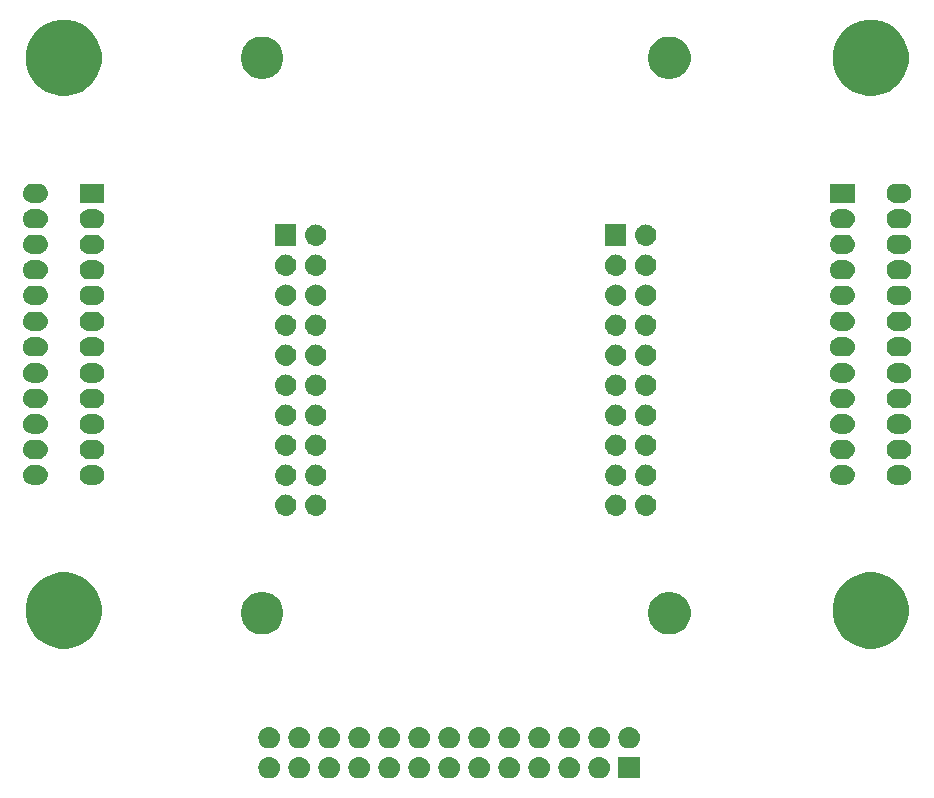
<source format=gbr>
G04 #@! TF.GenerationSoftware,KiCad,Pcbnew,5.0.2+dfsg1-1~bpo9+1*
G04 #@! TF.CreationDate,2019-10-18T00:12:00+01:00*
G04 #@! TF.ProjectId,Sigrok-sniffer,53696772-6f6b-42d7-936e-69666665722e,rev?*
G04 #@! TF.SameCoordinates,Original*
G04 #@! TF.FileFunction,Soldermask,Bot*
G04 #@! TF.FilePolarity,Negative*
%FSLAX46Y46*%
G04 Gerber Fmt 4.6, Leading zero omitted, Abs format (unit mm)*
G04 Created by KiCad (PCBNEW 5.0.2+dfsg1-1~bpo9+1) date Fri 18 Oct 2019 00:12:00 BST*
%MOMM*%
%LPD*%
G01*
G04 APERTURE LIST*
%ADD10C,0.100000*%
G04 APERTURE END LIST*
D10*
G36*
X130989294Y-116573633D02*
X131161694Y-116625931D01*
X131161696Y-116625932D01*
X131320583Y-116710859D01*
X131320585Y-116710860D01*
X131320584Y-116710860D01*
X131459849Y-116825151D01*
X131574140Y-116964416D01*
X131659069Y-117123306D01*
X131711367Y-117295706D01*
X131729025Y-117475000D01*
X131711367Y-117654294D01*
X131659069Y-117826694D01*
X131659068Y-117826696D01*
X131574141Y-117985583D01*
X131459849Y-118124849D01*
X131320583Y-118239141D01*
X131161696Y-118324068D01*
X131161694Y-118324069D01*
X130989294Y-118376367D01*
X130854931Y-118389600D01*
X130765069Y-118389600D01*
X130630706Y-118376367D01*
X130458306Y-118324069D01*
X130458304Y-118324068D01*
X130299417Y-118239141D01*
X130160151Y-118124849D01*
X130045859Y-117985583D01*
X129960932Y-117826696D01*
X129960931Y-117826694D01*
X129908633Y-117654294D01*
X129890975Y-117475000D01*
X129908633Y-117295706D01*
X129960931Y-117123306D01*
X130045860Y-116964416D01*
X130160151Y-116825151D01*
X130299416Y-116710860D01*
X130299415Y-116710860D01*
X130299417Y-116710859D01*
X130458304Y-116625932D01*
X130458306Y-116625931D01*
X130630706Y-116573633D01*
X130765069Y-116560400D01*
X130854931Y-116560400D01*
X130989294Y-116573633D01*
X130989294Y-116573633D01*
G37*
G36*
X158929294Y-116573633D02*
X159101694Y-116625931D01*
X159101696Y-116625932D01*
X159260583Y-116710859D01*
X159260585Y-116710860D01*
X159260584Y-116710860D01*
X159399849Y-116825151D01*
X159514140Y-116964416D01*
X159599069Y-117123306D01*
X159651367Y-117295706D01*
X159669025Y-117475000D01*
X159651367Y-117654294D01*
X159599069Y-117826694D01*
X159599068Y-117826696D01*
X159514141Y-117985583D01*
X159399849Y-118124849D01*
X159260583Y-118239141D01*
X159101696Y-118324068D01*
X159101694Y-118324069D01*
X158929294Y-118376367D01*
X158794931Y-118389600D01*
X158705069Y-118389600D01*
X158570706Y-118376367D01*
X158398306Y-118324069D01*
X158398304Y-118324068D01*
X158239417Y-118239141D01*
X158100151Y-118124849D01*
X157985859Y-117985583D01*
X157900932Y-117826696D01*
X157900931Y-117826694D01*
X157848633Y-117654294D01*
X157830975Y-117475000D01*
X157848633Y-117295706D01*
X157900931Y-117123306D01*
X157985860Y-116964416D01*
X158100151Y-116825151D01*
X158239416Y-116710860D01*
X158239415Y-116710860D01*
X158239417Y-116710859D01*
X158398304Y-116625932D01*
X158398306Y-116625931D01*
X158570706Y-116573633D01*
X158705069Y-116560400D01*
X158794931Y-116560400D01*
X158929294Y-116573633D01*
X158929294Y-116573633D01*
G37*
G36*
X162204600Y-118389600D02*
X160375400Y-118389600D01*
X160375400Y-116560400D01*
X162204600Y-116560400D01*
X162204600Y-118389600D01*
X162204600Y-118389600D01*
G37*
G36*
X156389294Y-116573633D02*
X156561694Y-116625931D01*
X156561696Y-116625932D01*
X156720583Y-116710859D01*
X156720585Y-116710860D01*
X156720584Y-116710860D01*
X156859849Y-116825151D01*
X156974140Y-116964416D01*
X157059069Y-117123306D01*
X157111367Y-117295706D01*
X157129025Y-117475000D01*
X157111367Y-117654294D01*
X157059069Y-117826694D01*
X157059068Y-117826696D01*
X156974141Y-117985583D01*
X156859849Y-118124849D01*
X156720583Y-118239141D01*
X156561696Y-118324068D01*
X156561694Y-118324069D01*
X156389294Y-118376367D01*
X156254931Y-118389600D01*
X156165069Y-118389600D01*
X156030706Y-118376367D01*
X155858306Y-118324069D01*
X155858304Y-118324068D01*
X155699417Y-118239141D01*
X155560151Y-118124849D01*
X155445859Y-117985583D01*
X155360932Y-117826696D01*
X155360931Y-117826694D01*
X155308633Y-117654294D01*
X155290975Y-117475000D01*
X155308633Y-117295706D01*
X155360931Y-117123306D01*
X155445860Y-116964416D01*
X155560151Y-116825151D01*
X155699416Y-116710860D01*
X155699415Y-116710860D01*
X155699417Y-116710859D01*
X155858304Y-116625932D01*
X155858306Y-116625931D01*
X156030706Y-116573633D01*
X156165069Y-116560400D01*
X156254931Y-116560400D01*
X156389294Y-116573633D01*
X156389294Y-116573633D01*
G37*
G36*
X153849294Y-116573633D02*
X154021694Y-116625931D01*
X154021696Y-116625932D01*
X154180583Y-116710859D01*
X154180585Y-116710860D01*
X154180584Y-116710860D01*
X154319849Y-116825151D01*
X154434140Y-116964416D01*
X154519069Y-117123306D01*
X154571367Y-117295706D01*
X154589025Y-117475000D01*
X154571367Y-117654294D01*
X154519069Y-117826694D01*
X154519068Y-117826696D01*
X154434141Y-117985583D01*
X154319849Y-118124849D01*
X154180583Y-118239141D01*
X154021696Y-118324068D01*
X154021694Y-118324069D01*
X153849294Y-118376367D01*
X153714931Y-118389600D01*
X153625069Y-118389600D01*
X153490706Y-118376367D01*
X153318306Y-118324069D01*
X153318304Y-118324068D01*
X153159417Y-118239141D01*
X153020151Y-118124849D01*
X152905859Y-117985583D01*
X152820932Y-117826696D01*
X152820931Y-117826694D01*
X152768633Y-117654294D01*
X152750975Y-117475000D01*
X152768633Y-117295706D01*
X152820931Y-117123306D01*
X152905860Y-116964416D01*
X153020151Y-116825151D01*
X153159416Y-116710860D01*
X153159415Y-116710860D01*
X153159417Y-116710859D01*
X153318304Y-116625932D01*
X153318306Y-116625931D01*
X153490706Y-116573633D01*
X153625069Y-116560400D01*
X153714931Y-116560400D01*
X153849294Y-116573633D01*
X153849294Y-116573633D01*
G37*
G36*
X151309294Y-116573633D02*
X151481694Y-116625931D01*
X151481696Y-116625932D01*
X151640583Y-116710859D01*
X151640585Y-116710860D01*
X151640584Y-116710860D01*
X151779849Y-116825151D01*
X151894140Y-116964416D01*
X151979069Y-117123306D01*
X152031367Y-117295706D01*
X152049025Y-117475000D01*
X152031367Y-117654294D01*
X151979069Y-117826694D01*
X151979068Y-117826696D01*
X151894141Y-117985583D01*
X151779849Y-118124849D01*
X151640583Y-118239141D01*
X151481696Y-118324068D01*
X151481694Y-118324069D01*
X151309294Y-118376367D01*
X151174931Y-118389600D01*
X151085069Y-118389600D01*
X150950706Y-118376367D01*
X150778306Y-118324069D01*
X150778304Y-118324068D01*
X150619417Y-118239141D01*
X150480151Y-118124849D01*
X150365859Y-117985583D01*
X150280932Y-117826696D01*
X150280931Y-117826694D01*
X150228633Y-117654294D01*
X150210975Y-117475000D01*
X150228633Y-117295706D01*
X150280931Y-117123306D01*
X150365860Y-116964416D01*
X150480151Y-116825151D01*
X150619416Y-116710860D01*
X150619415Y-116710860D01*
X150619417Y-116710859D01*
X150778304Y-116625932D01*
X150778306Y-116625931D01*
X150950706Y-116573633D01*
X151085069Y-116560400D01*
X151174931Y-116560400D01*
X151309294Y-116573633D01*
X151309294Y-116573633D01*
G37*
G36*
X148769294Y-116573633D02*
X148941694Y-116625931D01*
X148941696Y-116625932D01*
X149100583Y-116710859D01*
X149100585Y-116710860D01*
X149100584Y-116710860D01*
X149239849Y-116825151D01*
X149354140Y-116964416D01*
X149439069Y-117123306D01*
X149491367Y-117295706D01*
X149509025Y-117475000D01*
X149491367Y-117654294D01*
X149439069Y-117826694D01*
X149439068Y-117826696D01*
X149354141Y-117985583D01*
X149239849Y-118124849D01*
X149100583Y-118239141D01*
X148941696Y-118324068D01*
X148941694Y-118324069D01*
X148769294Y-118376367D01*
X148634931Y-118389600D01*
X148545069Y-118389600D01*
X148410706Y-118376367D01*
X148238306Y-118324069D01*
X148238304Y-118324068D01*
X148079417Y-118239141D01*
X147940151Y-118124849D01*
X147825859Y-117985583D01*
X147740932Y-117826696D01*
X147740931Y-117826694D01*
X147688633Y-117654294D01*
X147670975Y-117475000D01*
X147688633Y-117295706D01*
X147740931Y-117123306D01*
X147825860Y-116964416D01*
X147940151Y-116825151D01*
X148079416Y-116710860D01*
X148079415Y-116710860D01*
X148079417Y-116710859D01*
X148238304Y-116625932D01*
X148238306Y-116625931D01*
X148410706Y-116573633D01*
X148545069Y-116560400D01*
X148634931Y-116560400D01*
X148769294Y-116573633D01*
X148769294Y-116573633D01*
G37*
G36*
X146229294Y-116573633D02*
X146401694Y-116625931D01*
X146401696Y-116625932D01*
X146560583Y-116710859D01*
X146560585Y-116710860D01*
X146560584Y-116710860D01*
X146699849Y-116825151D01*
X146814140Y-116964416D01*
X146899069Y-117123306D01*
X146951367Y-117295706D01*
X146969025Y-117475000D01*
X146951367Y-117654294D01*
X146899069Y-117826694D01*
X146899068Y-117826696D01*
X146814141Y-117985583D01*
X146699849Y-118124849D01*
X146560583Y-118239141D01*
X146401696Y-118324068D01*
X146401694Y-118324069D01*
X146229294Y-118376367D01*
X146094931Y-118389600D01*
X146005069Y-118389600D01*
X145870706Y-118376367D01*
X145698306Y-118324069D01*
X145698304Y-118324068D01*
X145539417Y-118239141D01*
X145400151Y-118124849D01*
X145285859Y-117985583D01*
X145200932Y-117826696D01*
X145200931Y-117826694D01*
X145148633Y-117654294D01*
X145130975Y-117475000D01*
X145148633Y-117295706D01*
X145200931Y-117123306D01*
X145285860Y-116964416D01*
X145400151Y-116825151D01*
X145539416Y-116710860D01*
X145539415Y-116710860D01*
X145539417Y-116710859D01*
X145698304Y-116625932D01*
X145698306Y-116625931D01*
X145870706Y-116573633D01*
X146005069Y-116560400D01*
X146094931Y-116560400D01*
X146229294Y-116573633D01*
X146229294Y-116573633D01*
G37*
G36*
X143689294Y-116573633D02*
X143861694Y-116625931D01*
X143861696Y-116625932D01*
X144020583Y-116710859D01*
X144020585Y-116710860D01*
X144020584Y-116710860D01*
X144159849Y-116825151D01*
X144274140Y-116964416D01*
X144359069Y-117123306D01*
X144411367Y-117295706D01*
X144429025Y-117475000D01*
X144411367Y-117654294D01*
X144359069Y-117826694D01*
X144359068Y-117826696D01*
X144274141Y-117985583D01*
X144159849Y-118124849D01*
X144020583Y-118239141D01*
X143861696Y-118324068D01*
X143861694Y-118324069D01*
X143689294Y-118376367D01*
X143554931Y-118389600D01*
X143465069Y-118389600D01*
X143330706Y-118376367D01*
X143158306Y-118324069D01*
X143158304Y-118324068D01*
X142999417Y-118239141D01*
X142860151Y-118124849D01*
X142745859Y-117985583D01*
X142660932Y-117826696D01*
X142660931Y-117826694D01*
X142608633Y-117654294D01*
X142590975Y-117475000D01*
X142608633Y-117295706D01*
X142660931Y-117123306D01*
X142745860Y-116964416D01*
X142860151Y-116825151D01*
X142999416Y-116710860D01*
X142999415Y-116710860D01*
X142999417Y-116710859D01*
X143158304Y-116625932D01*
X143158306Y-116625931D01*
X143330706Y-116573633D01*
X143465069Y-116560400D01*
X143554931Y-116560400D01*
X143689294Y-116573633D01*
X143689294Y-116573633D01*
G37*
G36*
X141149294Y-116573633D02*
X141321694Y-116625931D01*
X141321696Y-116625932D01*
X141480583Y-116710859D01*
X141480585Y-116710860D01*
X141480584Y-116710860D01*
X141619849Y-116825151D01*
X141734140Y-116964416D01*
X141819069Y-117123306D01*
X141871367Y-117295706D01*
X141889025Y-117475000D01*
X141871367Y-117654294D01*
X141819069Y-117826694D01*
X141819068Y-117826696D01*
X141734141Y-117985583D01*
X141619849Y-118124849D01*
X141480583Y-118239141D01*
X141321696Y-118324068D01*
X141321694Y-118324069D01*
X141149294Y-118376367D01*
X141014931Y-118389600D01*
X140925069Y-118389600D01*
X140790706Y-118376367D01*
X140618306Y-118324069D01*
X140618304Y-118324068D01*
X140459417Y-118239141D01*
X140320151Y-118124849D01*
X140205859Y-117985583D01*
X140120932Y-117826696D01*
X140120931Y-117826694D01*
X140068633Y-117654294D01*
X140050975Y-117475000D01*
X140068633Y-117295706D01*
X140120931Y-117123306D01*
X140205860Y-116964416D01*
X140320151Y-116825151D01*
X140459416Y-116710860D01*
X140459415Y-116710860D01*
X140459417Y-116710859D01*
X140618304Y-116625932D01*
X140618306Y-116625931D01*
X140790706Y-116573633D01*
X140925069Y-116560400D01*
X141014931Y-116560400D01*
X141149294Y-116573633D01*
X141149294Y-116573633D01*
G37*
G36*
X138609294Y-116573633D02*
X138781694Y-116625931D01*
X138781696Y-116625932D01*
X138940583Y-116710859D01*
X138940585Y-116710860D01*
X138940584Y-116710860D01*
X139079849Y-116825151D01*
X139194140Y-116964416D01*
X139279069Y-117123306D01*
X139331367Y-117295706D01*
X139349025Y-117475000D01*
X139331367Y-117654294D01*
X139279069Y-117826694D01*
X139279068Y-117826696D01*
X139194141Y-117985583D01*
X139079849Y-118124849D01*
X138940583Y-118239141D01*
X138781696Y-118324068D01*
X138781694Y-118324069D01*
X138609294Y-118376367D01*
X138474931Y-118389600D01*
X138385069Y-118389600D01*
X138250706Y-118376367D01*
X138078306Y-118324069D01*
X138078304Y-118324068D01*
X137919417Y-118239141D01*
X137780151Y-118124849D01*
X137665859Y-117985583D01*
X137580932Y-117826696D01*
X137580931Y-117826694D01*
X137528633Y-117654294D01*
X137510975Y-117475000D01*
X137528633Y-117295706D01*
X137580931Y-117123306D01*
X137665860Y-116964416D01*
X137780151Y-116825151D01*
X137919416Y-116710860D01*
X137919415Y-116710860D01*
X137919417Y-116710859D01*
X138078304Y-116625932D01*
X138078306Y-116625931D01*
X138250706Y-116573633D01*
X138385069Y-116560400D01*
X138474931Y-116560400D01*
X138609294Y-116573633D01*
X138609294Y-116573633D01*
G37*
G36*
X136069294Y-116573633D02*
X136241694Y-116625931D01*
X136241696Y-116625932D01*
X136400583Y-116710859D01*
X136400585Y-116710860D01*
X136400584Y-116710860D01*
X136539849Y-116825151D01*
X136654140Y-116964416D01*
X136739069Y-117123306D01*
X136791367Y-117295706D01*
X136809025Y-117475000D01*
X136791367Y-117654294D01*
X136739069Y-117826694D01*
X136739068Y-117826696D01*
X136654141Y-117985583D01*
X136539849Y-118124849D01*
X136400583Y-118239141D01*
X136241696Y-118324068D01*
X136241694Y-118324069D01*
X136069294Y-118376367D01*
X135934931Y-118389600D01*
X135845069Y-118389600D01*
X135710706Y-118376367D01*
X135538306Y-118324069D01*
X135538304Y-118324068D01*
X135379417Y-118239141D01*
X135240151Y-118124849D01*
X135125859Y-117985583D01*
X135040932Y-117826696D01*
X135040931Y-117826694D01*
X134988633Y-117654294D01*
X134970975Y-117475000D01*
X134988633Y-117295706D01*
X135040931Y-117123306D01*
X135125860Y-116964416D01*
X135240151Y-116825151D01*
X135379416Y-116710860D01*
X135379415Y-116710860D01*
X135379417Y-116710859D01*
X135538304Y-116625932D01*
X135538306Y-116625931D01*
X135710706Y-116573633D01*
X135845069Y-116560400D01*
X135934931Y-116560400D01*
X136069294Y-116573633D01*
X136069294Y-116573633D01*
G37*
G36*
X133529294Y-116573633D02*
X133701694Y-116625931D01*
X133701696Y-116625932D01*
X133860583Y-116710859D01*
X133860585Y-116710860D01*
X133860584Y-116710860D01*
X133999849Y-116825151D01*
X134114140Y-116964416D01*
X134199069Y-117123306D01*
X134251367Y-117295706D01*
X134269025Y-117475000D01*
X134251367Y-117654294D01*
X134199069Y-117826694D01*
X134199068Y-117826696D01*
X134114141Y-117985583D01*
X133999849Y-118124849D01*
X133860583Y-118239141D01*
X133701696Y-118324068D01*
X133701694Y-118324069D01*
X133529294Y-118376367D01*
X133394931Y-118389600D01*
X133305069Y-118389600D01*
X133170706Y-118376367D01*
X132998306Y-118324069D01*
X132998304Y-118324068D01*
X132839417Y-118239141D01*
X132700151Y-118124849D01*
X132585859Y-117985583D01*
X132500932Y-117826696D01*
X132500931Y-117826694D01*
X132448633Y-117654294D01*
X132430975Y-117475000D01*
X132448633Y-117295706D01*
X132500931Y-117123306D01*
X132585860Y-116964416D01*
X132700151Y-116825151D01*
X132839416Y-116710860D01*
X132839415Y-116710860D01*
X132839417Y-116710859D01*
X132998304Y-116625932D01*
X132998306Y-116625931D01*
X133170706Y-116573633D01*
X133305069Y-116560400D01*
X133394931Y-116560400D01*
X133529294Y-116573633D01*
X133529294Y-116573633D01*
G37*
G36*
X161469294Y-114033633D02*
X161641694Y-114085931D01*
X161641696Y-114085932D01*
X161800583Y-114170859D01*
X161800585Y-114170860D01*
X161800584Y-114170860D01*
X161939849Y-114285151D01*
X162054140Y-114424416D01*
X162139069Y-114583306D01*
X162191367Y-114755706D01*
X162209025Y-114935000D01*
X162191367Y-115114294D01*
X162139069Y-115286694D01*
X162139068Y-115286696D01*
X162054141Y-115445583D01*
X161939849Y-115584849D01*
X161800583Y-115699141D01*
X161641696Y-115784068D01*
X161641694Y-115784069D01*
X161469294Y-115836367D01*
X161334931Y-115849600D01*
X161245069Y-115849600D01*
X161110706Y-115836367D01*
X160938306Y-115784069D01*
X160938304Y-115784068D01*
X160779417Y-115699141D01*
X160640151Y-115584849D01*
X160525859Y-115445583D01*
X160440932Y-115286696D01*
X160440931Y-115286694D01*
X160388633Y-115114294D01*
X160370975Y-114935000D01*
X160388633Y-114755706D01*
X160440931Y-114583306D01*
X160525860Y-114424416D01*
X160640151Y-114285151D01*
X160779416Y-114170860D01*
X160779415Y-114170860D01*
X160779417Y-114170859D01*
X160938304Y-114085932D01*
X160938306Y-114085931D01*
X161110706Y-114033633D01*
X161245069Y-114020400D01*
X161334931Y-114020400D01*
X161469294Y-114033633D01*
X161469294Y-114033633D01*
G37*
G36*
X130989294Y-114033633D02*
X131161694Y-114085931D01*
X131161696Y-114085932D01*
X131320583Y-114170859D01*
X131320585Y-114170860D01*
X131320584Y-114170860D01*
X131459849Y-114285151D01*
X131574140Y-114424416D01*
X131659069Y-114583306D01*
X131711367Y-114755706D01*
X131729025Y-114935000D01*
X131711367Y-115114294D01*
X131659069Y-115286694D01*
X131659068Y-115286696D01*
X131574141Y-115445583D01*
X131459849Y-115584849D01*
X131320583Y-115699141D01*
X131161696Y-115784068D01*
X131161694Y-115784069D01*
X130989294Y-115836367D01*
X130854931Y-115849600D01*
X130765069Y-115849600D01*
X130630706Y-115836367D01*
X130458306Y-115784069D01*
X130458304Y-115784068D01*
X130299417Y-115699141D01*
X130160151Y-115584849D01*
X130045859Y-115445583D01*
X129960932Y-115286696D01*
X129960931Y-115286694D01*
X129908633Y-115114294D01*
X129890975Y-114935000D01*
X129908633Y-114755706D01*
X129960931Y-114583306D01*
X130045860Y-114424416D01*
X130160151Y-114285151D01*
X130299416Y-114170860D01*
X130299415Y-114170860D01*
X130299417Y-114170859D01*
X130458304Y-114085932D01*
X130458306Y-114085931D01*
X130630706Y-114033633D01*
X130765069Y-114020400D01*
X130854931Y-114020400D01*
X130989294Y-114033633D01*
X130989294Y-114033633D01*
G37*
G36*
X133529294Y-114033633D02*
X133701694Y-114085931D01*
X133701696Y-114085932D01*
X133860583Y-114170859D01*
X133860585Y-114170860D01*
X133860584Y-114170860D01*
X133999849Y-114285151D01*
X134114140Y-114424416D01*
X134199069Y-114583306D01*
X134251367Y-114755706D01*
X134269025Y-114935000D01*
X134251367Y-115114294D01*
X134199069Y-115286694D01*
X134199068Y-115286696D01*
X134114141Y-115445583D01*
X133999849Y-115584849D01*
X133860583Y-115699141D01*
X133701696Y-115784068D01*
X133701694Y-115784069D01*
X133529294Y-115836367D01*
X133394931Y-115849600D01*
X133305069Y-115849600D01*
X133170706Y-115836367D01*
X132998306Y-115784069D01*
X132998304Y-115784068D01*
X132839417Y-115699141D01*
X132700151Y-115584849D01*
X132585859Y-115445583D01*
X132500932Y-115286696D01*
X132500931Y-115286694D01*
X132448633Y-115114294D01*
X132430975Y-114935000D01*
X132448633Y-114755706D01*
X132500931Y-114583306D01*
X132585860Y-114424416D01*
X132700151Y-114285151D01*
X132839416Y-114170860D01*
X132839415Y-114170860D01*
X132839417Y-114170859D01*
X132998304Y-114085932D01*
X132998306Y-114085931D01*
X133170706Y-114033633D01*
X133305069Y-114020400D01*
X133394931Y-114020400D01*
X133529294Y-114033633D01*
X133529294Y-114033633D01*
G37*
G36*
X136069294Y-114033633D02*
X136241694Y-114085931D01*
X136241696Y-114085932D01*
X136400583Y-114170859D01*
X136400585Y-114170860D01*
X136400584Y-114170860D01*
X136539849Y-114285151D01*
X136654140Y-114424416D01*
X136739069Y-114583306D01*
X136791367Y-114755706D01*
X136809025Y-114935000D01*
X136791367Y-115114294D01*
X136739069Y-115286694D01*
X136739068Y-115286696D01*
X136654141Y-115445583D01*
X136539849Y-115584849D01*
X136400583Y-115699141D01*
X136241696Y-115784068D01*
X136241694Y-115784069D01*
X136069294Y-115836367D01*
X135934931Y-115849600D01*
X135845069Y-115849600D01*
X135710706Y-115836367D01*
X135538306Y-115784069D01*
X135538304Y-115784068D01*
X135379417Y-115699141D01*
X135240151Y-115584849D01*
X135125859Y-115445583D01*
X135040932Y-115286696D01*
X135040931Y-115286694D01*
X134988633Y-115114294D01*
X134970975Y-114935000D01*
X134988633Y-114755706D01*
X135040931Y-114583306D01*
X135125860Y-114424416D01*
X135240151Y-114285151D01*
X135379416Y-114170860D01*
X135379415Y-114170860D01*
X135379417Y-114170859D01*
X135538304Y-114085932D01*
X135538306Y-114085931D01*
X135710706Y-114033633D01*
X135845069Y-114020400D01*
X135934931Y-114020400D01*
X136069294Y-114033633D01*
X136069294Y-114033633D01*
G37*
G36*
X138609294Y-114033633D02*
X138781694Y-114085931D01*
X138781696Y-114085932D01*
X138940583Y-114170859D01*
X138940585Y-114170860D01*
X138940584Y-114170860D01*
X139079849Y-114285151D01*
X139194140Y-114424416D01*
X139279069Y-114583306D01*
X139331367Y-114755706D01*
X139349025Y-114935000D01*
X139331367Y-115114294D01*
X139279069Y-115286694D01*
X139279068Y-115286696D01*
X139194141Y-115445583D01*
X139079849Y-115584849D01*
X138940583Y-115699141D01*
X138781696Y-115784068D01*
X138781694Y-115784069D01*
X138609294Y-115836367D01*
X138474931Y-115849600D01*
X138385069Y-115849600D01*
X138250706Y-115836367D01*
X138078306Y-115784069D01*
X138078304Y-115784068D01*
X137919417Y-115699141D01*
X137780151Y-115584849D01*
X137665859Y-115445583D01*
X137580932Y-115286696D01*
X137580931Y-115286694D01*
X137528633Y-115114294D01*
X137510975Y-114935000D01*
X137528633Y-114755706D01*
X137580931Y-114583306D01*
X137665860Y-114424416D01*
X137780151Y-114285151D01*
X137919416Y-114170860D01*
X137919415Y-114170860D01*
X137919417Y-114170859D01*
X138078304Y-114085932D01*
X138078306Y-114085931D01*
X138250706Y-114033633D01*
X138385069Y-114020400D01*
X138474931Y-114020400D01*
X138609294Y-114033633D01*
X138609294Y-114033633D01*
G37*
G36*
X141149294Y-114033633D02*
X141321694Y-114085931D01*
X141321696Y-114085932D01*
X141480583Y-114170859D01*
X141480585Y-114170860D01*
X141480584Y-114170860D01*
X141619849Y-114285151D01*
X141734140Y-114424416D01*
X141819069Y-114583306D01*
X141871367Y-114755706D01*
X141889025Y-114935000D01*
X141871367Y-115114294D01*
X141819069Y-115286694D01*
X141819068Y-115286696D01*
X141734141Y-115445583D01*
X141619849Y-115584849D01*
X141480583Y-115699141D01*
X141321696Y-115784068D01*
X141321694Y-115784069D01*
X141149294Y-115836367D01*
X141014931Y-115849600D01*
X140925069Y-115849600D01*
X140790706Y-115836367D01*
X140618306Y-115784069D01*
X140618304Y-115784068D01*
X140459417Y-115699141D01*
X140320151Y-115584849D01*
X140205859Y-115445583D01*
X140120932Y-115286696D01*
X140120931Y-115286694D01*
X140068633Y-115114294D01*
X140050975Y-114935000D01*
X140068633Y-114755706D01*
X140120931Y-114583306D01*
X140205860Y-114424416D01*
X140320151Y-114285151D01*
X140459416Y-114170860D01*
X140459415Y-114170860D01*
X140459417Y-114170859D01*
X140618304Y-114085932D01*
X140618306Y-114085931D01*
X140790706Y-114033633D01*
X140925069Y-114020400D01*
X141014931Y-114020400D01*
X141149294Y-114033633D01*
X141149294Y-114033633D01*
G37*
G36*
X143689294Y-114033633D02*
X143861694Y-114085931D01*
X143861696Y-114085932D01*
X144020583Y-114170859D01*
X144020585Y-114170860D01*
X144020584Y-114170860D01*
X144159849Y-114285151D01*
X144274140Y-114424416D01*
X144359069Y-114583306D01*
X144411367Y-114755706D01*
X144429025Y-114935000D01*
X144411367Y-115114294D01*
X144359069Y-115286694D01*
X144359068Y-115286696D01*
X144274141Y-115445583D01*
X144159849Y-115584849D01*
X144020583Y-115699141D01*
X143861696Y-115784068D01*
X143861694Y-115784069D01*
X143689294Y-115836367D01*
X143554931Y-115849600D01*
X143465069Y-115849600D01*
X143330706Y-115836367D01*
X143158306Y-115784069D01*
X143158304Y-115784068D01*
X142999417Y-115699141D01*
X142860151Y-115584849D01*
X142745859Y-115445583D01*
X142660932Y-115286696D01*
X142660931Y-115286694D01*
X142608633Y-115114294D01*
X142590975Y-114935000D01*
X142608633Y-114755706D01*
X142660931Y-114583306D01*
X142745860Y-114424416D01*
X142860151Y-114285151D01*
X142999416Y-114170860D01*
X142999415Y-114170860D01*
X142999417Y-114170859D01*
X143158304Y-114085932D01*
X143158306Y-114085931D01*
X143330706Y-114033633D01*
X143465069Y-114020400D01*
X143554931Y-114020400D01*
X143689294Y-114033633D01*
X143689294Y-114033633D01*
G37*
G36*
X148769294Y-114033633D02*
X148941694Y-114085931D01*
X148941696Y-114085932D01*
X149100583Y-114170859D01*
X149100585Y-114170860D01*
X149100584Y-114170860D01*
X149239849Y-114285151D01*
X149354140Y-114424416D01*
X149439069Y-114583306D01*
X149491367Y-114755706D01*
X149509025Y-114935000D01*
X149491367Y-115114294D01*
X149439069Y-115286694D01*
X149439068Y-115286696D01*
X149354141Y-115445583D01*
X149239849Y-115584849D01*
X149100583Y-115699141D01*
X148941696Y-115784068D01*
X148941694Y-115784069D01*
X148769294Y-115836367D01*
X148634931Y-115849600D01*
X148545069Y-115849600D01*
X148410706Y-115836367D01*
X148238306Y-115784069D01*
X148238304Y-115784068D01*
X148079417Y-115699141D01*
X147940151Y-115584849D01*
X147825859Y-115445583D01*
X147740932Y-115286696D01*
X147740931Y-115286694D01*
X147688633Y-115114294D01*
X147670975Y-114935000D01*
X147688633Y-114755706D01*
X147740931Y-114583306D01*
X147825860Y-114424416D01*
X147940151Y-114285151D01*
X148079416Y-114170860D01*
X148079415Y-114170860D01*
X148079417Y-114170859D01*
X148238304Y-114085932D01*
X148238306Y-114085931D01*
X148410706Y-114033633D01*
X148545069Y-114020400D01*
X148634931Y-114020400D01*
X148769294Y-114033633D01*
X148769294Y-114033633D01*
G37*
G36*
X151309294Y-114033633D02*
X151481694Y-114085931D01*
X151481696Y-114085932D01*
X151640583Y-114170859D01*
X151640585Y-114170860D01*
X151640584Y-114170860D01*
X151779849Y-114285151D01*
X151894140Y-114424416D01*
X151979069Y-114583306D01*
X152031367Y-114755706D01*
X152049025Y-114935000D01*
X152031367Y-115114294D01*
X151979069Y-115286694D01*
X151979068Y-115286696D01*
X151894141Y-115445583D01*
X151779849Y-115584849D01*
X151640583Y-115699141D01*
X151481696Y-115784068D01*
X151481694Y-115784069D01*
X151309294Y-115836367D01*
X151174931Y-115849600D01*
X151085069Y-115849600D01*
X150950706Y-115836367D01*
X150778306Y-115784069D01*
X150778304Y-115784068D01*
X150619417Y-115699141D01*
X150480151Y-115584849D01*
X150365859Y-115445583D01*
X150280932Y-115286696D01*
X150280931Y-115286694D01*
X150228633Y-115114294D01*
X150210975Y-114935000D01*
X150228633Y-114755706D01*
X150280931Y-114583306D01*
X150365860Y-114424416D01*
X150480151Y-114285151D01*
X150619416Y-114170860D01*
X150619415Y-114170860D01*
X150619417Y-114170859D01*
X150778304Y-114085932D01*
X150778306Y-114085931D01*
X150950706Y-114033633D01*
X151085069Y-114020400D01*
X151174931Y-114020400D01*
X151309294Y-114033633D01*
X151309294Y-114033633D01*
G37*
G36*
X153849294Y-114033633D02*
X154021694Y-114085931D01*
X154021696Y-114085932D01*
X154180583Y-114170859D01*
X154180585Y-114170860D01*
X154180584Y-114170860D01*
X154319849Y-114285151D01*
X154434140Y-114424416D01*
X154519069Y-114583306D01*
X154571367Y-114755706D01*
X154589025Y-114935000D01*
X154571367Y-115114294D01*
X154519069Y-115286694D01*
X154519068Y-115286696D01*
X154434141Y-115445583D01*
X154319849Y-115584849D01*
X154180583Y-115699141D01*
X154021696Y-115784068D01*
X154021694Y-115784069D01*
X153849294Y-115836367D01*
X153714931Y-115849600D01*
X153625069Y-115849600D01*
X153490706Y-115836367D01*
X153318306Y-115784069D01*
X153318304Y-115784068D01*
X153159417Y-115699141D01*
X153020151Y-115584849D01*
X152905859Y-115445583D01*
X152820932Y-115286696D01*
X152820931Y-115286694D01*
X152768633Y-115114294D01*
X152750975Y-114935000D01*
X152768633Y-114755706D01*
X152820931Y-114583306D01*
X152905860Y-114424416D01*
X153020151Y-114285151D01*
X153159416Y-114170860D01*
X153159415Y-114170860D01*
X153159417Y-114170859D01*
X153318304Y-114085932D01*
X153318306Y-114085931D01*
X153490706Y-114033633D01*
X153625069Y-114020400D01*
X153714931Y-114020400D01*
X153849294Y-114033633D01*
X153849294Y-114033633D01*
G37*
G36*
X156389294Y-114033633D02*
X156561694Y-114085931D01*
X156561696Y-114085932D01*
X156720583Y-114170859D01*
X156720585Y-114170860D01*
X156720584Y-114170860D01*
X156859849Y-114285151D01*
X156974140Y-114424416D01*
X157059069Y-114583306D01*
X157111367Y-114755706D01*
X157129025Y-114935000D01*
X157111367Y-115114294D01*
X157059069Y-115286694D01*
X157059068Y-115286696D01*
X156974141Y-115445583D01*
X156859849Y-115584849D01*
X156720583Y-115699141D01*
X156561696Y-115784068D01*
X156561694Y-115784069D01*
X156389294Y-115836367D01*
X156254931Y-115849600D01*
X156165069Y-115849600D01*
X156030706Y-115836367D01*
X155858306Y-115784069D01*
X155858304Y-115784068D01*
X155699417Y-115699141D01*
X155560151Y-115584849D01*
X155445859Y-115445583D01*
X155360932Y-115286696D01*
X155360931Y-115286694D01*
X155308633Y-115114294D01*
X155290975Y-114935000D01*
X155308633Y-114755706D01*
X155360931Y-114583306D01*
X155445860Y-114424416D01*
X155560151Y-114285151D01*
X155699416Y-114170860D01*
X155699415Y-114170860D01*
X155699417Y-114170859D01*
X155858304Y-114085932D01*
X155858306Y-114085931D01*
X156030706Y-114033633D01*
X156165069Y-114020400D01*
X156254931Y-114020400D01*
X156389294Y-114033633D01*
X156389294Y-114033633D01*
G37*
G36*
X146229294Y-114033633D02*
X146401694Y-114085931D01*
X146401696Y-114085932D01*
X146560583Y-114170859D01*
X146560585Y-114170860D01*
X146560584Y-114170860D01*
X146699849Y-114285151D01*
X146814140Y-114424416D01*
X146899069Y-114583306D01*
X146951367Y-114755706D01*
X146969025Y-114935000D01*
X146951367Y-115114294D01*
X146899069Y-115286694D01*
X146899068Y-115286696D01*
X146814141Y-115445583D01*
X146699849Y-115584849D01*
X146560583Y-115699141D01*
X146401696Y-115784068D01*
X146401694Y-115784069D01*
X146229294Y-115836367D01*
X146094931Y-115849600D01*
X146005069Y-115849600D01*
X145870706Y-115836367D01*
X145698306Y-115784069D01*
X145698304Y-115784068D01*
X145539417Y-115699141D01*
X145400151Y-115584849D01*
X145285859Y-115445583D01*
X145200932Y-115286696D01*
X145200931Y-115286694D01*
X145148633Y-115114294D01*
X145130975Y-114935000D01*
X145148633Y-114755706D01*
X145200931Y-114583306D01*
X145285860Y-114424416D01*
X145400151Y-114285151D01*
X145539416Y-114170860D01*
X145539415Y-114170860D01*
X145539417Y-114170859D01*
X145698304Y-114085932D01*
X145698306Y-114085931D01*
X145870706Y-114033633D01*
X146005069Y-114020400D01*
X146094931Y-114020400D01*
X146229294Y-114033633D01*
X146229294Y-114033633D01*
G37*
G36*
X158929294Y-114033633D02*
X159101694Y-114085931D01*
X159101696Y-114085932D01*
X159260583Y-114170859D01*
X159260585Y-114170860D01*
X159260584Y-114170860D01*
X159399849Y-114285151D01*
X159514140Y-114424416D01*
X159599069Y-114583306D01*
X159651367Y-114755706D01*
X159669025Y-114935000D01*
X159651367Y-115114294D01*
X159599069Y-115286694D01*
X159599068Y-115286696D01*
X159514141Y-115445583D01*
X159399849Y-115584849D01*
X159260583Y-115699141D01*
X159101696Y-115784068D01*
X159101694Y-115784069D01*
X158929294Y-115836367D01*
X158794931Y-115849600D01*
X158705069Y-115849600D01*
X158570706Y-115836367D01*
X158398306Y-115784069D01*
X158398304Y-115784068D01*
X158239417Y-115699141D01*
X158100151Y-115584849D01*
X157985859Y-115445583D01*
X157900932Y-115286696D01*
X157900931Y-115286694D01*
X157848633Y-115114294D01*
X157830975Y-114935000D01*
X157848633Y-114755706D01*
X157900931Y-114583306D01*
X157985860Y-114424416D01*
X158100151Y-114285151D01*
X158239416Y-114170860D01*
X158239415Y-114170860D01*
X158239417Y-114170859D01*
X158398304Y-114085932D01*
X158398306Y-114085931D01*
X158570706Y-114033633D01*
X158705069Y-114020400D01*
X158794931Y-114020400D01*
X158929294Y-114033633D01*
X158929294Y-114033633D01*
G37*
G36*
X114351989Y-101063373D02*
X114939083Y-101306555D01*
X115467458Y-101659604D01*
X115916796Y-102108942D01*
X116269845Y-102637317D01*
X116513027Y-103224411D01*
X116637000Y-103847665D01*
X116637000Y-104483135D01*
X116513027Y-105106389D01*
X116269845Y-105693483D01*
X115916796Y-106221858D01*
X115467458Y-106671196D01*
X114939083Y-107024245D01*
X114351989Y-107267427D01*
X113728735Y-107391400D01*
X113093265Y-107391400D01*
X112470011Y-107267427D01*
X111882917Y-107024245D01*
X111354542Y-106671196D01*
X110905204Y-106221858D01*
X110552155Y-105693483D01*
X110308973Y-105106389D01*
X110185000Y-104483135D01*
X110185000Y-103847665D01*
X110308973Y-103224411D01*
X110552155Y-102637317D01*
X110905204Y-102108942D01*
X111354542Y-101659604D01*
X111882917Y-101306555D01*
X112470011Y-101063373D01*
X113093265Y-100939400D01*
X113728735Y-100939400D01*
X114351989Y-101063373D01*
X114351989Y-101063373D01*
G37*
G36*
X182677989Y-101063373D02*
X183265083Y-101306555D01*
X183793458Y-101659604D01*
X184242796Y-102108942D01*
X184595845Y-102637317D01*
X184839027Y-103224411D01*
X184963000Y-103847665D01*
X184963000Y-104483135D01*
X184839027Y-105106389D01*
X184595845Y-105693483D01*
X184242796Y-106221858D01*
X183793458Y-106671196D01*
X183265083Y-107024245D01*
X182677989Y-107267427D01*
X182054735Y-107391400D01*
X181419265Y-107391400D01*
X180796011Y-107267427D01*
X180208917Y-107024245D01*
X179680542Y-106671196D01*
X179231204Y-106221858D01*
X178878155Y-105693483D01*
X178634973Y-105106389D01*
X178511000Y-104483135D01*
X178511000Y-103847665D01*
X178634973Y-103224411D01*
X178878155Y-102637317D01*
X179231204Y-102108942D01*
X179680542Y-101659604D01*
X180208917Y-101306555D01*
X180796011Y-101063373D01*
X181419265Y-100939400D01*
X182054735Y-100939400D01*
X182677989Y-101063373D01*
X182677989Y-101063373D01*
G37*
G36*
X130732331Y-102658211D02*
X131060092Y-102793974D01*
X131355073Y-102991074D01*
X131605926Y-103241927D01*
X131803026Y-103536908D01*
X131938789Y-103864669D01*
X132008000Y-104212616D01*
X132008000Y-104567384D01*
X131938789Y-104915331D01*
X131803026Y-105243092D01*
X131605926Y-105538073D01*
X131355073Y-105788926D01*
X131060092Y-105986026D01*
X130732331Y-106121789D01*
X130384384Y-106191000D01*
X130029616Y-106191000D01*
X129681669Y-106121789D01*
X129353908Y-105986026D01*
X129058927Y-105788926D01*
X128808074Y-105538073D01*
X128610974Y-105243092D01*
X128475211Y-104915331D01*
X128406000Y-104567384D01*
X128406000Y-104212616D01*
X128475211Y-103864669D01*
X128610974Y-103536908D01*
X128808074Y-103241927D01*
X129058927Y-102991074D01*
X129353908Y-102793974D01*
X129681669Y-102658211D01*
X130029616Y-102589000D01*
X130384384Y-102589000D01*
X130732331Y-102658211D01*
X130732331Y-102658211D01*
G37*
G36*
X165212331Y-102658211D02*
X165540092Y-102793974D01*
X165835073Y-102991074D01*
X166085926Y-103241927D01*
X166283026Y-103536908D01*
X166418789Y-103864669D01*
X166488000Y-104212616D01*
X166488000Y-104567384D01*
X166418789Y-104915331D01*
X166283026Y-105243092D01*
X166085926Y-105538073D01*
X165835073Y-105788926D01*
X165540092Y-105986026D01*
X165212331Y-106121789D01*
X164864384Y-106191000D01*
X164509616Y-106191000D01*
X164161669Y-106121789D01*
X163833908Y-105986026D01*
X163538927Y-105788926D01*
X163288074Y-105538073D01*
X163090974Y-105243092D01*
X162955211Y-104915331D01*
X162886000Y-104567384D01*
X162886000Y-104212616D01*
X162955211Y-103864669D01*
X163090974Y-103536908D01*
X163288074Y-103241927D01*
X163538927Y-102991074D01*
X163833908Y-102793974D01*
X164161669Y-102658211D01*
X164509616Y-102589000D01*
X164864384Y-102589000D01*
X165212331Y-102658211D01*
X165212331Y-102658211D01*
G37*
G36*
X162797442Y-94355518D02*
X162863627Y-94362037D01*
X162976853Y-94396384D01*
X163033467Y-94413557D01*
X163172087Y-94487652D01*
X163189991Y-94497222D01*
X163225729Y-94526552D01*
X163327186Y-94609814D01*
X163410448Y-94711271D01*
X163439778Y-94747009D01*
X163439779Y-94747011D01*
X163523443Y-94903533D01*
X163523443Y-94903534D01*
X163574963Y-95073373D01*
X163592359Y-95250000D01*
X163574963Y-95426627D01*
X163540616Y-95539853D01*
X163523443Y-95596467D01*
X163449348Y-95735087D01*
X163439778Y-95752991D01*
X163410448Y-95788729D01*
X163327186Y-95890186D01*
X163225729Y-95973448D01*
X163189991Y-96002778D01*
X163189989Y-96002779D01*
X163033467Y-96086443D01*
X162976853Y-96103616D01*
X162863627Y-96137963D01*
X162797443Y-96144481D01*
X162731260Y-96151000D01*
X162642740Y-96151000D01*
X162576558Y-96144482D01*
X162510373Y-96137963D01*
X162397147Y-96103616D01*
X162340533Y-96086443D01*
X162184011Y-96002779D01*
X162184009Y-96002778D01*
X162148271Y-95973448D01*
X162046814Y-95890186D01*
X161963552Y-95788729D01*
X161934222Y-95752991D01*
X161924652Y-95735087D01*
X161850557Y-95596467D01*
X161833384Y-95539853D01*
X161799037Y-95426627D01*
X161781641Y-95250000D01*
X161799037Y-95073373D01*
X161850557Y-94903534D01*
X161850557Y-94903533D01*
X161934221Y-94747011D01*
X161934222Y-94747009D01*
X161963552Y-94711271D01*
X162046814Y-94609814D01*
X162148271Y-94526552D01*
X162184009Y-94497222D01*
X162201913Y-94487652D01*
X162340533Y-94413557D01*
X162397147Y-94396384D01*
X162510373Y-94362037D01*
X162576557Y-94355519D01*
X162642740Y-94349000D01*
X162731260Y-94349000D01*
X162797442Y-94355518D01*
X162797442Y-94355518D01*
G37*
G36*
X160257442Y-94355518D02*
X160323627Y-94362037D01*
X160436853Y-94396384D01*
X160493467Y-94413557D01*
X160632087Y-94487652D01*
X160649991Y-94497222D01*
X160685729Y-94526552D01*
X160787186Y-94609814D01*
X160870448Y-94711271D01*
X160899778Y-94747009D01*
X160899779Y-94747011D01*
X160983443Y-94903533D01*
X160983443Y-94903534D01*
X161034963Y-95073373D01*
X161052359Y-95250000D01*
X161034963Y-95426627D01*
X161000616Y-95539853D01*
X160983443Y-95596467D01*
X160909348Y-95735087D01*
X160899778Y-95752991D01*
X160870448Y-95788729D01*
X160787186Y-95890186D01*
X160685729Y-95973448D01*
X160649991Y-96002778D01*
X160649989Y-96002779D01*
X160493467Y-96086443D01*
X160436853Y-96103616D01*
X160323627Y-96137963D01*
X160257443Y-96144481D01*
X160191260Y-96151000D01*
X160102740Y-96151000D01*
X160036558Y-96144482D01*
X159970373Y-96137963D01*
X159857147Y-96103616D01*
X159800533Y-96086443D01*
X159644011Y-96002779D01*
X159644009Y-96002778D01*
X159608271Y-95973448D01*
X159506814Y-95890186D01*
X159423552Y-95788729D01*
X159394222Y-95752991D01*
X159384652Y-95735087D01*
X159310557Y-95596467D01*
X159293384Y-95539853D01*
X159259037Y-95426627D01*
X159241641Y-95250000D01*
X159259037Y-95073373D01*
X159310557Y-94903534D01*
X159310557Y-94903533D01*
X159394221Y-94747011D01*
X159394222Y-94747009D01*
X159423552Y-94711271D01*
X159506814Y-94609814D01*
X159608271Y-94526552D01*
X159644009Y-94497222D01*
X159661913Y-94487652D01*
X159800533Y-94413557D01*
X159857147Y-94396384D01*
X159970373Y-94362037D01*
X160036557Y-94355519D01*
X160102740Y-94349000D01*
X160191260Y-94349000D01*
X160257442Y-94355518D01*
X160257442Y-94355518D01*
G37*
G36*
X132317442Y-94355518D02*
X132383627Y-94362037D01*
X132496853Y-94396384D01*
X132553467Y-94413557D01*
X132692087Y-94487652D01*
X132709991Y-94497222D01*
X132745729Y-94526552D01*
X132847186Y-94609814D01*
X132930448Y-94711271D01*
X132959778Y-94747009D01*
X132959779Y-94747011D01*
X133043443Y-94903533D01*
X133043443Y-94903534D01*
X133094963Y-95073373D01*
X133112359Y-95250000D01*
X133094963Y-95426627D01*
X133060616Y-95539853D01*
X133043443Y-95596467D01*
X132969348Y-95735087D01*
X132959778Y-95752991D01*
X132930448Y-95788729D01*
X132847186Y-95890186D01*
X132745729Y-95973448D01*
X132709991Y-96002778D01*
X132709989Y-96002779D01*
X132553467Y-96086443D01*
X132496853Y-96103616D01*
X132383627Y-96137963D01*
X132317443Y-96144481D01*
X132251260Y-96151000D01*
X132162740Y-96151000D01*
X132096558Y-96144482D01*
X132030373Y-96137963D01*
X131917147Y-96103616D01*
X131860533Y-96086443D01*
X131704011Y-96002779D01*
X131704009Y-96002778D01*
X131668271Y-95973448D01*
X131566814Y-95890186D01*
X131483552Y-95788729D01*
X131454222Y-95752991D01*
X131444652Y-95735087D01*
X131370557Y-95596467D01*
X131353384Y-95539853D01*
X131319037Y-95426627D01*
X131301641Y-95250000D01*
X131319037Y-95073373D01*
X131370557Y-94903534D01*
X131370557Y-94903533D01*
X131454221Y-94747011D01*
X131454222Y-94747009D01*
X131483552Y-94711271D01*
X131566814Y-94609814D01*
X131668271Y-94526552D01*
X131704009Y-94497222D01*
X131721913Y-94487652D01*
X131860533Y-94413557D01*
X131917147Y-94396384D01*
X132030373Y-94362037D01*
X132096557Y-94355519D01*
X132162740Y-94349000D01*
X132251260Y-94349000D01*
X132317442Y-94355518D01*
X132317442Y-94355518D01*
G37*
G36*
X134857442Y-94355518D02*
X134923627Y-94362037D01*
X135036853Y-94396384D01*
X135093467Y-94413557D01*
X135232087Y-94487652D01*
X135249991Y-94497222D01*
X135285729Y-94526552D01*
X135387186Y-94609814D01*
X135470448Y-94711271D01*
X135499778Y-94747009D01*
X135499779Y-94747011D01*
X135583443Y-94903533D01*
X135583443Y-94903534D01*
X135634963Y-95073373D01*
X135652359Y-95250000D01*
X135634963Y-95426627D01*
X135600616Y-95539853D01*
X135583443Y-95596467D01*
X135509348Y-95735087D01*
X135499778Y-95752991D01*
X135470448Y-95788729D01*
X135387186Y-95890186D01*
X135285729Y-95973448D01*
X135249991Y-96002778D01*
X135249989Y-96002779D01*
X135093467Y-96086443D01*
X135036853Y-96103616D01*
X134923627Y-96137963D01*
X134857443Y-96144481D01*
X134791260Y-96151000D01*
X134702740Y-96151000D01*
X134636558Y-96144482D01*
X134570373Y-96137963D01*
X134457147Y-96103616D01*
X134400533Y-96086443D01*
X134244011Y-96002779D01*
X134244009Y-96002778D01*
X134208271Y-95973448D01*
X134106814Y-95890186D01*
X134023552Y-95788729D01*
X133994222Y-95752991D01*
X133984652Y-95735087D01*
X133910557Y-95596467D01*
X133893384Y-95539853D01*
X133859037Y-95426627D01*
X133841641Y-95250000D01*
X133859037Y-95073373D01*
X133910557Y-94903534D01*
X133910557Y-94903533D01*
X133994221Y-94747011D01*
X133994222Y-94747009D01*
X134023552Y-94711271D01*
X134106814Y-94609814D01*
X134208271Y-94526552D01*
X134244009Y-94497222D01*
X134261913Y-94487652D01*
X134400533Y-94413557D01*
X134457147Y-94396384D01*
X134570373Y-94362037D01*
X134636557Y-94355519D01*
X134702740Y-94349000D01*
X134791260Y-94349000D01*
X134857442Y-94355518D01*
X134857442Y-94355518D01*
G37*
G36*
X162797442Y-91815518D02*
X162863627Y-91822037D01*
X162976853Y-91856384D01*
X163033467Y-91873557D01*
X163162546Y-91942552D01*
X163189991Y-91957222D01*
X163225729Y-91986552D01*
X163327186Y-92069814D01*
X163410448Y-92171271D01*
X163439778Y-92207009D01*
X163439779Y-92207011D01*
X163523443Y-92363533D01*
X163540616Y-92420147D01*
X163574963Y-92533373D01*
X163592359Y-92710000D01*
X163574963Y-92886627D01*
X163540616Y-92999853D01*
X163523443Y-93056467D01*
X163472825Y-93151165D01*
X163439778Y-93212991D01*
X163410448Y-93248729D01*
X163327186Y-93350186D01*
X163225729Y-93433448D01*
X163189991Y-93462778D01*
X163189989Y-93462779D01*
X163033467Y-93546443D01*
X162976853Y-93563616D01*
X162863627Y-93597963D01*
X162797442Y-93604482D01*
X162731260Y-93611000D01*
X162642740Y-93611000D01*
X162576557Y-93604481D01*
X162510373Y-93597963D01*
X162397147Y-93563616D01*
X162340533Y-93546443D01*
X162184011Y-93462779D01*
X162184009Y-93462778D01*
X162148271Y-93433448D01*
X162046814Y-93350186D01*
X161963552Y-93248729D01*
X161934222Y-93212991D01*
X161901175Y-93151165D01*
X161850557Y-93056467D01*
X161833384Y-92999853D01*
X161799037Y-92886627D01*
X161781641Y-92710000D01*
X161799037Y-92533373D01*
X161833384Y-92420147D01*
X161850557Y-92363533D01*
X161934221Y-92207011D01*
X161934222Y-92207009D01*
X161963552Y-92171271D01*
X162046814Y-92069814D01*
X162148271Y-91986552D01*
X162184009Y-91957222D01*
X162211454Y-91942552D01*
X162340533Y-91873557D01*
X162397147Y-91856384D01*
X162510373Y-91822037D01*
X162576558Y-91815518D01*
X162642740Y-91809000D01*
X162731260Y-91809000D01*
X162797442Y-91815518D01*
X162797442Y-91815518D01*
G37*
G36*
X160257442Y-91815518D02*
X160323627Y-91822037D01*
X160436853Y-91856384D01*
X160493467Y-91873557D01*
X160622546Y-91942552D01*
X160649991Y-91957222D01*
X160685729Y-91986552D01*
X160787186Y-92069814D01*
X160870448Y-92171271D01*
X160899778Y-92207009D01*
X160899779Y-92207011D01*
X160983443Y-92363533D01*
X161000616Y-92420147D01*
X161034963Y-92533373D01*
X161052359Y-92710000D01*
X161034963Y-92886627D01*
X161000616Y-92999853D01*
X160983443Y-93056467D01*
X160932825Y-93151165D01*
X160899778Y-93212991D01*
X160870448Y-93248729D01*
X160787186Y-93350186D01*
X160685729Y-93433448D01*
X160649991Y-93462778D01*
X160649989Y-93462779D01*
X160493467Y-93546443D01*
X160436853Y-93563616D01*
X160323627Y-93597963D01*
X160257442Y-93604482D01*
X160191260Y-93611000D01*
X160102740Y-93611000D01*
X160036557Y-93604481D01*
X159970373Y-93597963D01*
X159857147Y-93563616D01*
X159800533Y-93546443D01*
X159644011Y-93462779D01*
X159644009Y-93462778D01*
X159608271Y-93433448D01*
X159506814Y-93350186D01*
X159423552Y-93248729D01*
X159394222Y-93212991D01*
X159361175Y-93151165D01*
X159310557Y-93056467D01*
X159293384Y-92999853D01*
X159259037Y-92886627D01*
X159241641Y-92710000D01*
X159259037Y-92533373D01*
X159293384Y-92420147D01*
X159310557Y-92363533D01*
X159394221Y-92207011D01*
X159394222Y-92207009D01*
X159423552Y-92171271D01*
X159506814Y-92069814D01*
X159608271Y-91986552D01*
X159644009Y-91957222D01*
X159671454Y-91942552D01*
X159800533Y-91873557D01*
X159857147Y-91856384D01*
X159970373Y-91822037D01*
X160036558Y-91815518D01*
X160102740Y-91809000D01*
X160191260Y-91809000D01*
X160257442Y-91815518D01*
X160257442Y-91815518D01*
G37*
G36*
X134857442Y-91815518D02*
X134923627Y-91822037D01*
X135036853Y-91856384D01*
X135093467Y-91873557D01*
X135222546Y-91942552D01*
X135249991Y-91957222D01*
X135285729Y-91986552D01*
X135387186Y-92069814D01*
X135470448Y-92171271D01*
X135499778Y-92207009D01*
X135499779Y-92207011D01*
X135583443Y-92363533D01*
X135600616Y-92420147D01*
X135634963Y-92533373D01*
X135652359Y-92710000D01*
X135634963Y-92886627D01*
X135600616Y-92999853D01*
X135583443Y-93056467D01*
X135532825Y-93151165D01*
X135499778Y-93212991D01*
X135470448Y-93248729D01*
X135387186Y-93350186D01*
X135285729Y-93433448D01*
X135249991Y-93462778D01*
X135249989Y-93462779D01*
X135093467Y-93546443D01*
X135036853Y-93563616D01*
X134923627Y-93597963D01*
X134857442Y-93604482D01*
X134791260Y-93611000D01*
X134702740Y-93611000D01*
X134636557Y-93604481D01*
X134570373Y-93597963D01*
X134457147Y-93563616D01*
X134400533Y-93546443D01*
X134244011Y-93462779D01*
X134244009Y-93462778D01*
X134208271Y-93433448D01*
X134106814Y-93350186D01*
X134023552Y-93248729D01*
X133994222Y-93212991D01*
X133961175Y-93151165D01*
X133910557Y-93056467D01*
X133893384Y-92999853D01*
X133859037Y-92886627D01*
X133841641Y-92710000D01*
X133859037Y-92533373D01*
X133893384Y-92420147D01*
X133910557Y-92363533D01*
X133994221Y-92207011D01*
X133994222Y-92207009D01*
X134023552Y-92171271D01*
X134106814Y-92069814D01*
X134208271Y-91986552D01*
X134244009Y-91957222D01*
X134271454Y-91942552D01*
X134400533Y-91873557D01*
X134457147Y-91856384D01*
X134570373Y-91822037D01*
X134636558Y-91815518D01*
X134702740Y-91809000D01*
X134791260Y-91809000D01*
X134857442Y-91815518D01*
X134857442Y-91815518D01*
G37*
G36*
X132317442Y-91815518D02*
X132383627Y-91822037D01*
X132496853Y-91856384D01*
X132553467Y-91873557D01*
X132682546Y-91942552D01*
X132709991Y-91957222D01*
X132745729Y-91986552D01*
X132847186Y-92069814D01*
X132930448Y-92171271D01*
X132959778Y-92207009D01*
X132959779Y-92207011D01*
X133043443Y-92363533D01*
X133060616Y-92420147D01*
X133094963Y-92533373D01*
X133112359Y-92710000D01*
X133094963Y-92886627D01*
X133060616Y-92999853D01*
X133043443Y-93056467D01*
X132992825Y-93151165D01*
X132959778Y-93212991D01*
X132930448Y-93248729D01*
X132847186Y-93350186D01*
X132745729Y-93433448D01*
X132709991Y-93462778D01*
X132709989Y-93462779D01*
X132553467Y-93546443D01*
X132496853Y-93563616D01*
X132383627Y-93597963D01*
X132317442Y-93604482D01*
X132251260Y-93611000D01*
X132162740Y-93611000D01*
X132096557Y-93604481D01*
X132030373Y-93597963D01*
X131917147Y-93563616D01*
X131860533Y-93546443D01*
X131704011Y-93462779D01*
X131704009Y-93462778D01*
X131668271Y-93433448D01*
X131566814Y-93350186D01*
X131483552Y-93248729D01*
X131454222Y-93212991D01*
X131421175Y-93151165D01*
X131370557Y-93056467D01*
X131353384Y-92999853D01*
X131319037Y-92886627D01*
X131301641Y-92710000D01*
X131319037Y-92533373D01*
X131353384Y-92420147D01*
X131370557Y-92363533D01*
X131454221Y-92207011D01*
X131454222Y-92207009D01*
X131483552Y-92171271D01*
X131566814Y-92069814D01*
X131668271Y-91986552D01*
X131704009Y-91957222D01*
X131731454Y-91942552D01*
X131860533Y-91873557D01*
X131917147Y-91856384D01*
X132030373Y-91822037D01*
X132096558Y-91815518D01*
X132162740Y-91809000D01*
X132251260Y-91809000D01*
X132317442Y-91815518D01*
X132317442Y-91815518D01*
G37*
G36*
X111328447Y-91888221D02*
X111408076Y-91896064D01*
X111510243Y-91927056D01*
X111561328Y-91942552D01*
X111702565Y-92018045D01*
X111826359Y-92119641D01*
X111927955Y-92243435D01*
X112003448Y-92384672D01*
X112003448Y-92384673D01*
X112049936Y-92537924D01*
X112065633Y-92697300D01*
X112049936Y-92856676D01*
X112040851Y-92886625D01*
X112003448Y-93009928D01*
X111927955Y-93151165D01*
X111826359Y-93274959D01*
X111702565Y-93376555D01*
X111561328Y-93452048D01*
X111510243Y-93467544D01*
X111408076Y-93498536D01*
X111328447Y-93506379D01*
X111288634Y-93510300D01*
X110732766Y-93510300D01*
X110692953Y-93506379D01*
X110613324Y-93498536D01*
X110511157Y-93467544D01*
X110460072Y-93452048D01*
X110318835Y-93376555D01*
X110195041Y-93274959D01*
X110093445Y-93151165D01*
X110017952Y-93009928D01*
X109980549Y-92886625D01*
X109971464Y-92856676D01*
X109955767Y-92697300D01*
X109971464Y-92537924D01*
X110017952Y-92384673D01*
X110017952Y-92384672D01*
X110093445Y-92243435D01*
X110195041Y-92119641D01*
X110318835Y-92018045D01*
X110460072Y-91942552D01*
X110511157Y-91927056D01*
X110613324Y-91896064D01*
X110692953Y-91888221D01*
X110732766Y-91884300D01*
X111288634Y-91884300D01*
X111328447Y-91888221D01*
X111328447Y-91888221D01*
G37*
G36*
X184455047Y-91888221D02*
X184534676Y-91896064D01*
X184636843Y-91927056D01*
X184687928Y-91942552D01*
X184829165Y-92018045D01*
X184952959Y-92119641D01*
X185054555Y-92243435D01*
X185130048Y-92384672D01*
X185130048Y-92384673D01*
X185176536Y-92537924D01*
X185192233Y-92697300D01*
X185176536Y-92856676D01*
X185167451Y-92886625D01*
X185130048Y-93009928D01*
X185054555Y-93151165D01*
X184952959Y-93274959D01*
X184829165Y-93376555D01*
X184687928Y-93452048D01*
X184636843Y-93467544D01*
X184534676Y-93498536D01*
X184455047Y-93506379D01*
X184415234Y-93510300D01*
X183859366Y-93510300D01*
X183819553Y-93506379D01*
X183739924Y-93498536D01*
X183637757Y-93467544D01*
X183586672Y-93452048D01*
X183445435Y-93376555D01*
X183321641Y-93274959D01*
X183220045Y-93151165D01*
X183144552Y-93009928D01*
X183107149Y-92886625D01*
X183098064Y-92856676D01*
X183082367Y-92697300D01*
X183098064Y-92537924D01*
X183144552Y-92384673D01*
X183144552Y-92384672D01*
X183220045Y-92243435D01*
X183321641Y-92119641D01*
X183445435Y-92018045D01*
X183586672Y-91942552D01*
X183637757Y-91927056D01*
X183739924Y-91896064D01*
X183819553Y-91888221D01*
X183859366Y-91884300D01*
X184415234Y-91884300D01*
X184455047Y-91888221D01*
X184455047Y-91888221D01*
G37*
G36*
X179654447Y-91888221D02*
X179734076Y-91896064D01*
X179836243Y-91927056D01*
X179887328Y-91942552D01*
X180028565Y-92018045D01*
X180152359Y-92119641D01*
X180253955Y-92243435D01*
X180329448Y-92384672D01*
X180329448Y-92384673D01*
X180375936Y-92537924D01*
X180391633Y-92697300D01*
X180375936Y-92856676D01*
X180366851Y-92886625D01*
X180329448Y-93009928D01*
X180253955Y-93151165D01*
X180152359Y-93274959D01*
X180028565Y-93376555D01*
X179887328Y-93452048D01*
X179836243Y-93467544D01*
X179734076Y-93498536D01*
X179654447Y-93506379D01*
X179614634Y-93510300D01*
X179058766Y-93510300D01*
X179018953Y-93506379D01*
X178939324Y-93498536D01*
X178837157Y-93467544D01*
X178786072Y-93452048D01*
X178644835Y-93376555D01*
X178521041Y-93274959D01*
X178419445Y-93151165D01*
X178343952Y-93009928D01*
X178306549Y-92886625D01*
X178297464Y-92856676D01*
X178281767Y-92697300D01*
X178297464Y-92537924D01*
X178343952Y-92384673D01*
X178343952Y-92384672D01*
X178419445Y-92243435D01*
X178521041Y-92119641D01*
X178644835Y-92018045D01*
X178786072Y-91942552D01*
X178837157Y-91927056D01*
X178939324Y-91896064D01*
X179018953Y-91888221D01*
X179058766Y-91884300D01*
X179614634Y-91884300D01*
X179654447Y-91888221D01*
X179654447Y-91888221D01*
G37*
G36*
X116129047Y-91888221D02*
X116208676Y-91896064D01*
X116310843Y-91927056D01*
X116361928Y-91942552D01*
X116503165Y-92018045D01*
X116626959Y-92119641D01*
X116728555Y-92243435D01*
X116804048Y-92384672D01*
X116804048Y-92384673D01*
X116850536Y-92537924D01*
X116866233Y-92697300D01*
X116850536Y-92856676D01*
X116841451Y-92886625D01*
X116804048Y-93009928D01*
X116728555Y-93151165D01*
X116626959Y-93274959D01*
X116503165Y-93376555D01*
X116361928Y-93452048D01*
X116310843Y-93467544D01*
X116208676Y-93498536D01*
X116129047Y-93506379D01*
X116089234Y-93510300D01*
X115533366Y-93510300D01*
X115493553Y-93506379D01*
X115413924Y-93498536D01*
X115311757Y-93467544D01*
X115260672Y-93452048D01*
X115119435Y-93376555D01*
X114995641Y-93274959D01*
X114894045Y-93151165D01*
X114818552Y-93009928D01*
X114781149Y-92886625D01*
X114772064Y-92856676D01*
X114756367Y-92697300D01*
X114772064Y-92537924D01*
X114818552Y-92384673D01*
X114818552Y-92384672D01*
X114894045Y-92243435D01*
X114995641Y-92119641D01*
X115119435Y-92018045D01*
X115260672Y-91942552D01*
X115311757Y-91927056D01*
X115413924Y-91896064D01*
X115493553Y-91888221D01*
X115533366Y-91884300D01*
X116089234Y-91884300D01*
X116129047Y-91888221D01*
X116129047Y-91888221D01*
G37*
G36*
X184455047Y-89729221D02*
X184534676Y-89737064D01*
X184636843Y-89768056D01*
X184687928Y-89783552D01*
X184829165Y-89859045D01*
X184952959Y-89960641D01*
X185054555Y-90084435D01*
X185130048Y-90225672D01*
X185130048Y-90225673D01*
X185176536Y-90378924D01*
X185192233Y-90538300D01*
X185176536Y-90697676D01*
X185145544Y-90799843D01*
X185130048Y-90850928D01*
X185054555Y-90992165D01*
X184952959Y-91115959D01*
X184829165Y-91217555D01*
X184687928Y-91293048D01*
X184636843Y-91308544D01*
X184534676Y-91339536D01*
X184455047Y-91347379D01*
X184415234Y-91351300D01*
X183859366Y-91351300D01*
X183819553Y-91347379D01*
X183739924Y-91339536D01*
X183637757Y-91308544D01*
X183586672Y-91293048D01*
X183445435Y-91217555D01*
X183321641Y-91115959D01*
X183220045Y-90992165D01*
X183144552Y-90850928D01*
X183129056Y-90799843D01*
X183098064Y-90697676D01*
X183082367Y-90538300D01*
X183098064Y-90378924D01*
X183144552Y-90225673D01*
X183144552Y-90225672D01*
X183220045Y-90084435D01*
X183321641Y-89960641D01*
X183445435Y-89859045D01*
X183586672Y-89783552D01*
X183637757Y-89768056D01*
X183739924Y-89737064D01*
X183819553Y-89729221D01*
X183859366Y-89725300D01*
X184415234Y-89725300D01*
X184455047Y-89729221D01*
X184455047Y-89729221D01*
G37*
G36*
X179654447Y-89729221D02*
X179734076Y-89737064D01*
X179836243Y-89768056D01*
X179887328Y-89783552D01*
X180028565Y-89859045D01*
X180152359Y-89960641D01*
X180253955Y-90084435D01*
X180329448Y-90225672D01*
X180329448Y-90225673D01*
X180375936Y-90378924D01*
X180391633Y-90538300D01*
X180375936Y-90697676D01*
X180344944Y-90799843D01*
X180329448Y-90850928D01*
X180253955Y-90992165D01*
X180152359Y-91115959D01*
X180028565Y-91217555D01*
X179887328Y-91293048D01*
X179836243Y-91308544D01*
X179734076Y-91339536D01*
X179654447Y-91347379D01*
X179614634Y-91351300D01*
X179058766Y-91351300D01*
X179018953Y-91347379D01*
X178939324Y-91339536D01*
X178837157Y-91308544D01*
X178786072Y-91293048D01*
X178644835Y-91217555D01*
X178521041Y-91115959D01*
X178419445Y-90992165D01*
X178343952Y-90850928D01*
X178328456Y-90799843D01*
X178297464Y-90697676D01*
X178281767Y-90538300D01*
X178297464Y-90378924D01*
X178343952Y-90225673D01*
X178343952Y-90225672D01*
X178419445Y-90084435D01*
X178521041Y-89960641D01*
X178644835Y-89859045D01*
X178786072Y-89783552D01*
X178837157Y-89768056D01*
X178939324Y-89737064D01*
X179018953Y-89729221D01*
X179058766Y-89725300D01*
X179614634Y-89725300D01*
X179654447Y-89729221D01*
X179654447Y-89729221D01*
G37*
G36*
X116129047Y-89729221D02*
X116208676Y-89737064D01*
X116310843Y-89768056D01*
X116361928Y-89783552D01*
X116503165Y-89859045D01*
X116626959Y-89960641D01*
X116728555Y-90084435D01*
X116804048Y-90225672D01*
X116804048Y-90225673D01*
X116850536Y-90378924D01*
X116866233Y-90538300D01*
X116850536Y-90697676D01*
X116819544Y-90799843D01*
X116804048Y-90850928D01*
X116728555Y-90992165D01*
X116626959Y-91115959D01*
X116503165Y-91217555D01*
X116361928Y-91293048D01*
X116310843Y-91308544D01*
X116208676Y-91339536D01*
X116129047Y-91347379D01*
X116089234Y-91351300D01*
X115533366Y-91351300D01*
X115493553Y-91347379D01*
X115413924Y-91339536D01*
X115311757Y-91308544D01*
X115260672Y-91293048D01*
X115119435Y-91217555D01*
X114995641Y-91115959D01*
X114894045Y-90992165D01*
X114818552Y-90850928D01*
X114803056Y-90799843D01*
X114772064Y-90697676D01*
X114756367Y-90538300D01*
X114772064Y-90378924D01*
X114818552Y-90225673D01*
X114818552Y-90225672D01*
X114894045Y-90084435D01*
X114995641Y-89960641D01*
X115119435Y-89859045D01*
X115260672Y-89783552D01*
X115311757Y-89768056D01*
X115413924Y-89737064D01*
X115493553Y-89729221D01*
X115533366Y-89725300D01*
X116089234Y-89725300D01*
X116129047Y-89729221D01*
X116129047Y-89729221D01*
G37*
G36*
X111328447Y-89729221D02*
X111408076Y-89737064D01*
X111510243Y-89768056D01*
X111561328Y-89783552D01*
X111702565Y-89859045D01*
X111826359Y-89960641D01*
X111927955Y-90084435D01*
X112003448Y-90225672D01*
X112003448Y-90225673D01*
X112049936Y-90378924D01*
X112065633Y-90538300D01*
X112049936Y-90697676D01*
X112018944Y-90799843D01*
X112003448Y-90850928D01*
X111927955Y-90992165D01*
X111826359Y-91115959D01*
X111702565Y-91217555D01*
X111561328Y-91293048D01*
X111510243Y-91308544D01*
X111408076Y-91339536D01*
X111328447Y-91347379D01*
X111288634Y-91351300D01*
X110732766Y-91351300D01*
X110692953Y-91347379D01*
X110613324Y-91339536D01*
X110511157Y-91308544D01*
X110460072Y-91293048D01*
X110318835Y-91217555D01*
X110195041Y-91115959D01*
X110093445Y-90992165D01*
X110017952Y-90850928D01*
X110002456Y-90799843D01*
X109971464Y-90697676D01*
X109955767Y-90538300D01*
X109971464Y-90378924D01*
X110017952Y-90225673D01*
X110017952Y-90225672D01*
X110093445Y-90084435D01*
X110195041Y-89960641D01*
X110318835Y-89859045D01*
X110460072Y-89783552D01*
X110511157Y-89768056D01*
X110613324Y-89737064D01*
X110692953Y-89729221D01*
X110732766Y-89725300D01*
X111288634Y-89725300D01*
X111328447Y-89729221D01*
X111328447Y-89729221D01*
G37*
G36*
X160257443Y-89275519D02*
X160323627Y-89282037D01*
X160436853Y-89316384D01*
X160493467Y-89333557D01*
X160632087Y-89407652D01*
X160649991Y-89417222D01*
X160685729Y-89446552D01*
X160787186Y-89529814D01*
X160870448Y-89631271D01*
X160899778Y-89667009D01*
X160899779Y-89667011D01*
X160983443Y-89823533D01*
X160983443Y-89823534D01*
X161034963Y-89993373D01*
X161052359Y-90170000D01*
X161034963Y-90346627D01*
X161025165Y-90378926D01*
X160983443Y-90516467D01*
X160909348Y-90655087D01*
X160899778Y-90672991D01*
X160879521Y-90697674D01*
X160787186Y-90810186D01*
X160685729Y-90893448D01*
X160649991Y-90922778D01*
X160649989Y-90922779D01*
X160493467Y-91006443D01*
X160436853Y-91023616D01*
X160323627Y-91057963D01*
X160257442Y-91064482D01*
X160191260Y-91071000D01*
X160102740Y-91071000D01*
X160036558Y-91064482D01*
X159970373Y-91057963D01*
X159857147Y-91023616D01*
X159800533Y-91006443D01*
X159644011Y-90922779D01*
X159644009Y-90922778D01*
X159608271Y-90893448D01*
X159506814Y-90810186D01*
X159414479Y-90697674D01*
X159394222Y-90672991D01*
X159384652Y-90655087D01*
X159310557Y-90516467D01*
X159268835Y-90378926D01*
X159259037Y-90346627D01*
X159241641Y-90170000D01*
X159259037Y-89993373D01*
X159310557Y-89823534D01*
X159310557Y-89823533D01*
X159394221Y-89667011D01*
X159394222Y-89667009D01*
X159423552Y-89631271D01*
X159506814Y-89529814D01*
X159608271Y-89446552D01*
X159644009Y-89417222D01*
X159661913Y-89407652D01*
X159800533Y-89333557D01*
X159857147Y-89316384D01*
X159970373Y-89282037D01*
X160036557Y-89275519D01*
X160102740Y-89269000D01*
X160191260Y-89269000D01*
X160257443Y-89275519D01*
X160257443Y-89275519D01*
G37*
G36*
X134857443Y-89275519D02*
X134923627Y-89282037D01*
X135036853Y-89316384D01*
X135093467Y-89333557D01*
X135232087Y-89407652D01*
X135249991Y-89417222D01*
X135285729Y-89446552D01*
X135387186Y-89529814D01*
X135470448Y-89631271D01*
X135499778Y-89667009D01*
X135499779Y-89667011D01*
X135583443Y-89823533D01*
X135583443Y-89823534D01*
X135634963Y-89993373D01*
X135652359Y-90170000D01*
X135634963Y-90346627D01*
X135625165Y-90378926D01*
X135583443Y-90516467D01*
X135509348Y-90655087D01*
X135499778Y-90672991D01*
X135479521Y-90697674D01*
X135387186Y-90810186D01*
X135285729Y-90893448D01*
X135249991Y-90922778D01*
X135249989Y-90922779D01*
X135093467Y-91006443D01*
X135036853Y-91023616D01*
X134923627Y-91057963D01*
X134857442Y-91064482D01*
X134791260Y-91071000D01*
X134702740Y-91071000D01*
X134636558Y-91064482D01*
X134570373Y-91057963D01*
X134457147Y-91023616D01*
X134400533Y-91006443D01*
X134244011Y-90922779D01*
X134244009Y-90922778D01*
X134208271Y-90893448D01*
X134106814Y-90810186D01*
X134014479Y-90697674D01*
X133994222Y-90672991D01*
X133984652Y-90655087D01*
X133910557Y-90516467D01*
X133868835Y-90378926D01*
X133859037Y-90346627D01*
X133841641Y-90170000D01*
X133859037Y-89993373D01*
X133910557Y-89823534D01*
X133910557Y-89823533D01*
X133994221Y-89667011D01*
X133994222Y-89667009D01*
X134023552Y-89631271D01*
X134106814Y-89529814D01*
X134208271Y-89446552D01*
X134244009Y-89417222D01*
X134261913Y-89407652D01*
X134400533Y-89333557D01*
X134457147Y-89316384D01*
X134570373Y-89282037D01*
X134636557Y-89275519D01*
X134702740Y-89269000D01*
X134791260Y-89269000D01*
X134857443Y-89275519D01*
X134857443Y-89275519D01*
G37*
G36*
X132317443Y-89275519D02*
X132383627Y-89282037D01*
X132496853Y-89316384D01*
X132553467Y-89333557D01*
X132692087Y-89407652D01*
X132709991Y-89417222D01*
X132745729Y-89446552D01*
X132847186Y-89529814D01*
X132930448Y-89631271D01*
X132959778Y-89667009D01*
X132959779Y-89667011D01*
X133043443Y-89823533D01*
X133043443Y-89823534D01*
X133094963Y-89993373D01*
X133112359Y-90170000D01*
X133094963Y-90346627D01*
X133085165Y-90378926D01*
X133043443Y-90516467D01*
X132969348Y-90655087D01*
X132959778Y-90672991D01*
X132939521Y-90697674D01*
X132847186Y-90810186D01*
X132745729Y-90893448D01*
X132709991Y-90922778D01*
X132709989Y-90922779D01*
X132553467Y-91006443D01*
X132496853Y-91023616D01*
X132383627Y-91057963D01*
X132317442Y-91064482D01*
X132251260Y-91071000D01*
X132162740Y-91071000D01*
X132096558Y-91064482D01*
X132030373Y-91057963D01*
X131917147Y-91023616D01*
X131860533Y-91006443D01*
X131704011Y-90922779D01*
X131704009Y-90922778D01*
X131668271Y-90893448D01*
X131566814Y-90810186D01*
X131474479Y-90697674D01*
X131454222Y-90672991D01*
X131444652Y-90655087D01*
X131370557Y-90516467D01*
X131328835Y-90378926D01*
X131319037Y-90346627D01*
X131301641Y-90170000D01*
X131319037Y-89993373D01*
X131370557Y-89823534D01*
X131370557Y-89823533D01*
X131454221Y-89667011D01*
X131454222Y-89667009D01*
X131483552Y-89631271D01*
X131566814Y-89529814D01*
X131668271Y-89446552D01*
X131704009Y-89417222D01*
X131721913Y-89407652D01*
X131860533Y-89333557D01*
X131917147Y-89316384D01*
X132030373Y-89282037D01*
X132096557Y-89275519D01*
X132162740Y-89269000D01*
X132251260Y-89269000D01*
X132317443Y-89275519D01*
X132317443Y-89275519D01*
G37*
G36*
X162797443Y-89275519D02*
X162863627Y-89282037D01*
X162976853Y-89316384D01*
X163033467Y-89333557D01*
X163172087Y-89407652D01*
X163189991Y-89417222D01*
X163225729Y-89446552D01*
X163327186Y-89529814D01*
X163410448Y-89631271D01*
X163439778Y-89667009D01*
X163439779Y-89667011D01*
X163523443Y-89823533D01*
X163523443Y-89823534D01*
X163574963Y-89993373D01*
X163592359Y-90170000D01*
X163574963Y-90346627D01*
X163565165Y-90378926D01*
X163523443Y-90516467D01*
X163449348Y-90655087D01*
X163439778Y-90672991D01*
X163419521Y-90697674D01*
X163327186Y-90810186D01*
X163225729Y-90893448D01*
X163189991Y-90922778D01*
X163189989Y-90922779D01*
X163033467Y-91006443D01*
X162976853Y-91023616D01*
X162863627Y-91057963D01*
X162797442Y-91064482D01*
X162731260Y-91071000D01*
X162642740Y-91071000D01*
X162576558Y-91064482D01*
X162510373Y-91057963D01*
X162397147Y-91023616D01*
X162340533Y-91006443D01*
X162184011Y-90922779D01*
X162184009Y-90922778D01*
X162148271Y-90893448D01*
X162046814Y-90810186D01*
X161954479Y-90697674D01*
X161934222Y-90672991D01*
X161924652Y-90655087D01*
X161850557Y-90516467D01*
X161808835Y-90378926D01*
X161799037Y-90346627D01*
X161781641Y-90170000D01*
X161799037Y-89993373D01*
X161850557Y-89823534D01*
X161850557Y-89823533D01*
X161934221Y-89667011D01*
X161934222Y-89667009D01*
X161963552Y-89631271D01*
X162046814Y-89529814D01*
X162148271Y-89446552D01*
X162184009Y-89417222D01*
X162201913Y-89407652D01*
X162340533Y-89333557D01*
X162397147Y-89316384D01*
X162510373Y-89282037D01*
X162576557Y-89275519D01*
X162642740Y-89269000D01*
X162731260Y-89269000D01*
X162797443Y-89275519D01*
X162797443Y-89275519D01*
G37*
G36*
X111328447Y-87570221D02*
X111408076Y-87578064D01*
X111510243Y-87609056D01*
X111561328Y-87624552D01*
X111702565Y-87700045D01*
X111826359Y-87801641D01*
X111927955Y-87925435D01*
X112003448Y-88066672D01*
X112003448Y-88066673D01*
X112049936Y-88219924D01*
X112065633Y-88379300D01*
X112049936Y-88538676D01*
X112018944Y-88640843D01*
X112003448Y-88691928D01*
X111927955Y-88833165D01*
X111826359Y-88956959D01*
X111702565Y-89058555D01*
X111561328Y-89134048D01*
X111510243Y-89149544D01*
X111408076Y-89180536D01*
X111328447Y-89188379D01*
X111288634Y-89192300D01*
X110732766Y-89192300D01*
X110692953Y-89188379D01*
X110613324Y-89180536D01*
X110511157Y-89149544D01*
X110460072Y-89134048D01*
X110318835Y-89058555D01*
X110195041Y-88956959D01*
X110093445Y-88833165D01*
X110017952Y-88691928D01*
X110002456Y-88640843D01*
X109971464Y-88538676D01*
X109955767Y-88379300D01*
X109971464Y-88219924D01*
X110017952Y-88066673D01*
X110017952Y-88066672D01*
X110093445Y-87925435D01*
X110195041Y-87801641D01*
X110318835Y-87700045D01*
X110460072Y-87624552D01*
X110511157Y-87609056D01*
X110613324Y-87578064D01*
X110692953Y-87570221D01*
X110732766Y-87566300D01*
X111288634Y-87566300D01*
X111328447Y-87570221D01*
X111328447Y-87570221D01*
G37*
G36*
X116129047Y-87570221D02*
X116208676Y-87578064D01*
X116310843Y-87609056D01*
X116361928Y-87624552D01*
X116503165Y-87700045D01*
X116626959Y-87801641D01*
X116728555Y-87925435D01*
X116804048Y-88066672D01*
X116804048Y-88066673D01*
X116850536Y-88219924D01*
X116866233Y-88379300D01*
X116850536Y-88538676D01*
X116819544Y-88640843D01*
X116804048Y-88691928D01*
X116728555Y-88833165D01*
X116626959Y-88956959D01*
X116503165Y-89058555D01*
X116361928Y-89134048D01*
X116310843Y-89149544D01*
X116208676Y-89180536D01*
X116129047Y-89188379D01*
X116089234Y-89192300D01*
X115533366Y-89192300D01*
X115493553Y-89188379D01*
X115413924Y-89180536D01*
X115311757Y-89149544D01*
X115260672Y-89134048D01*
X115119435Y-89058555D01*
X114995641Y-88956959D01*
X114894045Y-88833165D01*
X114818552Y-88691928D01*
X114803056Y-88640843D01*
X114772064Y-88538676D01*
X114756367Y-88379300D01*
X114772064Y-88219924D01*
X114818552Y-88066673D01*
X114818552Y-88066672D01*
X114894045Y-87925435D01*
X114995641Y-87801641D01*
X115119435Y-87700045D01*
X115260672Y-87624552D01*
X115311757Y-87609056D01*
X115413924Y-87578064D01*
X115493553Y-87570221D01*
X115533366Y-87566300D01*
X116089234Y-87566300D01*
X116129047Y-87570221D01*
X116129047Y-87570221D01*
G37*
G36*
X184455047Y-87570221D02*
X184534676Y-87578064D01*
X184636843Y-87609056D01*
X184687928Y-87624552D01*
X184829165Y-87700045D01*
X184952959Y-87801641D01*
X185054555Y-87925435D01*
X185130048Y-88066672D01*
X185130048Y-88066673D01*
X185176536Y-88219924D01*
X185192233Y-88379300D01*
X185176536Y-88538676D01*
X185145544Y-88640843D01*
X185130048Y-88691928D01*
X185054555Y-88833165D01*
X184952959Y-88956959D01*
X184829165Y-89058555D01*
X184687928Y-89134048D01*
X184636843Y-89149544D01*
X184534676Y-89180536D01*
X184455047Y-89188379D01*
X184415234Y-89192300D01*
X183859366Y-89192300D01*
X183819553Y-89188379D01*
X183739924Y-89180536D01*
X183637757Y-89149544D01*
X183586672Y-89134048D01*
X183445435Y-89058555D01*
X183321641Y-88956959D01*
X183220045Y-88833165D01*
X183144552Y-88691928D01*
X183129056Y-88640843D01*
X183098064Y-88538676D01*
X183082367Y-88379300D01*
X183098064Y-88219924D01*
X183144552Y-88066673D01*
X183144552Y-88066672D01*
X183220045Y-87925435D01*
X183321641Y-87801641D01*
X183445435Y-87700045D01*
X183586672Y-87624552D01*
X183637757Y-87609056D01*
X183739924Y-87578064D01*
X183819553Y-87570221D01*
X183859366Y-87566300D01*
X184415234Y-87566300D01*
X184455047Y-87570221D01*
X184455047Y-87570221D01*
G37*
G36*
X179654447Y-87570221D02*
X179734076Y-87578064D01*
X179836243Y-87609056D01*
X179887328Y-87624552D01*
X180028565Y-87700045D01*
X180152359Y-87801641D01*
X180253955Y-87925435D01*
X180329448Y-88066672D01*
X180329448Y-88066673D01*
X180375936Y-88219924D01*
X180391633Y-88379300D01*
X180375936Y-88538676D01*
X180344944Y-88640843D01*
X180329448Y-88691928D01*
X180253955Y-88833165D01*
X180152359Y-88956959D01*
X180028565Y-89058555D01*
X179887328Y-89134048D01*
X179836243Y-89149544D01*
X179734076Y-89180536D01*
X179654447Y-89188379D01*
X179614634Y-89192300D01*
X179058766Y-89192300D01*
X179018953Y-89188379D01*
X178939324Y-89180536D01*
X178837157Y-89149544D01*
X178786072Y-89134048D01*
X178644835Y-89058555D01*
X178521041Y-88956959D01*
X178419445Y-88833165D01*
X178343952Y-88691928D01*
X178328456Y-88640843D01*
X178297464Y-88538676D01*
X178281767Y-88379300D01*
X178297464Y-88219924D01*
X178343952Y-88066673D01*
X178343952Y-88066672D01*
X178419445Y-87925435D01*
X178521041Y-87801641D01*
X178644835Y-87700045D01*
X178786072Y-87624552D01*
X178837157Y-87609056D01*
X178939324Y-87578064D01*
X179018953Y-87570221D01*
X179058766Y-87566300D01*
X179614634Y-87566300D01*
X179654447Y-87570221D01*
X179654447Y-87570221D01*
G37*
G36*
X162797442Y-86735518D02*
X162863627Y-86742037D01*
X162976853Y-86776384D01*
X163033467Y-86793557D01*
X163172087Y-86867652D01*
X163189991Y-86877222D01*
X163225729Y-86906552D01*
X163327186Y-86989814D01*
X163410448Y-87091271D01*
X163439778Y-87127009D01*
X163439779Y-87127011D01*
X163523443Y-87283533D01*
X163523443Y-87283534D01*
X163574963Y-87453373D01*
X163592359Y-87630000D01*
X163574963Y-87806627D01*
X163540616Y-87919853D01*
X163523443Y-87976467D01*
X163475227Y-88066672D01*
X163439778Y-88132991D01*
X163410448Y-88168729D01*
X163327186Y-88270186D01*
X163225729Y-88353448D01*
X163189991Y-88382778D01*
X163189989Y-88382779D01*
X163033467Y-88466443D01*
X162976853Y-88483616D01*
X162863627Y-88517963D01*
X162797442Y-88524482D01*
X162731260Y-88531000D01*
X162642740Y-88531000D01*
X162576558Y-88524482D01*
X162510373Y-88517963D01*
X162397147Y-88483616D01*
X162340533Y-88466443D01*
X162184011Y-88382779D01*
X162184009Y-88382778D01*
X162148271Y-88353448D01*
X162046814Y-88270186D01*
X161963552Y-88168729D01*
X161934222Y-88132991D01*
X161898773Y-88066672D01*
X161850557Y-87976467D01*
X161833384Y-87919853D01*
X161799037Y-87806627D01*
X161781641Y-87630000D01*
X161799037Y-87453373D01*
X161850557Y-87283534D01*
X161850557Y-87283533D01*
X161934221Y-87127011D01*
X161934222Y-87127009D01*
X161963552Y-87091271D01*
X162046814Y-86989814D01*
X162148271Y-86906552D01*
X162184009Y-86877222D01*
X162201913Y-86867652D01*
X162340533Y-86793557D01*
X162397147Y-86776384D01*
X162510373Y-86742037D01*
X162576558Y-86735518D01*
X162642740Y-86729000D01*
X162731260Y-86729000D01*
X162797442Y-86735518D01*
X162797442Y-86735518D01*
G37*
G36*
X160257442Y-86735518D02*
X160323627Y-86742037D01*
X160436853Y-86776384D01*
X160493467Y-86793557D01*
X160632087Y-86867652D01*
X160649991Y-86877222D01*
X160685729Y-86906552D01*
X160787186Y-86989814D01*
X160870448Y-87091271D01*
X160899778Y-87127009D01*
X160899779Y-87127011D01*
X160983443Y-87283533D01*
X160983443Y-87283534D01*
X161034963Y-87453373D01*
X161052359Y-87630000D01*
X161034963Y-87806627D01*
X161000616Y-87919853D01*
X160983443Y-87976467D01*
X160935227Y-88066672D01*
X160899778Y-88132991D01*
X160870448Y-88168729D01*
X160787186Y-88270186D01*
X160685729Y-88353448D01*
X160649991Y-88382778D01*
X160649989Y-88382779D01*
X160493467Y-88466443D01*
X160436853Y-88483616D01*
X160323627Y-88517963D01*
X160257442Y-88524482D01*
X160191260Y-88531000D01*
X160102740Y-88531000D01*
X160036558Y-88524482D01*
X159970373Y-88517963D01*
X159857147Y-88483616D01*
X159800533Y-88466443D01*
X159644011Y-88382779D01*
X159644009Y-88382778D01*
X159608271Y-88353448D01*
X159506814Y-88270186D01*
X159423552Y-88168729D01*
X159394222Y-88132991D01*
X159358773Y-88066672D01*
X159310557Y-87976467D01*
X159293384Y-87919853D01*
X159259037Y-87806627D01*
X159241641Y-87630000D01*
X159259037Y-87453373D01*
X159310557Y-87283534D01*
X159310557Y-87283533D01*
X159394221Y-87127011D01*
X159394222Y-87127009D01*
X159423552Y-87091271D01*
X159506814Y-86989814D01*
X159608271Y-86906552D01*
X159644009Y-86877222D01*
X159661913Y-86867652D01*
X159800533Y-86793557D01*
X159857147Y-86776384D01*
X159970373Y-86742037D01*
X160036558Y-86735518D01*
X160102740Y-86729000D01*
X160191260Y-86729000D01*
X160257442Y-86735518D01*
X160257442Y-86735518D01*
G37*
G36*
X134857442Y-86735518D02*
X134923627Y-86742037D01*
X135036853Y-86776384D01*
X135093467Y-86793557D01*
X135232087Y-86867652D01*
X135249991Y-86877222D01*
X135285729Y-86906552D01*
X135387186Y-86989814D01*
X135470448Y-87091271D01*
X135499778Y-87127009D01*
X135499779Y-87127011D01*
X135583443Y-87283533D01*
X135583443Y-87283534D01*
X135634963Y-87453373D01*
X135652359Y-87630000D01*
X135634963Y-87806627D01*
X135600616Y-87919853D01*
X135583443Y-87976467D01*
X135535227Y-88066672D01*
X135499778Y-88132991D01*
X135470448Y-88168729D01*
X135387186Y-88270186D01*
X135285729Y-88353448D01*
X135249991Y-88382778D01*
X135249989Y-88382779D01*
X135093467Y-88466443D01*
X135036853Y-88483616D01*
X134923627Y-88517963D01*
X134857442Y-88524482D01*
X134791260Y-88531000D01*
X134702740Y-88531000D01*
X134636558Y-88524482D01*
X134570373Y-88517963D01*
X134457147Y-88483616D01*
X134400533Y-88466443D01*
X134244011Y-88382779D01*
X134244009Y-88382778D01*
X134208271Y-88353448D01*
X134106814Y-88270186D01*
X134023552Y-88168729D01*
X133994222Y-88132991D01*
X133958773Y-88066672D01*
X133910557Y-87976467D01*
X133893384Y-87919853D01*
X133859037Y-87806627D01*
X133841641Y-87630000D01*
X133859037Y-87453373D01*
X133910557Y-87283534D01*
X133910557Y-87283533D01*
X133994221Y-87127011D01*
X133994222Y-87127009D01*
X134023552Y-87091271D01*
X134106814Y-86989814D01*
X134208271Y-86906552D01*
X134244009Y-86877222D01*
X134261913Y-86867652D01*
X134400533Y-86793557D01*
X134457147Y-86776384D01*
X134570373Y-86742037D01*
X134636558Y-86735518D01*
X134702740Y-86729000D01*
X134791260Y-86729000D01*
X134857442Y-86735518D01*
X134857442Y-86735518D01*
G37*
G36*
X132317442Y-86735518D02*
X132383627Y-86742037D01*
X132496853Y-86776384D01*
X132553467Y-86793557D01*
X132692087Y-86867652D01*
X132709991Y-86877222D01*
X132745729Y-86906552D01*
X132847186Y-86989814D01*
X132930448Y-87091271D01*
X132959778Y-87127009D01*
X132959779Y-87127011D01*
X133043443Y-87283533D01*
X133043443Y-87283534D01*
X133094963Y-87453373D01*
X133112359Y-87630000D01*
X133094963Y-87806627D01*
X133060616Y-87919853D01*
X133043443Y-87976467D01*
X132995227Y-88066672D01*
X132959778Y-88132991D01*
X132930448Y-88168729D01*
X132847186Y-88270186D01*
X132745729Y-88353448D01*
X132709991Y-88382778D01*
X132709989Y-88382779D01*
X132553467Y-88466443D01*
X132496853Y-88483616D01*
X132383627Y-88517963D01*
X132317442Y-88524482D01*
X132251260Y-88531000D01*
X132162740Y-88531000D01*
X132096558Y-88524482D01*
X132030373Y-88517963D01*
X131917147Y-88483616D01*
X131860533Y-88466443D01*
X131704011Y-88382779D01*
X131704009Y-88382778D01*
X131668271Y-88353448D01*
X131566814Y-88270186D01*
X131483552Y-88168729D01*
X131454222Y-88132991D01*
X131418773Y-88066672D01*
X131370557Y-87976467D01*
X131353384Y-87919853D01*
X131319037Y-87806627D01*
X131301641Y-87630000D01*
X131319037Y-87453373D01*
X131370557Y-87283534D01*
X131370557Y-87283533D01*
X131454221Y-87127011D01*
X131454222Y-87127009D01*
X131483552Y-87091271D01*
X131566814Y-86989814D01*
X131668271Y-86906552D01*
X131704009Y-86877222D01*
X131721913Y-86867652D01*
X131860533Y-86793557D01*
X131917147Y-86776384D01*
X132030373Y-86742037D01*
X132096558Y-86735518D01*
X132162740Y-86729000D01*
X132251260Y-86729000D01*
X132317442Y-86735518D01*
X132317442Y-86735518D01*
G37*
G36*
X116129047Y-85411221D02*
X116208676Y-85419064D01*
X116310843Y-85450056D01*
X116361928Y-85465552D01*
X116503165Y-85541045D01*
X116626959Y-85642641D01*
X116728555Y-85766435D01*
X116804048Y-85907672D01*
X116804048Y-85907673D01*
X116850536Y-86060924D01*
X116866233Y-86220300D01*
X116850536Y-86379676D01*
X116819544Y-86481843D01*
X116804048Y-86532928D01*
X116728555Y-86674165D01*
X116626959Y-86797959D01*
X116503165Y-86899555D01*
X116361928Y-86975048D01*
X116313250Y-86989814D01*
X116208676Y-87021536D01*
X116129047Y-87029379D01*
X116089234Y-87033300D01*
X115533366Y-87033300D01*
X115493553Y-87029379D01*
X115413924Y-87021536D01*
X115309350Y-86989814D01*
X115260672Y-86975048D01*
X115119435Y-86899555D01*
X114995641Y-86797959D01*
X114894045Y-86674165D01*
X114818552Y-86532928D01*
X114803056Y-86481843D01*
X114772064Y-86379676D01*
X114756367Y-86220300D01*
X114772064Y-86060924D01*
X114818552Y-85907673D01*
X114818552Y-85907672D01*
X114894045Y-85766435D01*
X114995641Y-85642641D01*
X115119435Y-85541045D01*
X115260672Y-85465552D01*
X115311757Y-85450056D01*
X115413924Y-85419064D01*
X115493553Y-85411221D01*
X115533366Y-85407300D01*
X116089234Y-85407300D01*
X116129047Y-85411221D01*
X116129047Y-85411221D01*
G37*
G36*
X184455047Y-85411221D02*
X184534676Y-85419064D01*
X184636843Y-85450056D01*
X184687928Y-85465552D01*
X184829165Y-85541045D01*
X184952959Y-85642641D01*
X185054555Y-85766435D01*
X185130048Y-85907672D01*
X185130048Y-85907673D01*
X185176536Y-86060924D01*
X185192233Y-86220300D01*
X185176536Y-86379676D01*
X185145544Y-86481843D01*
X185130048Y-86532928D01*
X185054555Y-86674165D01*
X184952959Y-86797959D01*
X184829165Y-86899555D01*
X184687928Y-86975048D01*
X184639250Y-86989814D01*
X184534676Y-87021536D01*
X184455047Y-87029379D01*
X184415234Y-87033300D01*
X183859366Y-87033300D01*
X183819553Y-87029379D01*
X183739924Y-87021536D01*
X183635350Y-86989814D01*
X183586672Y-86975048D01*
X183445435Y-86899555D01*
X183321641Y-86797959D01*
X183220045Y-86674165D01*
X183144552Y-86532928D01*
X183129056Y-86481843D01*
X183098064Y-86379676D01*
X183082367Y-86220300D01*
X183098064Y-86060924D01*
X183144552Y-85907673D01*
X183144552Y-85907672D01*
X183220045Y-85766435D01*
X183321641Y-85642641D01*
X183445435Y-85541045D01*
X183586672Y-85465552D01*
X183637757Y-85450056D01*
X183739924Y-85419064D01*
X183819553Y-85411221D01*
X183859366Y-85407300D01*
X184415234Y-85407300D01*
X184455047Y-85411221D01*
X184455047Y-85411221D01*
G37*
G36*
X111328447Y-85411221D02*
X111408076Y-85419064D01*
X111510243Y-85450056D01*
X111561328Y-85465552D01*
X111702565Y-85541045D01*
X111826359Y-85642641D01*
X111927955Y-85766435D01*
X112003448Y-85907672D01*
X112003448Y-85907673D01*
X112049936Y-86060924D01*
X112065633Y-86220300D01*
X112049936Y-86379676D01*
X112018944Y-86481843D01*
X112003448Y-86532928D01*
X111927955Y-86674165D01*
X111826359Y-86797959D01*
X111702565Y-86899555D01*
X111561328Y-86975048D01*
X111512650Y-86989814D01*
X111408076Y-87021536D01*
X111328447Y-87029379D01*
X111288634Y-87033300D01*
X110732766Y-87033300D01*
X110692953Y-87029379D01*
X110613324Y-87021536D01*
X110508750Y-86989814D01*
X110460072Y-86975048D01*
X110318835Y-86899555D01*
X110195041Y-86797959D01*
X110093445Y-86674165D01*
X110017952Y-86532928D01*
X110002456Y-86481843D01*
X109971464Y-86379676D01*
X109955767Y-86220300D01*
X109971464Y-86060924D01*
X110017952Y-85907673D01*
X110017952Y-85907672D01*
X110093445Y-85766435D01*
X110195041Y-85642641D01*
X110318835Y-85541045D01*
X110460072Y-85465552D01*
X110511157Y-85450056D01*
X110613324Y-85419064D01*
X110692953Y-85411221D01*
X110732766Y-85407300D01*
X111288634Y-85407300D01*
X111328447Y-85411221D01*
X111328447Y-85411221D01*
G37*
G36*
X179654447Y-85411221D02*
X179734076Y-85419064D01*
X179836243Y-85450056D01*
X179887328Y-85465552D01*
X180028565Y-85541045D01*
X180152359Y-85642641D01*
X180253955Y-85766435D01*
X180329448Y-85907672D01*
X180329448Y-85907673D01*
X180375936Y-86060924D01*
X180391633Y-86220300D01*
X180375936Y-86379676D01*
X180344944Y-86481843D01*
X180329448Y-86532928D01*
X180253955Y-86674165D01*
X180152359Y-86797959D01*
X180028565Y-86899555D01*
X179887328Y-86975048D01*
X179838650Y-86989814D01*
X179734076Y-87021536D01*
X179654447Y-87029379D01*
X179614634Y-87033300D01*
X179058766Y-87033300D01*
X179018953Y-87029379D01*
X178939324Y-87021536D01*
X178834750Y-86989814D01*
X178786072Y-86975048D01*
X178644835Y-86899555D01*
X178521041Y-86797959D01*
X178419445Y-86674165D01*
X178343952Y-86532928D01*
X178328456Y-86481843D01*
X178297464Y-86379676D01*
X178281767Y-86220300D01*
X178297464Y-86060924D01*
X178343952Y-85907673D01*
X178343952Y-85907672D01*
X178419445Y-85766435D01*
X178521041Y-85642641D01*
X178644835Y-85541045D01*
X178786072Y-85465552D01*
X178837157Y-85450056D01*
X178939324Y-85419064D01*
X179018953Y-85411221D01*
X179058766Y-85407300D01*
X179614634Y-85407300D01*
X179654447Y-85411221D01*
X179654447Y-85411221D01*
G37*
G36*
X160257442Y-84195518D02*
X160323627Y-84202037D01*
X160436853Y-84236384D01*
X160493467Y-84253557D01*
X160632087Y-84327652D01*
X160649991Y-84337222D01*
X160685729Y-84366552D01*
X160787186Y-84449814D01*
X160840817Y-84515165D01*
X160899778Y-84587009D01*
X160899779Y-84587011D01*
X160983443Y-84743533D01*
X160983443Y-84743534D01*
X161034963Y-84913373D01*
X161052359Y-85090000D01*
X161034963Y-85266627D01*
X161000616Y-85379853D01*
X160983443Y-85436467D01*
X160927544Y-85541045D01*
X160899778Y-85592991D01*
X160870448Y-85628729D01*
X160787186Y-85730186D01*
X160685729Y-85813448D01*
X160649991Y-85842778D01*
X160649989Y-85842779D01*
X160493467Y-85926443D01*
X160436853Y-85943616D01*
X160323627Y-85977963D01*
X160257442Y-85984482D01*
X160191260Y-85991000D01*
X160102740Y-85991000D01*
X160036558Y-85984482D01*
X159970373Y-85977963D01*
X159857147Y-85943616D01*
X159800533Y-85926443D01*
X159644011Y-85842779D01*
X159644009Y-85842778D01*
X159608271Y-85813448D01*
X159506814Y-85730186D01*
X159423552Y-85628729D01*
X159394222Y-85592991D01*
X159366456Y-85541045D01*
X159310557Y-85436467D01*
X159293384Y-85379853D01*
X159259037Y-85266627D01*
X159241641Y-85090000D01*
X159259037Y-84913373D01*
X159310557Y-84743534D01*
X159310557Y-84743533D01*
X159394221Y-84587011D01*
X159394222Y-84587009D01*
X159453183Y-84515165D01*
X159506814Y-84449814D01*
X159608271Y-84366552D01*
X159644009Y-84337222D01*
X159661913Y-84327652D01*
X159800533Y-84253557D01*
X159857147Y-84236384D01*
X159970373Y-84202037D01*
X160036558Y-84195518D01*
X160102740Y-84189000D01*
X160191260Y-84189000D01*
X160257442Y-84195518D01*
X160257442Y-84195518D01*
G37*
G36*
X134857442Y-84195518D02*
X134923627Y-84202037D01*
X135036853Y-84236384D01*
X135093467Y-84253557D01*
X135232087Y-84327652D01*
X135249991Y-84337222D01*
X135285729Y-84366552D01*
X135387186Y-84449814D01*
X135440817Y-84515165D01*
X135499778Y-84587009D01*
X135499779Y-84587011D01*
X135583443Y-84743533D01*
X135583443Y-84743534D01*
X135634963Y-84913373D01*
X135652359Y-85090000D01*
X135634963Y-85266627D01*
X135600616Y-85379853D01*
X135583443Y-85436467D01*
X135527544Y-85541045D01*
X135499778Y-85592991D01*
X135470448Y-85628729D01*
X135387186Y-85730186D01*
X135285729Y-85813448D01*
X135249991Y-85842778D01*
X135249989Y-85842779D01*
X135093467Y-85926443D01*
X135036853Y-85943616D01*
X134923627Y-85977963D01*
X134857442Y-85984482D01*
X134791260Y-85991000D01*
X134702740Y-85991000D01*
X134636558Y-85984482D01*
X134570373Y-85977963D01*
X134457147Y-85943616D01*
X134400533Y-85926443D01*
X134244011Y-85842779D01*
X134244009Y-85842778D01*
X134208271Y-85813448D01*
X134106814Y-85730186D01*
X134023552Y-85628729D01*
X133994222Y-85592991D01*
X133966456Y-85541045D01*
X133910557Y-85436467D01*
X133893384Y-85379853D01*
X133859037Y-85266627D01*
X133841641Y-85090000D01*
X133859037Y-84913373D01*
X133910557Y-84743534D01*
X133910557Y-84743533D01*
X133994221Y-84587011D01*
X133994222Y-84587009D01*
X134053183Y-84515165D01*
X134106814Y-84449814D01*
X134208271Y-84366552D01*
X134244009Y-84337222D01*
X134261913Y-84327652D01*
X134400533Y-84253557D01*
X134457147Y-84236384D01*
X134570373Y-84202037D01*
X134636558Y-84195518D01*
X134702740Y-84189000D01*
X134791260Y-84189000D01*
X134857442Y-84195518D01*
X134857442Y-84195518D01*
G37*
G36*
X132317442Y-84195518D02*
X132383627Y-84202037D01*
X132496853Y-84236384D01*
X132553467Y-84253557D01*
X132692087Y-84327652D01*
X132709991Y-84337222D01*
X132745729Y-84366552D01*
X132847186Y-84449814D01*
X132900817Y-84515165D01*
X132959778Y-84587009D01*
X132959779Y-84587011D01*
X133043443Y-84743533D01*
X133043443Y-84743534D01*
X133094963Y-84913373D01*
X133112359Y-85090000D01*
X133094963Y-85266627D01*
X133060616Y-85379853D01*
X133043443Y-85436467D01*
X132987544Y-85541045D01*
X132959778Y-85592991D01*
X132930448Y-85628729D01*
X132847186Y-85730186D01*
X132745729Y-85813448D01*
X132709991Y-85842778D01*
X132709989Y-85842779D01*
X132553467Y-85926443D01*
X132496853Y-85943616D01*
X132383627Y-85977963D01*
X132317442Y-85984482D01*
X132251260Y-85991000D01*
X132162740Y-85991000D01*
X132096558Y-85984482D01*
X132030373Y-85977963D01*
X131917147Y-85943616D01*
X131860533Y-85926443D01*
X131704011Y-85842779D01*
X131704009Y-85842778D01*
X131668271Y-85813448D01*
X131566814Y-85730186D01*
X131483552Y-85628729D01*
X131454222Y-85592991D01*
X131426456Y-85541045D01*
X131370557Y-85436467D01*
X131353384Y-85379853D01*
X131319037Y-85266627D01*
X131301641Y-85090000D01*
X131319037Y-84913373D01*
X131370557Y-84743534D01*
X131370557Y-84743533D01*
X131454221Y-84587011D01*
X131454222Y-84587009D01*
X131513183Y-84515165D01*
X131566814Y-84449814D01*
X131668271Y-84366552D01*
X131704009Y-84337222D01*
X131721913Y-84327652D01*
X131860533Y-84253557D01*
X131917147Y-84236384D01*
X132030373Y-84202037D01*
X132096558Y-84195518D01*
X132162740Y-84189000D01*
X132251260Y-84189000D01*
X132317442Y-84195518D01*
X132317442Y-84195518D01*
G37*
G36*
X162797442Y-84195518D02*
X162863627Y-84202037D01*
X162976853Y-84236384D01*
X163033467Y-84253557D01*
X163172087Y-84327652D01*
X163189991Y-84337222D01*
X163225729Y-84366552D01*
X163327186Y-84449814D01*
X163380817Y-84515165D01*
X163439778Y-84587009D01*
X163439779Y-84587011D01*
X163523443Y-84743533D01*
X163523443Y-84743534D01*
X163574963Y-84913373D01*
X163592359Y-85090000D01*
X163574963Y-85266627D01*
X163540616Y-85379853D01*
X163523443Y-85436467D01*
X163467544Y-85541045D01*
X163439778Y-85592991D01*
X163410448Y-85628729D01*
X163327186Y-85730186D01*
X163225729Y-85813448D01*
X163189991Y-85842778D01*
X163189989Y-85842779D01*
X163033467Y-85926443D01*
X162976853Y-85943616D01*
X162863627Y-85977963D01*
X162797442Y-85984482D01*
X162731260Y-85991000D01*
X162642740Y-85991000D01*
X162576558Y-85984482D01*
X162510373Y-85977963D01*
X162397147Y-85943616D01*
X162340533Y-85926443D01*
X162184011Y-85842779D01*
X162184009Y-85842778D01*
X162148271Y-85813448D01*
X162046814Y-85730186D01*
X161963552Y-85628729D01*
X161934222Y-85592991D01*
X161906456Y-85541045D01*
X161850557Y-85436467D01*
X161833384Y-85379853D01*
X161799037Y-85266627D01*
X161781641Y-85090000D01*
X161799037Y-84913373D01*
X161850557Y-84743534D01*
X161850557Y-84743533D01*
X161934221Y-84587011D01*
X161934222Y-84587009D01*
X161993183Y-84515165D01*
X162046814Y-84449814D01*
X162148271Y-84366552D01*
X162184009Y-84337222D01*
X162201913Y-84327652D01*
X162340533Y-84253557D01*
X162397147Y-84236384D01*
X162510373Y-84202037D01*
X162576558Y-84195518D01*
X162642740Y-84189000D01*
X162731260Y-84189000D01*
X162797442Y-84195518D01*
X162797442Y-84195518D01*
G37*
G36*
X184455047Y-83252221D02*
X184534676Y-83260064D01*
X184636843Y-83291056D01*
X184687928Y-83306552D01*
X184829165Y-83382045D01*
X184952959Y-83483641D01*
X185054555Y-83607435D01*
X185130048Y-83748672D01*
X185130048Y-83748673D01*
X185176536Y-83901924D01*
X185192233Y-84061300D01*
X185176536Y-84220676D01*
X185145544Y-84322843D01*
X185130048Y-84373928D01*
X185054555Y-84515165D01*
X184952959Y-84638959D01*
X184829165Y-84740555D01*
X184687928Y-84816048D01*
X184636843Y-84831544D01*
X184534676Y-84862536D01*
X184455047Y-84870379D01*
X184415234Y-84874300D01*
X183859366Y-84874300D01*
X183819553Y-84870379D01*
X183739924Y-84862536D01*
X183637757Y-84831544D01*
X183586672Y-84816048D01*
X183445435Y-84740555D01*
X183321641Y-84638959D01*
X183220045Y-84515165D01*
X183144552Y-84373928D01*
X183129056Y-84322843D01*
X183098064Y-84220676D01*
X183082367Y-84061300D01*
X183098064Y-83901924D01*
X183144552Y-83748673D01*
X183144552Y-83748672D01*
X183220045Y-83607435D01*
X183321641Y-83483641D01*
X183445435Y-83382045D01*
X183586672Y-83306552D01*
X183637757Y-83291056D01*
X183739924Y-83260064D01*
X183819553Y-83252221D01*
X183859366Y-83248300D01*
X184415234Y-83248300D01*
X184455047Y-83252221D01*
X184455047Y-83252221D01*
G37*
G36*
X179654447Y-83252221D02*
X179734076Y-83260064D01*
X179836243Y-83291056D01*
X179887328Y-83306552D01*
X180028565Y-83382045D01*
X180152359Y-83483641D01*
X180253955Y-83607435D01*
X180329448Y-83748672D01*
X180329448Y-83748673D01*
X180375936Y-83901924D01*
X180391633Y-84061300D01*
X180375936Y-84220676D01*
X180344944Y-84322843D01*
X180329448Y-84373928D01*
X180253955Y-84515165D01*
X180152359Y-84638959D01*
X180028565Y-84740555D01*
X179887328Y-84816048D01*
X179836243Y-84831544D01*
X179734076Y-84862536D01*
X179654447Y-84870379D01*
X179614634Y-84874300D01*
X179058766Y-84874300D01*
X179018953Y-84870379D01*
X178939324Y-84862536D01*
X178837157Y-84831544D01*
X178786072Y-84816048D01*
X178644835Y-84740555D01*
X178521041Y-84638959D01*
X178419445Y-84515165D01*
X178343952Y-84373928D01*
X178328456Y-84322843D01*
X178297464Y-84220676D01*
X178281767Y-84061300D01*
X178297464Y-83901924D01*
X178343952Y-83748673D01*
X178343952Y-83748672D01*
X178419445Y-83607435D01*
X178521041Y-83483641D01*
X178644835Y-83382045D01*
X178786072Y-83306552D01*
X178837157Y-83291056D01*
X178939324Y-83260064D01*
X179018953Y-83252221D01*
X179058766Y-83248300D01*
X179614634Y-83248300D01*
X179654447Y-83252221D01*
X179654447Y-83252221D01*
G37*
G36*
X111328447Y-83252221D02*
X111408076Y-83260064D01*
X111510243Y-83291056D01*
X111561328Y-83306552D01*
X111702565Y-83382045D01*
X111826359Y-83483641D01*
X111927955Y-83607435D01*
X112003448Y-83748672D01*
X112003448Y-83748673D01*
X112049936Y-83901924D01*
X112065633Y-84061300D01*
X112049936Y-84220676D01*
X112018944Y-84322843D01*
X112003448Y-84373928D01*
X111927955Y-84515165D01*
X111826359Y-84638959D01*
X111702565Y-84740555D01*
X111561328Y-84816048D01*
X111510243Y-84831544D01*
X111408076Y-84862536D01*
X111328447Y-84870379D01*
X111288634Y-84874300D01*
X110732766Y-84874300D01*
X110692953Y-84870379D01*
X110613324Y-84862536D01*
X110511157Y-84831544D01*
X110460072Y-84816048D01*
X110318835Y-84740555D01*
X110195041Y-84638959D01*
X110093445Y-84515165D01*
X110017952Y-84373928D01*
X110002456Y-84322843D01*
X109971464Y-84220676D01*
X109955767Y-84061300D01*
X109971464Y-83901924D01*
X110017952Y-83748673D01*
X110017952Y-83748672D01*
X110093445Y-83607435D01*
X110195041Y-83483641D01*
X110318835Y-83382045D01*
X110460072Y-83306552D01*
X110511157Y-83291056D01*
X110613324Y-83260064D01*
X110692953Y-83252221D01*
X110732766Y-83248300D01*
X111288634Y-83248300D01*
X111328447Y-83252221D01*
X111328447Y-83252221D01*
G37*
G36*
X116129047Y-83252221D02*
X116208676Y-83260064D01*
X116310843Y-83291056D01*
X116361928Y-83306552D01*
X116503165Y-83382045D01*
X116626959Y-83483641D01*
X116728555Y-83607435D01*
X116804048Y-83748672D01*
X116804048Y-83748673D01*
X116850536Y-83901924D01*
X116866233Y-84061300D01*
X116850536Y-84220676D01*
X116819544Y-84322843D01*
X116804048Y-84373928D01*
X116728555Y-84515165D01*
X116626959Y-84638959D01*
X116503165Y-84740555D01*
X116361928Y-84816048D01*
X116310843Y-84831544D01*
X116208676Y-84862536D01*
X116129047Y-84870379D01*
X116089234Y-84874300D01*
X115533366Y-84874300D01*
X115493553Y-84870379D01*
X115413924Y-84862536D01*
X115311757Y-84831544D01*
X115260672Y-84816048D01*
X115119435Y-84740555D01*
X114995641Y-84638959D01*
X114894045Y-84515165D01*
X114818552Y-84373928D01*
X114803056Y-84322843D01*
X114772064Y-84220676D01*
X114756367Y-84061300D01*
X114772064Y-83901924D01*
X114818552Y-83748673D01*
X114818552Y-83748672D01*
X114894045Y-83607435D01*
X114995641Y-83483641D01*
X115119435Y-83382045D01*
X115260672Y-83306552D01*
X115311757Y-83291056D01*
X115413924Y-83260064D01*
X115493553Y-83252221D01*
X115533366Y-83248300D01*
X116089234Y-83248300D01*
X116129047Y-83252221D01*
X116129047Y-83252221D01*
G37*
G36*
X160257443Y-81655519D02*
X160323627Y-81662037D01*
X160422817Y-81692126D01*
X160493467Y-81713557D01*
X160632087Y-81787652D01*
X160649991Y-81797222D01*
X160685729Y-81826552D01*
X160787186Y-81909814D01*
X160870123Y-82010874D01*
X160899778Y-82047009D01*
X160899779Y-82047011D01*
X160983443Y-82203533D01*
X160983443Y-82203534D01*
X161034963Y-82373373D01*
X161052359Y-82550000D01*
X161034963Y-82726627D01*
X161000616Y-82839853D01*
X160983443Y-82896467D01*
X160909348Y-83035087D01*
X160899778Y-83052991D01*
X160870448Y-83088729D01*
X160787186Y-83190186D01*
X160702038Y-83260064D01*
X160649991Y-83302778D01*
X160649989Y-83302779D01*
X160493467Y-83386443D01*
X160436853Y-83403616D01*
X160323627Y-83437963D01*
X160257443Y-83444481D01*
X160191260Y-83451000D01*
X160102740Y-83451000D01*
X160036557Y-83444481D01*
X159970373Y-83437963D01*
X159857147Y-83403616D01*
X159800533Y-83386443D01*
X159644011Y-83302779D01*
X159644009Y-83302778D01*
X159591962Y-83260064D01*
X159506814Y-83190186D01*
X159423552Y-83088729D01*
X159394222Y-83052991D01*
X159384652Y-83035087D01*
X159310557Y-82896467D01*
X159293384Y-82839853D01*
X159259037Y-82726627D01*
X159241641Y-82550000D01*
X159259037Y-82373373D01*
X159310557Y-82203534D01*
X159310557Y-82203533D01*
X159394221Y-82047011D01*
X159394222Y-82047009D01*
X159423877Y-82010874D01*
X159506814Y-81909814D01*
X159608271Y-81826552D01*
X159644009Y-81797222D01*
X159661913Y-81787652D01*
X159800533Y-81713557D01*
X159871183Y-81692126D01*
X159970373Y-81662037D01*
X160036557Y-81655519D01*
X160102740Y-81649000D01*
X160191260Y-81649000D01*
X160257443Y-81655519D01*
X160257443Y-81655519D01*
G37*
G36*
X162797443Y-81655519D02*
X162863627Y-81662037D01*
X162962817Y-81692126D01*
X163033467Y-81713557D01*
X163172087Y-81787652D01*
X163189991Y-81797222D01*
X163225729Y-81826552D01*
X163327186Y-81909814D01*
X163410123Y-82010874D01*
X163439778Y-82047009D01*
X163439779Y-82047011D01*
X163523443Y-82203533D01*
X163523443Y-82203534D01*
X163574963Y-82373373D01*
X163592359Y-82550000D01*
X163574963Y-82726627D01*
X163540616Y-82839853D01*
X163523443Y-82896467D01*
X163449348Y-83035087D01*
X163439778Y-83052991D01*
X163410448Y-83088729D01*
X163327186Y-83190186D01*
X163242038Y-83260064D01*
X163189991Y-83302778D01*
X163189989Y-83302779D01*
X163033467Y-83386443D01*
X162976853Y-83403616D01*
X162863627Y-83437963D01*
X162797443Y-83444481D01*
X162731260Y-83451000D01*
X162642740Y-83451000D01*
X162576557Y-83444481D01*
X162510373Y-83437963D01*
X162397147Y-83403616D01*
X162340533Y-83386443D01*
X162184011Y-83302779D01*
X162184009Y-83302778D01*
X162131962Y-83260064D01*
X162046814Y-83190186D01*
X161963552Y-83088729D01*
X161934222Y-83052991D01*
X161924652Y-83035087D01*
X161850557Y-82896467D01*
X161833384Y-82839853D01*
X161799037Y-82726627D01*
X161781641Y-82550000D01*
X161799037Y-82373373D01*
X161850557Y-82203534D01*
X161850557Y-82203533D01*
X161934221Y-82047011D01*
X161934222Y-82047009D01*
X161963877Y-82010874D01*
X162046814Y-81909814D01*
X162148271Y-81826552D01*
X162184009Y-81797222D01*
X162201913Y-81787652D01*
X162340533Y-81713557D01*
X162411183Y-81692126D01*
X162510373Y-81662037D01*
X162576557Y-81655519D01*
X162642740Y-81649000D01*
X162731260Y-81649000D01*
X162797443Y-81655519D01*
X162797443Y-81655519D01*
G37*
G36*
X134857443Y-81655519D02*
X134923627Y-81662037D01*
X135022817Y-81692126D01*
X135093467Y-81713557D01*
X135232087Y-81787652D01*
X135249991Y-81797222D01*
X135285729Y-81826552D01*
X135387186Y-81909814D01*
X135470123Y-82010874D01*
X135499778Y-82047009D01*
X135499779Y-82047011D01*
X135583443Y-82203533D01*
X135583443Y-82203534D01*
X135634963Y-82373373D01*
X135652359Y-82550000D01*
X135634963Y-82726627D01*
X135600616Y-82839853D01*
X135583443Y-82896467D01*
X135509348Y-83035087D01*
X135499778Y-83052991D01*
X135470448Y-83088729D01*
X135387186Y-83190186D01*
X135302038Y-83260064D01*
X135249991Y-83302778D01*
X135249989Y-83302779D01*
X135093467Y-83386443D01*
X135036853Y-83403616D01*
X134923627Y-83437963D01*
X134857443Y-83444481D01*
X134791260Y-83451000D01*
X134702740Y-83451000D01*
X134636557Y-83444481D01*
X134570373Y-83437963D01*
X134457147Y-83403616D01*
X134400533Y-83386443D01*
X134244011Y-83302779D01*
X134244009Y-83302778D01*
X134191962Y-83260064D01*
X134106814Y-83190186D01*
X134023552Y-83088729D01*
X133994222Y-83052991D01*
X133984652Y-83035087D01*
X133910557Y-82896467D01*
X133893384Y-82839853D01*
X133859037Y-82726627D01*
X133841641Y-82550000D01*
X133859037Y-82373373D01*
X133910557Y-82203534D01*
X133910557Y-82203533D01*
X133994221Y-82047011D01*
X133994222Y-82047009D01*
X134023877Y-82010874D01*
X134106814Y-81909814D01*
X134208271Y-81826552D01*
X134244009Y-81797222D01*
X134261913Y-81787652D01*
X134400533Y-81713557D01*
X134471183Y-81692126D01*
X134570373Y-81662037D01*
X134636557Y-81655519D01*
X134702740Y-81649000D01*
X134791260Y-81649000D01*
X134857443Y-81655519D01*
X134857443Y-81655519D01*
G37*
G36*
X132317443Y-81655519D02*
X132383627Y-81662037D01*
X132482817Y-81692126D01*
X132553467Y-81713557D01*
X132692087Y-81787652D01*
X132709991Y-81797222D01*
X132745729Y-81826552D01*
X132847186Y-81909814D01*
X132930123Y-82010874D01*
X132959778Y-82047009D01*
X132959779Y-82047011D01*
X133043443Y-82203533D01*
X133043443Y-82203534D01*
X133094963Y-82373373D01*
X133112359Y-82550000D01*
X133094963Y-82726627D01*
X133060616Y-82839853D01*
X133043443Y-82896467D01*
X132969348Y-83035087D01*
X132959778Y-83052991D01*
X132930448Y-83088729D01*
X132847186Y-83190186D01*
X132762038Y-83260064D01*
X132709991Y-83302778D01*
X132709989Y-83302779D01*
X132553467Y-83386443D01*
X132496853Y-83403616D01*
X132383627Y-83437963D01*
X132317443Y-83444481D01*
X132251260Y-83451000D01*
X132162740Y-83451000D01*
X132096557Y-83444481D01*
X132030373Y-83437963D01*
X131917147Y-83403616D01*
X131860533Y-83386443D01*
X131704011Y-83302779D01*
X131704009Y-83302778D01*
X131651962Y-83260064D01*
X131566814Y-83190186D01*
X131483552Y-83088729D01*
X131454222Y-83052991D01*
X131444652Y-83035087D01*
X131370557Y-82896467D01*
X131353384Y-82839853D01*
X131319037Y-82726627D01*
X131301641Y-82550000D01*
X131319037Y-82373373D01*
X131370557Y-82203534D01*
X131370557Y-82203533D01*
X131454221Y-82047011D01*
X131454222Y-82047009D01*
X131483877Y-82010874D01*
X131566814Y-81909814D01*
X131668271Y-81826552D01*
X131704009Y-81797222D01*
X131721913Y-81787652D01*
X131860533Y-81713557D01*
X131931183Y-81692126D01*
X132030373Y-81662037D01*
X132096557Y-81655519D01*
X132162740Y-81649000D01*
X132251260Y-81649000D01*
X132317443Y-81655519D01*
X132317443Y-81655519D01*
G37*
G36*
X184455047Y-81042421D02*
X184534676Y-81050264D01*
X184636843Y-81081256D01*
X184687928Y-81096752D01*
X184829165Y-81172245D01*
X184952959Y-81273841D01*
X185054555Y-81397635D01*
X185130048Y-81538872D01*
X185130048Y-81538873D01*
X185176536Y-81692124D01*
X185192233Y-81851500D01*
X185176536Y-82010876D01*
X185145544Y-82113043D01*
X185130048Y-82164128D01*
X185054555Y-82305365D01*
X184952959Y-82429159D01*
X184829165Y-82530755D01*
X184687928Y-82606248D01*
X184636843Y-82621744D01*
X184534676Y-82652736D01*
X184455047Y-82660579D01*
X184415234Y-82664500D01*
X183859366Y-82664500D01*
X183819553Y-82660579D01*
X183739924Y-82652736D01*
X183637757Y-82621744D01*
X183586672Y-82606248D01*
X183445435Y-82530755D01*
X183321641Y-82429159D01*
X183220045Y-82305365D01*
X183144552Y-82164128D01*
X183129056Y-82113043D01*
X183098064Y-82010876D01*
X183082367Y-81851500D01*
X183098064Y-81692124D01*
X183144552Y-81538873D01*
X183144552Y-81538872D01*
X183220045Y-81397635D01*
X183321641Y-81273841D01*
X183445435Y-81172245D01*
X183586672Y-81096752D01*
X183637757Y-81081256D01*
X183739924Y-81050264D01*
X183819553Y-81042421D01*
X183859366Y-81038500D01*
X184415234Y-81038500D01*
X184455047Y-81042421D01*
X184455047Y-81042421D01*
G37*
G36*
X179654447Y-81042421D02*
X179734076Y-81050264D01*
X179836243Y-81081256D01*
X179887328Y-81096752D01*
X180028565Y-81172245D01*
X180152359Y-81273841D01*
X180253955Y-81397635D01*
X180329448Y-81538872D01*
X180329448Y-81538873D01*
X180375936Y-81692124D01*
X180391633Y-81851500D01*
X180375936Y-82010876D01*
X180344944Y-82113043D01*
X180329448Y-82164128D01*
X180253955Y-82305365D01*
X180152359Y-82429159D01*
X180028565Y-82530755D01*
X179887328Y-82606248D01*
X179836243Y-82621744D01*
X179734076Y-82652736D01*
X179654447Y-82660579D01*
X179614634Y-82664500D01*
X179058766Y-82664500D01*
X179018953Y-82660579D01*
X178939324Y-82652736D01*
X178837157Y-82621744D01*
X178786072Y-82606248D01*
X178644835Y-82530755D01*
X178521041Y-82429159D01*
X178419445Y-82305365D01*
X178343952Y-82164128D01*
X178328456Y-82113043D01*
X178297464Y-82010876D01*
X178281767Y-81851500D01*
X178297464Y-81692124D01*
X178343952Y-81538873D01*
X178343952Y-81538872D01*
X178419445Y-81397635D01*
X178521041Y-81273841D01*
X178644835Y-81172245D01*
X178786072Y-81096752D01*
X178837157Y-81081256D01*
X178939324Y-81050264D01*
X179018953Y-81042421D01*
X179058766Y-81038500D01*
X179614634Y-81038500D01*
X179654447Y-81042421D01*
X179654447Y-81042421D01*
G37*
G36*
X116129047Y-81042421D02*
X116208676Y-81050264D01*
X116310843Y-81081256D01*
X116361928Y-81096752D01*
X116503165Y-81172245D01*
X116626959Y-81273841D01*
X116728555Y-81397635D01*
X116804048Y-81538872D01*
X116804048Y-81538873D01*
X116850536Y-81692124D01*
X116866233Y-81851500D01*
X116850536Y-82010876D01*
X116819544Y-82113043D01*
X116804048Y-82164128D01*
X116728555Y-82305365D01*
X116626959Y-82429159D01*
X116503165Y-82530755D01*
X116361928Y-82606248D01*
X116310843Y-82621744D01*
X116208676Y-82652736D01*
X116129047Y-82660579D01*
X116089234Y-82664500D01*
X115533366Y-82664500D01*
X115493553Y-82660579D01*
X115413924Y-82652736D01*
X115311757Y-82621744D01*
X115260672Y-82606248D01*
X115119435Y-82530755D01*
X114995641Y-82429159D01*
X114894045Y-82305365D01*
X114818552Y-82164128D01*
X114803056Y-82113043D01*
X114772064Y-82010876D01*
X114756367Y-81851500D01*
X114772064Y-81692124D01*
X114818552Y-81538873D01*
X114818552Y-81538872D01*
X114894045Y-81397635D01*
X114995641Y-81273841D01*
X115119435Y-81172245D01*
X115260672Y-81096752D01*
X115311757Y-81081256D01*
X115413924Y-81050264D01*
X115493553Y-81042421D01*
X115533366Y-81038500D01*
X116089234Y-81038500D01*
X116129047Y-81042421D01*
X116129047Y-81042421D01*
G37*
G36*
X111328447Y-81042421D02*
X111408076Y-81050264D01*
X111510243Y-81081256D01*
X111561328Y-81096752D01*
X111702565Y-81172245D01*
X111826359Y-81273841D01*
X111927955Y-81397635D01*
X112003448Y-81538872D01*
X112003448Y-81538873D01*
X112049936Y-81692124D01*
X112065633Y-81851500D01*
X112049936Y-82010876D01*
X112018944Y-82113043D01*
X112003448Y-82164128D01*
X111927955Y-82305365D01*
X111826359Y-82429159D01*
X111702565Y-82530755D01*
X111561328Y-82606248D01*
X111510243Y-82621744D01*
X111408076Y-82652736D01*
X111328447Y-82660579D01*
X111288634Y-82664500D01*
X110732766Y-82664500D01*
X110692953Y-82660579D01*
X110613324Y-82652736D01*
X110511157Y-82621744D01*
X110460072Y-82606248D01*
X110318835Y-82530755D01*
X110195041Y-82429159D01*
X110093445Y-82305365D01*
X110017952Y-82164128D01*
X110002456Y-82113043D01*
X109971464Y-82010876D01*
X109955767Y-81851500D01*
X109971464Y-81692124D01*
X110017952Y-81538873D01*
X110017952Y-81538872D01*
X110093445Y-81397635D01*
X110195041Y-81273841D01*
X110318835Y-81172245D01*
X110460072Y-81096752D01*
X110511157Y-81081256D01*
X110613324Y-81050264D01*
X110692953Y-81042421D01*
X110732766Y-81038500D01*
X111288634Y-81038500D01*
X111328447Y-81042421D01*
X111328447Y-81042421D01*
G37*
G36*
X160250564Y-79114841D02*
X160323627Y-79122037D01*
X160436853Y-79156384D01*
X160493467Y-79173557D01*
X160615219Y-79238636D01*
X160649991Y-79257222D01*
X160685729Y-79286552D01*
X160787186Y-79369814D01*
X160870448Y-79471271D01*
X160899778Y-79507009D01*
X160899779Y-79507011D01*
X160983443Y-79663533D01*
X160983443Y-79663534D01*
X161034963Y-79833373D01*
X161052359Y-80010000D01*
X161034963Y-80186627D01*
X161009624Y-80270159D01*
X160983443Y-80356467D01*
X160975271Y-80371755D01*
X160899778Y-80512991D01*
X160870448Y-80548729D01*
X160787186Y-80650186D01*
X160685729Y-80733448D01*
X160649991Y-80762778D01*
X160649989Y-80762779D01*
X160493467Y-80846443D01*
X160436853Y-80863616D01*
X160323627Y-80897963D01*
X160257442Y-80904482D01*
X160191260Y-80911000D01*
X160102740Y-80911000D01*
X160036558Y-80904482D01*
X159970373Y-80897963D01*
X159857147Y-80863616D01*
X159800533Y-80846443D01*
X159644011Y-80762779D01*
X159644009Y-80762778D01*
X159608271Y-80733448D01*
X159506814Y-80650186D01*
X159423552Y-80548729D01*
X159394222Y-80512991D01*
X159318729Y-80371755D01*
X159310557Y-80356467D01*
X159284376Y-80270159D01*
X159259037Y-80186627D01*
X159241641Y-80010000D01*
X159259037Y-79833373D01*
X159310557Y-79663534D01*
X159310557Y-79663533D01*
X159394221Y-79507011D01*
X159394222Y-79507009D01*
X159423552Y-79471271D01*
X159506814Y-79369814D01*
X159608271Y-79286552D01*
X159644009Y-79257222D01*
X159678781Y-79238636D01*
X159800533Y-79173557D01*
X159857147Y-79156384D01*
X159970373Y-79122037D01*
X160043436Y-79114841D01*
X160102740Y-79109000D01*
X160191260Y-79109000D01*
X160250564Y-79114841D01*
X160250564Y-79114841D01*
G37*
G36*
X132310564Y-79114841D02*
X132383627Y-79122037D01*
X132496853Y-79156384D01*
X132553467Y-79173557D01*
X132675219Y-79238636D01*
X132709991Y-79257222D01*
X132745729Y-79286552D01*
X132847186Y-79369814D01*
X132930448Y-79471271D01*
X132959778Y-79507009D01*
X132959779Y-79507011D01*
X133043443Y-79663533D01*
X133043443Y-79663534D01*
X133094963Y-79833373D01*
X133112359Y-80010000D01*
X133094963Y-80186627D01*
X133069624Y-80270159D01*
X133043443Y-80356467D01*
X133035271Y-80371755D01*
X132959778Y-80512991D01*
X132930448Y-80548729D01*
X132847186Y-80650186D01*
X132745729Y-80733448D01*
X132709991Y-80762778D01*
X132709989Y-80762779D01*
X132553467Y-80846443D01*
X132496853Y-80863616D01*
X132383627Y-80897963D01*
X132317442Y-80904482D01*
X132251260Y-80911000D01*
X132162740Y-80911000D01*
X132096558Y-80904482D01*
X132030373Y-80897963D01*
X131917147Y-80863616D01*
X131860533Y-80846443D01*
X131704011Y-80762779D01*
X131704009Y-80762778D01*
X131668271Y-80733448D01*
X131566814Y-80650186D01*
X131483552Y-80548729D01*
X131454222Y-80512991D01*
X131378729Y-80371755D01*
X131370557Y-80356467D01*
X131344376Y-80270159D01*
X131319037Y-80186627D01*
X131301641Y-80010000D01*
X131319037Y-79833373D01*
X131370557Y-79663534D01*
X131370557Y-79663533D01*
X131454221Y-79507011D01*
X131454222Y-79507009D01*
X131483552Y-79471271D01*
X131566814Y-79369814D01*
X131668271Y-79286552D01*
X131704009Y-79257222D01*
X131738781Y-79238636D01*
X131860533Y-79173557D01*
X131917147Y-79156384D01*
X132030373Y-79122037D01*
X132103436Y-79114841D01*
X132162740Y-79109000D01*
X132251260Y-79109000D01*
X132310564Y-79114841D01*
X132310564Y-79114841D01*
G37*
G36*
X134850564Y-79114841D02*
X134923627Y-79122037D01*
X135036853Y-79156384D01*
X135093467Y-79173557D01*
X135215219Y-79238636D01*
X135249991Y-79257222D01*
X135285729Y-79286552D01*
X135387186Y-79369814D01*
X135470448Y-79471271D01*
X135499778Y-79507009D01*
X135499779Y-79507011D01*
X135583443Y-79663533D01*
X135583443Y-79663534D01*
X135634963Y-79833373D01*
X135652359Y-80010000D01*
X135634963Y-80186627D01*
X135609624Y-80270159D01*
X135583443Y-80356467D01*
X135575271Y-80371755D01*
X135499778Y-80512991D01*
X135470448Y-80548729D01*
X135387186Y-80650186D01*
X135285729Y-80733448D01*
X135249991Y-80762778D01*
X135249989Y-80762779D01*
X135093467Y-80846443D01*
X135036853Y-80863616D01*
X134923627Y-80897963D01*
X134857442Y-80904482D01*
X134791260Y-80911000D01*
X134702740Y-80911000D01*
X134636558Y-80904482D01*
X134570373Y-80897963D01*
X134457147Y-80863616D01*
X134400533Y-80846443D01*
X134244011Y-80762779D01*
X134244009Y-80762778D01*
X134208271Y-80733448D01*
X134106814Y-80650186D01*
X134023552Y-80548729D01*
X133994222Y-80512991D01*
X133918729Y-80371755D01*
X133910557Y-80356467D01*
X133884376Y-80270159D01*
X133859037Y-80186627D01*
X133841641Y-80010000D01*
X133859037Y-79833373D01*
X133910557Y-79663534D01*
X133910557Y-79663533D01*
X133994221Y-79507011D01*
X133994222Y-79507009D01*
X134023552Y-79471271D01*
X134106814Y-79369814D01*
X134208271Y-79286552D01*
X134244009Y-79257222D01*
X134278781Y-79238636D01*
X134400533Y-79173557D01*
X134457147Y-79156384D01*
X134570373Y-79122037D01*
X134643436Y-79114841D01*
X134702740Y-79109000D01*
X134791260Y-79109000D01*
X134850564Y-79114841D01*
X134850564Y-79114841D01*
G37*
G36*
X162790564Y-79114841D02*
X162863627Y-79122037D01*
X162976853Y-79156384D01*
X163033467Y-79173557D01*
X163155219Y-79238636D01*
X163189991Y-79257222D01*
X163225729Y-79286552D01*
X163327186Y-79369814D01*
X163410448Y-79471271D01*
X163439778Y-79507009D01*
X163439779Y-79507011D01*
X163523443Y-79663533D01*
X163523443Y-79663534D01*
X163574963Y-79833373D01*
X163592359Y-80010000D01*
X163574963Y-80186627D01*
X163549624Y-80270159D01*
X163523443Y-80356467D01*
X163515271Y-80371755D01*
X163439778Y-80512991D01*
X163410448Y-80548729D01*
X163327186Y-80650186D01*
X163225729Y-80733448D01*
X163189991Y-80762778D01*
X163189989Y-80762779D01*
X163033467Y-80846443D01*
X162976853Y-80863616D01*
X162863627Y-80897963D01*
X162797442Y-80904482D01*
X162731260Y-80911000D01*
X162642740Y-80911000D01*
X162576558Y-80904482D01*
X162510373Y-80897963D01*
X162397147Y-80863616D01*
X162340533Y-80846443D01*
X162184011Y-80762779D01*
X162184009Y-80762778D01*
X162148271Y-80733448D01*
X162046814Y-80650186D01*
X161963552Y-80548729D01*
X161934222Y-80512991D01*
X161858729Y-80371755D01*
X161850557Y-80356467D01*
X161824376Y-80270159D01*
X161799037Y-80186627D01*
X161781641Y-80010000D01*
X161799037Y-79833373D01*
X161850557Y-79663534D01*
X161850557Y-79663533D01*
X161934221Y-79507011D01*
X161934222Y-79507009D01*
X161963552Y-79471271D01*
X162046814Y-79369814D01*
X162148271Y-79286552D01*
X162184009Y-79257222D01*
X162218781Y-79238636D01*
X162340533Y-79173557D01*
X162397147Y-79156384D01*
X162510373Y-79122037D01*
X162583436Y-79114841D01*
X162642740Y-79109000D01*
X162731260Y-79109000D01*
X162790564Y-79114841D01*
X162790564Y-79114841D01*
G37*
G36*
X116129047Y-78883421D02*
X116208676Y-78891264D01*
X116310843Y-78922256D01*
X116361928Y-78937752D01*
X116503165Y-79013245D01*
X116626959Y-79114841D01*
X116728555Y-79238635D01*
X116804048Y-79379872D01*
X116804048Y-79379873D01*
X116850536Y-79533124D01*
X116866233Y-79692500D01*
X116850536Y-79851876D01*
X116819544Y-79954043D01*
X116804048Y-80005128D01*
X116728555Y-80146365D01*
X116626959Y-80270159D01*
X116503165Y-80371755D01*
X116361928Y-80447248D01*
X116310843Y-80462744D01*
X116208676Y-80493736D01*
X116129047Y-80501579D01*
X116089234Y-80505500D01*
X115533366Y-80505500D01*
X115493553Y-80501579D01*
X115413924Y-80493736D01*
X115311757Y-80462744D01*
X115260672Y-80447248D01*
X115119435Y-80371755D01*
X114995641Y-80270159D01*
X114894045Y-80146365D01*
X114818552Y-80005128D01*
X114803056Y-79954043D01*
X114772064Y-79851876D01*
X114756367Y-79692500D01*
X114772064Y-79533124D01*
X114818552Y-79379873D01*
X114818552Y-79379872D01*
X114894045Y-79238635D01*
X114995641Y-79114841D01*
X115119435Y-79013245D01*
X115260672Y-78937752D01*
X115311757Y-78922256D01*
X115413924Y-78891264D01*
X115493553Y-78883421D01*
X115533366Y-78879500D01*
X116089234Y-78879500D01*
X116129047Y-78883421D01*
X116129047Y-78883421D01*
G37*
G36*
X179654447Y-78883421D02*
X179734076Y-78891264D01*
X179836243Y-78922256D01*
X179887328Y-78937752D01*
X180028565Y-79013245D01*
X180152359Y-79114841D01*
X180253955Y-79238635D01*
X180329448Y-79379872D01*
X180329448Y-79379873D01*
X180375936Y-79533124D01*
X180391633Y-79692500D01*
X180375936Y-79851876D01*
X180344944Y-79954043D01*
X180329448Y-80005128D01*
X180253955Y-80146365D01*
X180152359Y-80270159D01*
X180028565Y-80371755D01*
X179887328Y-80447248D01*
X179836243Y-80462744D01*
X179734076Y-80493736D01*
X179654447Y-80501579D01*
X179614634Y-80505500D01*
X179058766Y-80505500D01*
X179018953Y-80501579D01*
X178939324Y-80493736D01*
X178837157Y-80462744D01*
X178786072Y-80447248D01*
X178644835Y-80371755D01*
X178521041Y-80270159D01*
X178419445Y-80146365D01*
X178343952Y-80005128D01*
X178328456Y-79954043D01*
X178297464Y-79851876D01*
X178281767Y-79692500D01*
X178297464Y-79533124D01*
X178343952Y-79379873D01*
X178343952Y-79379872D01*
X178419445Y-79238635D01*
X178521041Y-79114841D01*
X178644835Y-79013245D01*
X178786072Y-78937752D01*
X178837157Y-78922256D01*
X178939324Y-78891264D01*
X179018953Y-78883421D01*
X179058766Y-78879500D01*
X179614634Y-78879500D01*
X179654447Y-78883421D01*
X179654447Y-78883421D01*
G37*
G36*
X184455047Y-78883421D02*
X184534676Y-78891264D01*
X184636843Y-78922256D01*
X184687928Y-78937752D01*
X184829165Y-79013245D01*
X184952959Y-79114841D01*
X185054555Y-79238635D01*
X185130048Y-79379872D01*
X185130048Y-79379873D01*
X185176536Y-79533124D01*
X185192233Y-79692500D01*
X185176536Y-79851876D01*
X185145544Y-79954043D01*
X185130048Y-80005128D01*
X185054555Y-80146365D01*
X184952959Y-80270159D01*
X184829165Y-80371755D01*
X184687928Y-80447248D01*
X184636843Y-80462744D01*
X184534676Y-80493736D01*
X184455047Y-80501579D01*
X184415234Y-80505500D01*
X183859366Y-80505500D01*
X183819553Y-80501579D01*
X183739924Y-80493736D01*
X183637757Y-80462744D01*
X183586672Y-80447248D01*
X183445435Y-80371755D01*
X183321641Y-80270159D01*
X183220045Y-80146365D01*
X183144552Y-80005128D01*
X183129056Y-79954043D01*
X183098064Y-79851876D01*
X183082367Y-79692500D01*
X183098064Y-79533124D01*
X183144552Y-79379873D01*
X183144552Y-79379872D01*
X183220045Y-79238635D01*
X183321641Y-79114841D01*
X183445435Y-79013245D01*
X183586672Y-78937752D01*
X183637757Y-78922256D01*
X183739924Y-78891264D01*
X183819553Y-78883421D01*
X183859366Y-78879500D01*
X184415234Y-78879500D01*
X184455047Y-78883421D01*
X184455047Y-78883421D01*
G37*
G36*
X111328447Y-78883421D02*
X111408076Y-78891264D01*
X111510243Y-78922256D01*
X111561328Y-78937752D01*
X111702565Y-79013245D01*
X111826359Y-79114841D01*
X111927955Y-79238635D01*
X112003448Y-79379872D01*
X112003448Y-79379873D01*
X112049936Y-79533124D01*
X112065633Y-79692500D01*
X112049936Y-79851876D01*
X112018944Y-79954043D01*
X112003448Y-80005128D01*
X111927955Y-80146365D01*
X111826359Y-80270159D01*
X111702565Y-80371755D01*
X111561328Y-80447248D01*
X111510243Y-80462744D01*
X111408076Y-80493736D01*
X111328447Y-80501579D01*
X111288634Y-80505500D01*
X110732766Y-80505500D01*
X110692953Y-80501579D01*
X110613324Y-80493736D01*
X110511157Y-80462744D01*
X110460072Y-80447248D01*
X110318835Y-80371755D01*
X110195041Y-80270159D01*
X110093445Y-80146365D01*
X110017952Y-80005128D01*
X110002456Y-79954043D01*
X109971464Y-79851876D01*
X109955767Y-79692500D01*
X109971464Y-79533124D01*
X110017952Y-79379873D01*
X110017952Y-79379872D01*
X110093445Y-79238635D01*
X110195041Y-79114841D01*
X110318835Y-79013245D01*
X110460072Y-78937752D01*
X110511157Y-78922256D01*
X110613324Y-78891264D01*
X110692953Y-78883421D01*
X110732766Y-78879500D01*
X111288634Y-78879500D01*
X111328447Y-78883421D01*
X111328447Y-78883421D01*
G37*
G36*
X134857443Y-76575519D02*
X134923627Y-76582037D01*
X135036853Y-76616384D01*
X135093467Y-76633557D01*
X135183093Y-76681464D01*
X135249991Y-76717222D01*
X135263065Y-76727952D01*
X135387186Y-76829814D01*
X135448922Y-76905041D01*
X135499778Y-76967009D01*
X135499779Y-76967011D01*
X135583443Y-77123533D01*
X135583443Y-77123534D01*
X135634963Y-77293373D01*
X135652359Y-77470000D01*
X135634963Y-77646627D01*
X135600616Y-77759853D01*
X135583443Y-77816467D01*
X135519249Y-77936564D01*
X135499778Y-77972991D01*
X135470448Y-78008729D01*
X135387186Y-78110186D01*
X135324104Y-78161955D01*
X135249991Y-78222778D01*
X135249989Y-78222779D01*
X135093467Y-78306443D01*
X135036853Y-78323616D01*
X134923627Y-78357963D01*
X134857443Y-78364481D01*
X134791260Y-78371000D01*
X134702740Y-78371000D01*
X134636557Y-78364481D01*
X134570373Y-78357963D01*
X134457147Y-78323616D01*
X134400533Y-78306443D01*
X134244011Y-78222779D01*
X134244009Y-78222778D01*
X134169896Y-78161955D01*
X134106814Y-78110186D01*
X134023552Y-78008729D01*
X133994222Y-77972991D01*
X133974751Y-77936564D01*
X133910557Y-77816467D01*
X133893384Y-77759853D01*
X133859037Y-77646627D01*
X133841641Y-77470000D01*
X133859037Y-77293373D01*
X133910557Y-77123534D01*
X133910557Y-77123533D01*
X133994221Y-76967011D01*
X133994222Y-76967009D01*
X134045078Y-76905041D01*
X134106814Y-76829814D01*
X134230935Y-76727952D01*
X134244009Y-76717222D01*
X134310907Y-76681464D01*
X134400533Y-76633557D01*
X134457147Y-76616384D01*
X134570373Y-76582037D01*
X134636557Y-76575519D01*
X134702740Y-76569000D01*
X134791260Y-76569000D01*
X134857443Y-76575519D01*
X134857443Y-76575519D01*
G37*
G36*
X162797443Y-76575519D02*
X162863627Y-76582037D01*
X162976853Y-76616384D01*
X163033467Y-76633557D01*
X163123093Y-76681464D01*
X163189991Y-76717222D01*
X163203065Y-76727952D01*
X163327186Y-76829814D01*
X163388922Y-76905041D01*
X163439778Y-76967009D01*
X163439779Y-76967011D01*
X163523443Y-77123533D01*
X163523443Y-77123534D01*
X163574963Y-77293373D01*
X163592359Y-77470000D01*
X163574963Y-77646627D01*
X163540616Y-77759853D01*
X163523443Y-77816467D01*
X163459249Y-77936564D01*
X163439778Y-77972991D01*
X163410448Y-78008729D01*
X163327186Y-78110186D01*
X163264104Y-78161955D01*
X163189991Y-78222778D01*
X163189989Y-78222779D01*
X163033467Y-78306443D01*
X162976853Y-78323616D01*
X162863627Y-78357963D01*
X162797443Y-78364481D01*
X162731260Y-78371000D01*
X162642740Y-78371000D01*
X162576557Y-78364481D01*
X162510373Y-78357963D01*
X162397147Y-78323616D01*
X162340533Y-78306443D01*
X162184011Y-78222779D01*
X162184009Y-78222778D01*
X162109896Y-78161955D01*
X162046814Y-78110186D01*
X161963552Y-78008729D01*
X161934222Y-77972991D01*
X161914751Y-77936564D01*
X161850557Y-77816467D01*
X161833384Y-77759853D01*
X161799037Y-77646627D01*
X161781641Y-77470000D01*
X161799037Y-77293373D01*
X161850557Y-77123534D01*
X161850557Y-77123533D01*
X161934221Y-76967011D01*
X161934222Y-76967009D01*
X161985078Y-76905041D01*
X162046814Y-76829814D01*
X162170935Y-76727952D01*
X162184009Y-76717222D01*
X162250907Y-76681464D01*
X162340533Y-76633557D01*
X162397147Y-76616384D01*
X162510373Y-76582037D01*
X162576557Y-76575519D01*
X162642740Y-76569000D01*
X162731260Y-76569000D01*
X162797443Y-76575519D01*
X162797443Y-76575519D01*
G37*
G36*
X160257443Y-76575519D02*
X160323627Y-76582037D01*
X160436853Y-76616384D01*
X160493467Y-76633557D01*
X160583093Y-76681464D01*
X160649991Y-76717222D01*
X160663065Y-76727952D01*
X160787186Y-76829814D01*
X160848922Y-76905041D01*
X160899778Y-76967009D01*
X160899779Y-76967011D01*
X160983443Y-77123533D01*
X160983443Y-77123534D01*
X161034963Y-77293373D01*
X161052359Y-77470000D01*
X161034963Y-77646627D01*
X161000616Y-77759853D01*
X160983443Y-77816467D01*
X160919249Y-77936564D01*
X160899778Y-77972991D01*
X160870448Y-78008729D01*
X160787186Y-78110186D01*
X160724104Y-78161955D01*
X160649991Y-78222778D01*
X160649989Y-78222779D01*
X160493467Y-78306443D01*
X160436853Y-78323616D01*
X160323627Y-78357963D01*
X160257443Y-78364481D01*
X160191260Y-78371000D01*
X160102740Y-78371000D01*
X160036557Y-78364481D01*
X159970373Y-78357963D01*
X159857147Y-78323616D01*
X159800533Y-78306443D01*
X159644011Y-78222779D01*
X159644009Y-78222778D01*
X159569896Y-78161955D01*
X159506814Y-78110186D01*
X159423552Y-78008729D01*
X159394222Y-77972991D01*
X159374751Y-77936564D01*
X159310557Y-77816467D01*
X159293384Y-77759853D01*
X159259037Y-77646627D01*
X159241641Y-77470000D01*
X159259037Y-77293373D01*
X159310557Y-77123534D01*
X159310557Y-77123533D01*
X159394221Y-76967011D01*
X159394222Y-76967009D01*
X159445078Y-76905041D01*
X159506814Y-76829814D01*
X159630935Y-76727952D01*
X159644009Y-76717222D01*
X159710907Y-76681464D01*
X159800533Y-76633557D01*
X159857147Y-76616384D01*
X159970373Y-76582037D01*
X160036557Y-76575519D01*
X160102740Y-76569000D01*
X160191260Y-76569000D01*
X160257443Y-76575519D01*
X160257443Y-76575519D01*
G37*
G36*
X132317443Y-76575519D02*
X132383627Y-76582037D01*
X132496853Y-76616384D01*
X132553467Y-76633557D01*
X132643093Y-76681464D01*
X132709991Y-76717222D01*
X132723065Y-76727952D01*
X132847186Y-76829814D01*
X132908922Y-76905041D01*
X132959778Y-76967009D01*
X132959779Y-76967011D01*
X133043443Y-77123533D01*
X133043443Y-77123534D01*
X133094963Y-77293373D01*
X133112359Y-77470000D01*
X133094963Y-77646627D01*
X133060616Y-77759853D01*
X133043443Y-77816467D01*
X132979249Y-77936564D01*
X132959778Y-77972991D01*
X132930448Y-78008729D01*
X132847186Y-78110186D01*
X132784104Y-78161955D01*
X132709991Y-78222778D01*
X132709989Y-78222779D01*
X132553467Y-78306443D01*
X132496853Y-78323616D01*
X132383627Y-78357963D01*
X132317443Y-78364481D01*
X132251260Y-78371000D01*
X132162740Y-78371000D01*
X132096557Y-78364481D01*
X132030373Y-78357963D01*
X131917147Y-78323616D01*
X131860533Y-78306443D01*
X131704011Y-78222779D01*
X131704009Y-78222778D01*
X131629896Y-78161955D01*
X131566814Y-78110186D01*
X131483552Y-78008729D01*
X131454222Y-77972991D01*
X131434751Y-77936564D01*
X131370557Y-77816467D01*
X131353384Y-77759853D01*
X131319037Y-77646627D01*
X131301641Y-77470000D01*
X131319037Y-77293373D01*
X131370557Y-77123534D01*
X131370557Y-77123533D01*
X131454221Y-76967011D01*
X131454222Y-76967009D01*
X131505078Y-76905041D01*
X131566814Y-76829814D01*
X131690935Y-76727952D01*
X131704009Y-76717222D01*
X131770907Y-76681464D01*
X131860533Y-76633557D01*
X131917147Y-76616384D01*
X132030373Y-76582037D01*
X132096557Y-76575519D01*
X132162740Y-76569000D01*
X132251260Y-76569000D01*
X132317443Y-76575519D01*
X132317443Y-76575519D01*
G37*
G36*
X116129047Y-76673621D02*
X116208676Y-76681464D01*
X116310843Y-76712456D01*
X116361928Y-76727952D01*
X116503165Y-76803445D01*
X116626959Y-76905041D01*
X116728555Y-77028835D01*
X116804048Y-77170072D01*
X116804048Y-77170073D01*
X116850536Y-77323324D01*
X116866233Y-77482700D01*
X116850536Y-77642076D01*
X116849156Y-77646625D01*
X116804048Y-77795328D01*
X116728555Y-77936565D01*
X116626959Y-78060359D01*
X116503165Y-78161955D01*
X116361928Y-78237448D01*
X116310843Y-78252944D01*
X116208676Y-78283936D01*
X116129047Y-78291779D01*
X116089234Y-78295700D01*
X115533366Y-78295700D01*
X115493553Y-78291779D01*
X115413924Y-78283936D01*
X115311757Y-78252944D01*
X115260672Y-78237448D01*
X115119435Y-78161955D01*
X114995641Y-78060359D01*
X114894045Y-77936565D01*
X114818552Y-77795328D01*
X114773444Y-77646625D01*
X114772064Y-77642076D01*
X114756367Y-77482700D01*
X114772064Y-77323324D01*
X114818552Y-77170073D01*
X114818552Y-77170072D01*
X114894045Y-77028835D01*
X114995641Y-76905041D01*
X115119435Y-76803445D01*
X115260672Y-76727952D01*
X115311757Y-76712456D01*
X115413924Y-76681464D01*
X115493553Y-76673621D01*
X115533366Y-76669700D01*
X116089234Y-76669700D01*
X116129047Y-76673621D01*
X116129047Y-76673621D01*
G37*
G36*
X179654447Y-76673621D02*
X179734076Y-76681464D01*
X179836243Y-76712456D01*
X179887328Y-76727952D01*
X180028565Y-76803445D01*
X180152359Y-76905041D01*
X180253955Y-77028835D01*
X180329448Y-77170072D01*
X180329448Y-77170073D01*
X180375936Y-77323324D01*
X180391633Y-77482700D01*
X180375936Y-77642076D01*
X180374556Y-77646625D01*
X180329448Y-77795328D01*
X180253955Y-77936565D01*
X180152359Y-78060359D01*
X180028565Y-78161955D01*
X179887328Y-78237448D01*
X179836243Y-78252944D01*
X179734076Y-78283936D01*
X179654447Y-78291779D01*
X179614634Y-78295700D01*
X179058766Y-78295700D01*
X179018953Y-78291779D01*
X178939324Y-78283936D01*
X178837157Y-78252944D01*
X178786072Y-78237448D01*
X178644835Y-78161955D01*
X178521041Y-78060359D01*
X178419445Y-77936565D01*
X178343952Y-77795328D01*
X178298844Y-77646625D01*
X178297464Y-77642076D01*
X178281767Y-77482700D01*
X178297464Y-77323324D01*
X178343952Y-77170073D01*
X178343952Y-77170072D01*
X178419445Y-77028835D01*
X178521041Y-76905041D01*
X178644835Y-76803445D01*
X178786072Y-76727952D01*
X178837157Y-76712456D01*
X178939324Y-76681464D01*
X179018953Y-76673621D01*
X179058766Y-76669700D01*
X179614634Y-76669700D01*
X179654447Y-76673621D01*
X179654447Y-76673621D01*
G37*
G36*
X111328447Y-76673621D02*
X111408076Y-76681464D01*
X111510243Y-76712456D01*
X111561328Y-76727952D01*
X111702565Y-76803445D01*
X111826359Y-76905041D01*
X111927955Y-77028835D01*
X112003448Y-77170072D01*
X112003448Y-77170073D01*
X112049936Y-77323324D01*
X112065633Y-77482700D01*
X112049936Y-77642076D01*
X112048556Y-77646625D01*
X112003448Y-77795328D01*
X111927955Y-77936565D01*
X111826359Y-78060359D01*
X111702565Y-78161955D01*
X111561328Y-78237448D01*
X111510243Y-78252944D01*
X111408076Y-78283936D01*
X111328447Y-78291779D01*
X111288634Y-78295700D01*
X110732766Y-78295700D01*
X110692953Y-78291779D01*
X110613324Y-78283936D01*
X110511157Y-78252944D01*
X110460072Y-78237448D01*
X110318835Y-78161955D01*
X110195041Y-78060359D01*
X110093445Y-77936565D01*
X110017952Y-77795328D01*
X109972844Y-77646625D01*
X109971464Y-77642076D01*
X109955767Y-77482700D01*
X109971464Y-77323324D01*
X110017952Y-77170073D01*
X110017952Y-77170072D01*
X110093445Y-77028835D01*
X110195041Y-76905041D01*
X110318835Y-76803445D01*
X110460072Y-76727952D01*
X110511157Y-76712456D01*
X110613324Y-76681464D01*
X110692953Y-76673621D01*
X110732766Y-76669700D01*
X111288634Y-76669700D01*
X111328447Y-76673621D01*
X111328447Y-76673621D01*
G37*
G36*
X184455047Y-76673621D02*
X184534676Y-76681464D01*
X184636843Y-76712456D01*
X184687928Y-76727952D01*
X184829165Y-76803445D01*
X184952959Y-76905041D01*
X185054555Y-77028835D01*
X185130048Y-77170072D01*
X185130048Y-77170073D01*
X185176536Y-77323324D01*
X185192233Y-77482700D01*
X185176536Y-77642076D01*
X185175156Y-77646625D01*
X185130048Y-77795328D01*
X185054555Y-77936565D01*
X184952959Y-78060359D01*
X184829165Y-78161955D01*
X184687928Y-78237448D01*
X184636843Y-78252944D01*
X184534676Y-78283936D01*
X184455047Y-78291779D01*
X184415234Y-78295700D01*
X183859366Y-78295700D01*
X183819553Y-78291779D01*
X183739924Y-78283936D01*
X183637757Y-78252944D01*
X183586672Y-78237448D01*
X183445435Y-78161955D01*
X183321641Y-78060359D01*
X183220045Y-77936565D01*
X183144552Y-77795328D01*
X183099444Y-77646625D01*
X183098064Y-77642076D01*
X183082367Y-77482700D01*
X183098064Y-77323324D01*
X183144552Y-77170073D01*
X183144552Y-77170072D01*
X183220045Y-77028835D01*
X183321641Y-76905041D01*
X183445435Y-76803445D01*
X183586672Y-76727952D01*
X183637757Y-76712456D01*
X183739924Y-76681464D01*
X183819553Y-76673621D01*
X183859366Y-76669700D01*
X184415234Y-76669700D01*
X184455047Y-76673621D01*
X184455047Y-76673621D01*
G37*
G36*
X184455047Y-74514621D02*
X184534676Y-74522464D01*
X184636843Y-74553456D01*
X184687928Y-74568952D01*
X184829165Y-74644445D01*
X184952959Y-74746041D01*
X185054555Y-74869835D01*
X185130048Y-75011072D01*
X185130048Y-75011073D01*
X185176536Y-75164324D01*
X185192233Y-75323700D01*
X185176536Y-75483076D01*
X185145544Y-75585243D01*
X185130048Y-75636328D01*
X185054555Y-75777565D01*
X184952959Y-75901359D01*
X184829165Y-76002955D01*
X184687928Y-76078448D01*
X184636843Y-76093944D01*
X184534676Y-76124936D01*
X184455047Y-76132779D01*
X184415234Y-76136700D01*
X183859366Y-76136700D01*
X183819553Y-76132779D01*
X183739924Y-76124936D01*
X183637757Y-76093944D01*
X183586672Y-76078448D01*
X183445435Y-76002955D01*
X183321641Y-75901359D01*
X183220045Y-75777565D01*
X183144552Y-75636328D01*
X183129056Y-75585243D01*
X183098064Y-75483076D01*
X183082367Y-75323700D01*
X183098064Y-75164324D01*
X183144552Y-75011073D01*
X183144552Y-75011072D01*
X183220045Y-74869835D01*
X183321641Y-74746041D01*
X183445435Y-74644445D01*
X183586672Y-74568952D01*
X183637757Y-74553456D01*
X183739924Y-74522464D01*
X183819553Y-74514621D01*
X183859366Y-74510700D01*
X184415234Y-74510700D01*
X184455047Y-74514621D01*
X184455047Y-74514621D01*
G37*
G36*
X179654447Y-74514621D02*
X179734076Y-74522464D01*
X179836243Y-74553456D01*
X179887328Y-74568952D01*
X180028565Y-74644445D01*
X180152359Y-74746041D01*
X180253955Y-74869835D01*
X180329448Y-75011072D01*
X180329448Y-75011073D01*
X180375936Y-75164324D01*
X180391633Y-75323700D01*
X180375936Y-75483076D01*
X180344944Y-75585243D01*
X180329448Y-75636328D01*
X180253955Y-75777565D01*
X180152359Y-75901359D01*
X180028565Y-76002955D01*
X179887328Y-76078448D01*
X179836243Y-76093944D01*
X179734076Y-76124936D01*
X179654447Y-76132779D01*
X179614634Y-76136700D01*
X179058766Y-76136700D01*
X179018953Y-76132779D01*
X178939324Y-76124936D01*
X178837157Y-76093944D01*
X178786072Y-76078448D01*
X178644835Y-76002955D01*
X178521041Y-75901359D01*
X178419445Y-75777565D01*
X178343952Y-75636328D01*
X178328456Y-75585243D01*
X178297464Y-75483076D01*
X178281767Y-75323700D01*
X178297464Y-75164324D01*
X178343952Y-75011073D01*
X178343952Y-75011072D01*
X178419445Y-74869835D01*
X178521041Y-74746041D01*
X178644835Y-74644445D01*
X178786072Y-74568952D01*
X178837157Y-74553456D01*
X178939324Y-74522464D01*
X179018953Y-74514621D01*
X179058766Y-74510700D01*
X179614634Y-74510700D01*
X179654447Y-74514621D01*
X179654447Y-74514621D01*
G37*
G36*
X116129047Y-74514621D02*
X116208676Y-74522464D01*
X116310843Y-74553456D01*
X116361928Y-74568952D01*
X116503165Y-74644445D01*
X116626959Y-74746041D01*
X116728555Y-74869835D01*
X116804048Y-75011072D01*
X116804048Y-75011073D01*
X116850536Y-75164324D01*
X116866233Y-75323700D01*
X116850536Y-75483076D01*
X116819544Y-75585243D01*
X116804048Y-75636328D01*
X116728555Y-75777565D01*
X116626959Y-75901359D01*
X116503165Y-76002955D01*
X116361928Y-76078448D01*
X116310843Y-76093944D01*
X116208676Y-76124936D01*
X116129047Y-76132779D01*
X116089234Y-76136700D01*
X115533366Y-76136700D01*
X115493553Y-76132779D01*
X115413924Y-76124936D01*
X115311757Y-76093944D01*
X115260672Y-76078448D01*
X115119435Y-76002955D01*
X114995641Y-75901359D01*
X114894045Y-75777565D01*
X114818552Y-75636328D01*
X114803056Y-75585243D01*
X114772064Y-75483076D01*
X114756367Y-75323700D01*
X114772064Y-75164324D01*
X114818552Y-75011073D01*
X114818552Y-75011072D01*
X114894045Y-74869835D01*
X114995641Y-74746041D01*
X115119435Y-74644445D01*
X115260672Y-74568952D01*
X115311757Y-74553456D01*
X115413924Y-74522464D01*
X115493553Y-74514621D01*
X115533366Y-74510700D01*
X116089234Y-74510700D01*
X116129047Y-74514621D01*
X116129047Y-74514621D01*
G37*
G36*
X111328447Y-74514621D02*
X111408076Y-74522464D01*
X111510243Y-74553456D01*
X111561328Y-74568952D01*
X111702565Y-74644445D01*
X111826359Y-74746041D01*
X111927955Y-74869835D01*
X112003448Y-75011072D01*
X112003448Y-75011073D01*
X112049936Y-75164324D01*
X112065633Y-75323700D01*
X112049936Y-75483076D01*
X112018944Y-75585243D01*
X112003448Y-75636328D01*
X111927955Y-75777565D01*
X111826359Y-75901359D01*
X111702565Y-76002955D01*
X111561328Y-76078448D01*
X111510243Y-76093944D01*
X111408076Y-76124936D01*
X111328447Y-76132779D01*
X111288634Y-76136700D01*
X110732766Y-76136700D01*
X110692953Y-76132779D01*
X110613324Y-76124936D01*
X110511157Y-76093944D01*
X110460072Y-76078448D01*
X110318835Y-76002955D01*
X110195041Y-75901359D01*
X110093445Y-75777565D01*
X110017952Y-75636328D01*
X110002456Y-75585243D01*
X109971464Y-75483076D01*
X109955767Y-75323700D01*
X109971464Y-75164324D01*
X110017952Y-75011073D01*
X110017952Y-75011072D01*
X110093445Y-74869835D01*
X110195041Y-74746041D01*
X110318835Y-74644445D01*
X110460072Y-74568952D01*
X110511157Y-74553456D01*
X110613324Y-74522464D01*
X110692953Y-74514621D01*
X110732766Y-74510700D01*
X111288634Y-74510700D01*
X111328447Y-74514621D01*
X111328447Y-74514621D01*
G37*
G36*
X132317442Y-74035518D02*
X132383627Y-74042037D01*
X132496853Y-74076384D01*
X132553467Y-74093557D01*
X132692087Y-74167652D01*
X132709991Y-74177222D01*
X132745729Y-74206552D01*
X132847186Y-74289814D01*
X132930448Y-74391271D01*
X132959778Y-74427009D01*
X132959779Y-74427011D01*
X133043443Y-74583533D01*
X133043443Y-74583534D01*
X133094963Y-74753373D01*
X133112359Y-74930000D01*
X133094963Y-75106627D01*
X133077461Y-75164324D01*
X133043443Y-75276467D01*
X133018196Y-75323700D01*
X132959778Y-75432991D01*
X132930448Y-75468729D01*
X132847186Y-75570186D01*
X132745729Y-75653448D01*
X132709991Y-75682778D01*
X132709989Y-75682779D01*
X132553467Y-75766443D01*
X132516805Y-75777564D01*
X132383627Y-75817963D01*
X132317442Y-75824482D01*
X132251260Y-75831000D01*
X132162740Y-75831000D01*
X132096558Y-75824482D01*
X132030373Y-75817963D01*
X131897195Y-75777564D01*
X131860533Y-75766443D01*
X131704011Y-75682779D01*
X131704009Y-75682778D01*
X131668271Y-75653448D01*
X131566814Y-75570186D01*
X131483552Y-75468729D01*
X131454222Y-75432991D01*
X131395804Y-75323700D01*
X131370557Y-75276467D01*
X131336539Y-75164324D01*
X131319037Y-75106627D01*
X131301641Y-74930000D01*
X131319037Y-74753373D01*
X131370557Y-74583534D01*
X131370557Y-74583533D01*
X131454221Y-74427011D01*
X131454222Y-74427009D01*
X131483552Y-74391271D01*
X131566814Y-74289814D01*
X131668271Y-74206552D01*
X131704009Y-74177222D01*
X131721913Y-74167652D01*
X131860533Y-74093557D01*
X131917147Y-74076384D01*
X132030373Y-74042037D01*
X132096558Y-74035518D01*
X132162740Y-74029000D01*
X132251260Y-74029000D01*
X132317442Y-74035518D01*
X132317442Y-74035518D01*
G37*
G36*
X134857442Y-74035518D02*
X134923627Y-74042037D01*
X135036853Y-74076384D01*
X135093467Y-74093557D01*
X135232087Y-74167652D01*
X135249991Y-74177222D01*
X135285729Y-74206552D01*
X135387186Y-74289814D01*
X135470448Y-74391271D01*
X135499778Y-74427009D01*
X135499779Y-74427011D01*
X135583443Y-74583533D01*
X135583443Y-74583534D01*
X135634963Y-74753373D01*
X135652359Y-74930000D01*
X135634963Y-75106627D01*
X135617461Y-75164324D01*
X135583443Y-75276467D01*
X135558196Y-75323700D01*
X135499778Y-75432991D01*
X135470448Y-75468729D01*
X135387186Y-75570186D01*
X135285729Y-75653448D01*
X135249991Y-75682778D01*
X135249989Y-75682779D01*
X135093467Y-75766443D01*
X135056805Y-75777564D01*
X134923627Y-75817963D01*
X134857442Y-75824482D01*
X134791260Y-75831000D01*
X134702740Y-75831000D01*
X134636558Y-75824482D01*
X134570373Y-75817963D01*
X134437195Y-75777564D01*
X134400533Y-75766443D01*
X134244011Y-75682779D01*
X134244009Y-75682778D01*
X134208271Y-75653448D01*
X134106814Y-75570186D01*
X134023552Y-75468729D01*
X133994222Y-75432991D01*
X133935804Y-75323700D01*
X133910557Y-75276467D01*
X133876539Y-75164324D01*
X133859037Y-75106627D01*
X133841641Y-74930000D01*
X133859037Y-74753373D01*
X133910557Y-74583534D01*
X133910557Y-74583533D01*
X133994221Y-74427011D01*
X133994222Y-74427009D01*
X134023552Y-74391271D01*
X134106814Y-74289814D01*
X134208271Y-74206552D01*
X134244009Y-74177222D01*
X134261913Y-74167652D01*
X134400533Y-74093557D01*
X134457147Y-74076384D01*
X134570373Y-74042037D01*
X134636558Y-74035518D01*
X134702740Y-74029000D01*
X134791260Y-74029000D01*
X134857442Y-74035518D01*
X134857442Y-74035518D01*
G37*
G36*
X160257442Y-74035518D02*
X160323627Y-74042037D01*
X160436853Y-74076384D01*
X160493467Y-74093557D01*
X160632087Y-74167652D01*
X160649991Y-74177222D01*
X160685729Y-74206552D01*
X160787186Y-74289814D01*
X160870448Y-74391271D01*
X160899778Y-74427009D01*
X160899779Y-74427011D01*
X160983443Y-74583533D01*
X160983443Y-74583534D01*
X161034963Y-74753373D01*
X161052359Y-74930000D01*
X161034963Y-75106627D01*
X161017461Y-75164324D01*
X160983443Y-75276467D01*
X160958196Y-75323700D01*
X160899778Y-75432991D01*
X160870448Y-75468729D01*
X160787186Y-75570186D01*
X160685729Y-75653448D01*
X160649991Y-75682778D01*
X160649989Y-75682779D01*
X160493467Y-75766443D01*
X160456805Y-75777564D01*
X160323627Y-75817963D01*
X160257442Y-75824482D01*
X160191260Y-75831000D01*
X160102740Y-75831000D01*
X160036558Y-75824482D01*
X159970373Y-75817963D01*
X159837195Y-75777564D01*
X159800533Y-75766443D01*
X159644011Y-75682779D01*
X159644009Y-75682778D01*
X159608271Y-75653448D01*
X159506814Y-75570186D01*
X159423552Y-75468729D01*
X159394222Y-75432991D01*
X159335804Y-75323700D01*
X159310557Y-75276467D01*
X159276539Y-75164324D01*
X159259037Y-75106627D01*
X159241641Y-74930000D01*
X159259037Y-74753373D01*
X159310557Y-74583534D01*
X159310557Y-74583533D01*
X159394221Y-74427011D01*
X159394222Y-74427009D01*
X159423552Y-74391271D01*
X159506814Y-74289814D01*
X159608271Y-74206552D01*
X159644009Y-74177222D01*
X159661913Y-74167652D01*
X159800533Y-74093557D01*
X159857147Y-74076384D01*
X159970373Y-74042037D01*
X160036558Y-74035518D01*
X160102740Y-74029000D01*
X160191260Y-74029000D01*
X160257442Y-74035518D01*
X160257442Y-74035518D01*
G37*
G36*
X162797442Y-74035518D02*
X162863627Y-74042037D01*
X162976853Y-74076384D01*
X163033467Y-74093557D01*
X163172087Y-74167652D01*
X163189991Y-74177222D01*
X163225729Y-74206552D01*
X163327186Y-74289814D01*
X163410448Y-74391271D01*
X163439778Y-74427009D01*
X163439779Y-74427011D01*
X163523443Y-74583533D01*
X163523443Y-74583534D01*
X163574963Y-74753373D01*
X163592359Y-74930000D01*
X163574963Y-75106627D01*
X163557461Y-75164324D01*
X163523443Y-75276467D01*
X163498196Y-75323700D01*
X163439778Y-75432991D01*
X163410448Y-75468729D01*
X163327186Y-75570186D01*
X163225729Y-75653448D01*
X163189991Y-75682778D01*
X163189989Y-75682779D01*
X163033467Y-75766443D01*
X162996805Y-75777564D01*
X162863627Y-75817963D01*
X162797442Y-75824482D01*
X162731260Y-75831000D01*
X162642740Y-75831000D01*
X162576558Y-75824482D01*
X162510373Y-75817963D01*
X162377195Y-75777564D01*
X162340533Y-75766443D01*
X162184011Y-75682779D01*
X162184009Y-75682778D01*
X162148271Y-75653448D01*
X162046814Y-75570186D01*
X161963552Y-75468729D01*
X161934222Y-75432991D01*
X161875804Y-75323700D01*
X161850557Y-75276467D01*
X161816539Y-75164324D01*
X161799037Y-75106627D01*
X161781641Y-74930000D01*
X161799037Y-74753373D01*
X161850557Y-74583534D01*
X161850557Y-74583533D01*
X161934221Y-74427011D01*
X161934222Y-74427009D01*
X161963552Y-74391271D01*
X162046814Y-74289814D01*
X162148271Y-74206552D01*
X162184009Y-74177222D01*
X162201913Y-74167652D01*
X162340533Y-74093557D01*
X162397147Y-74076384D01*
X162510373Y-74042037D01*
X162576558Y-74035518D01*
X162642740Y-74029000D01*
X162731260Y-74029000D01*
X162797442Y-74035518D01*
X162797442Y-74035518D01*
G37*
G36*
X111328447Y-72355621D02*
X111408076Y-72363464D01*
X111495554Y-72390000D01*
X111561328Y-72409952D01*
X111702565Y-72485445D01*
X111826359Y-72587041D01*
X111927955Y-72710835D01*
X112003448Y-72852072D01*
X112003448Y-72852073D01*
X112049936Y-73005324D01*
X112065633Y-73164700D01*
X112049936Y-73324076D01*
X112018944Y-73426243D01*
X112003448Y-73477328D01*
X111927955Y-73618565D01*
X111826359Y-73742359D01*
X111702565Y-73843955D01*
X111561328Y-73919448D01*
X111510243Y-73934944D01*
X111408076Y-73965936D01*
X111328447Y-73973779D01*
X111288634Y-73977700D01*
X110732766Y-73977700D01*
X110692953Y-73973779D01*
X110613324Y-73965936D01*
X110511157Y-73934944D01*
X110460072Y-73919448D01*
X110318835Y-73843955D01*
X110195041Y-73742359D01*
X110093445Y-73618565D01*
X110017952Y-73477328D01*
X110002456Y-73426243D01*
X109971464Y-73324076D01*
X109955767Y-73164700D01*
X109971464Y-73005324D01*
X110017952Y-72852073D01*
X110017952Y-72852072D01*
X110093445Y-72710835D01*
X110195041Y-72587041D01*
X110318835Y-72485445D01*
X110460072Y-72409952D01*
X110525846Y-72390000D01*
X110613324Y-72363464D01*
X110692953Y-72355621D01*
X110732766Y-72351700D01*
X111288634Y-72351700D01*
X111328447Y-72355621D01*
X111328447Y-72355621D01*
G37*
G36*
X184455047Y-72355621D02*
X184534676Y-72363464D01*
X184622154Y-72390000D01*
X184687928Y-72409952D01*
X184829165Y-72485445D01*
X184952959Y-72587041D01*
X185054555Y-72710835D01*
X185130048Y-72852072D01*
X185130048Y-72852073D01*
X185176536Y-73005324D01*
X185192233Y-73164700D01*
X185176536Y-73324076D01*
X185145544Y-73426243D01*
X185130048Y-73477328D01*
X185054555Y-73618565D01*
X184952959Y-73742359D01*
X184829165Y-73843955D01*
X184687928Y-73919448D01*
X184636843Y-73934944D01*
X184534676Y-73965936D01*
X184455047Y-73973779D01*
X184415234Y-73977700D01*
X183859366Y-73977700D01*
X183819553Y-73973779D01*
X183739924Y-73965936D01*
X183637757Y-73934944D01*
X183586672Y-73919448D01*
X183445435Y-73843955D01*
X183321641Y-73742359D01*
X183220045Y-73618565D01*
X183144552Y-73477328D01*
X183129056Y-73426243D01*
X183098064Y-73324076D01*
X183082367Y-73164700D01*
X183098064Y-73005324D01*
X183144552Y-72852073D01*
X183144552Y-72852072D01*
X183220045Y-72710835D01*
X183321641Y-72587041D01*
X183445435Y-72485445D01*
X183586672Y-72409952D01*
X183652446Y-72390000D01*
X183739924Y-72363464D01*
X183819553Y-72355621D01*
X183859366Y-72351700D01*
X184415234Y-72351700D01*
X184455047Y-72355621D01*
X184455047Y-72355621D01*
G37*
G36*
X116218325Y-72375290D02*
X116369312Y-72421092D01*
X116508465Y-72495470D01*
X116630433Y-72595567D01*
X116730530Y-72717535D01*
X116804908Y-72856688D01*
X116850710Y-73007675D01*
X116866175Y-73164700D01*
X116850710Y-73321725D01*
X116804908Y-73472712D01*
X116730530Y-73611865D01*
X116630433Y-73733833D01*
X116508465Y-73833930D01*
X116369312Y-73908308D01*
X116218325Y-73954110D01*
X116100646Y-73965700D01*
X115521954Y-73965700D01*
X115404275Y-73954110D01*
X115253288Y-73908308D01*
X115114135Y-73833930D01*
X114992167Y-73733833D01*
X114892070Y-73611865D01*
X114817692Y-73472712D01*
X114771890Y-73321725D01*
X114756425Y-73164700D01*
X114771890Y-73007675D01*
X114817692Y-72856688D01*
X114892070Y-72717535D01*
X114992167Y-72595567D01*
X115114135Y-72495470D01*
X115253288Y-72421092D01*
X115404275Y-72375290D01*
X115521954Y-72363700D01*
X116100646Y-72363700D01*
X116218325Y-72375290D01*
X116218325Y-72375290D01*
G37*
G36*
X179743725Y-72375290D02*
X179894712Y-72421092D01*
X180033865Y-72495470D01*
X180155833Y-72595567D01*
X180255930Y-72717535D01*
X180330308Y-72856688D01*
X180376110Y-73007675D01*
X180391575Y-73164700D01*
X180376110Y-73321725D01*
X180330308Y-73472712D01*
X180255930Y-73611865D01*
X180155833Y-73733833D01*
X180033865Y-73833930D01*
X179894712Y-73908308D01*
X179743725Y-73954110D01*
X179626046Y-73965700D01*
X179047354Y-73965700D01*
X178929675Y-73954110D01*
X178778688Y-73908308D01*
X178639535Y-73833930D01*
X178517567Y-73733833D01*
X178417470Y-73611865D01*
X178343092Y-73472712D01*
X178297290Y-73321725D01*
X178281825Y-73164700D01*
X178297290Y-73007675D01*
X178343092Y-72856688D01*
X178417470Y-72717535D01*
X178517567Y-72595567D01*
X178639535Y-72495470D01*
X178778688Y-72421092D01*
X178929675Y-72375290D01*
X179047354Y-72363700D01*
X179626046Y-72363700D01*
X179743725Y-72375290D01*
X179743725Y-72375290D01*
G37*
G36*
X133108000Y-73291000D02*
X131306000Y-73291000D01*
X131306000Y-71489000D01*
X133108000Y-71489000D01*
X133108000Y-73291000D01*
X133108000Y-73291000D01*
G37*
G36*
X161048000Y-73291000D02*
X159246000Y-73291000D01*
X159246000Y-71489000D01*
X161048000Y-71489000D01*
X161048000Y-73291000D01*
X161048000Y-73291000D01*
G37*
G36*
X134857443Y-71495519D02*
X134923627Y-71502037D01*
X135036853Y-71536384D01*
X135093467Y-71553557D01*
X135232087Y-71627652D01*
X135249991Y-71637222D01*
X135285729Y-71666552D01*
X135387186Y-71749814D01*
X135443718Y-71818700D01*
X135499778Y-71887009D01*
X135499779Y-71887011D01*
X135583443Y-72043533D01*
X135583443Y-72043534D01*
X135634963Y-72213373D01*
X135652359Y-72390000D01*
X135634963Y-72566627D01*
X135628770Y-72587041D01*
X135583443Y-72736467D01*
X135521650Y-72852072D01*
X135499778Y-72892991D01*
X135470448Y-72928729D01*
X135387186Y-73030186D01*
X135285729Y-73113448D01*
X135249991Y-73142778D01*
X135249989Y-73142779D01*
X135093467Y-73226443D01*
X135036853Y-73243616D01*
X134923627Y-73277963D01*
X134857443Y-73284481D01*
X134791260Y-73291000D01*
X134702740Y-73291000D01*
X134636557Y-73284481D01*
X134570373Y-73277963D01*
X134457147Y-73243616D01*
X134400533Y-73226443D01*
X134244011Y-73142779D01*
X134244009Y-73142778D01*
X134208271Y-73113448D01*
X134106814Y-73030186D01*
X134023552Y-72928729D01*
X133994222Y-72892991D01*
X133972350Y-72852072D01*
X133910557Y-72736467D01*
X133865230Y-72587041D01*
X133859037Y-72566627D01*
X133841641Y-72390000D01*
X133859037Y-72213373D01*
X133910557Y-72043534D01*
X133910557Y-72043533D01*
X133994221Y-71887011D01*
X133994222Y-71887009D01*
X134050282Y-71818700D01*
X134106814Y-71749814D01*
X134208271Y-71666552D01*
X134244009Y-71637222D01*
X134261913Y-71627652D01*
X134400533Y-71553557D01*
X134457147Y-71536384D01*
X134570373Y-71502037D01*
X134636557Y-71495519D01*
X134702740Y-71489000D01*
X134791260Y-71489000D01*
X134857443Y-71495519D01*
X134857443Y-71495519D01*
G37*
G36*
X162797443Y-71495519D02*
X162863627Y-71502037D01*
X162976853Y-71536384D01*
X163033467Y-71553557D01*
X163172087Y-71627652D01*
X163189991Y-71637222D01*
X163225729Y-71666552D01*
X163327186Y-71749814D01*
X163383718Y-71818700D01*
X163439778Y-71887009D01*
X163439779Y-71887011D01*
X163523443Y-72043533D01*
X163523443Y-72043534D01*
X163574963Y-72213373D01*
X163592359Y-72390000D01*
X163574963Y-72566627D01*
X163568770Y-72587041D01*
X163523443Y-72736467D01*
X163461650Y-72852072D01*
X163439778Y-72892991D01*
X163410448Y-72928729D01*
X163327186Y-73030186D01*
X163225729Y-73113448D01*
X163189991Y-73142778D01*
X163189989Y-73142779D01*
X163033467Y-73226443D01*
X162976853Y-73243616D01*
X162863627Y-73277963D01*
X162797443Y-73284481D01*
X162731260Y-73291000D01*
X162642740Y-73291000D01*
X162576557Y-73284481D01*
X162510373Y-73277963D01*
X162397147Y-73243616D01*
X162340533Y-73226443D01*
X162184011Y-73142779D01*
X162184009Y-73142778D01*
X162148271Y-73113448D01*
X162046814Y-73030186D01*
X161963552Y-72928729D01*
X161934222Y-72892991D01*
X161912350Y-72852072D01*
X161850557Y-72736467D01*
X161805230Y-72587041D01*
X161799037Y-72566627D01*
X161781641Y-72390000D01*
X161799037Y-72213373D01*
X161850557Y-72043534D01*
X161850557Y-72043533D01*
X161934221Y-71887011D01*
X161934222Y-71887009D01*
X161990282Y-71818700D01*
X162046814Y-71749814D01*
X162148271Y-71666552D01*
X162184009Y-71637222D01*
X162201913Y-71627652D01*
X162340533Y-71553557D01*
X162397147Y-71536384D01*
X162510373Y-71502037D01*
X162576557Y-71495519D01*
X162642740Y-71489000D01*
X162731260Y-71489000D01*
X162797443Y-71495519D01*
X162797443Y-71495519D01*
G37*
G36*
X184455047Y-70196621D02*
X184534676Y-70204464D01*
X184636843Y-70235456D01*
X184687928Y-70250952D01*
X184829165Y-70326445D01*
X184952959Y-70428041D01*
X185054555Y-70551835D01*
X185130048Y-70693072D01*
X185130048Y-70693073D01*
X185176536Y-70846324D01*
X185192233Y-71005700D01*
X185176536Y-71165076D01*
X185145544Y-71267243D01*
X185130048Y-71318328D01*
X185054555Y-71459565D01*
X184952959Y-71583359D01*
X184829165Y-71684955D01*
X184687928Y-71760448D01*
X184636843Y-71775944D01*
X184534676Y-71806936D01*
X184455047Y-71814779D01*
X184415234Y-71818700D01*
X183859366Y-71818700D01*
X183819553Y-71814779D01*
X183739924Y-71806936D01*
X183637757Y-71775944D01*
X183586672Y-71760448D01*
X183445435Y-71684955D01*
X183321641Y-71583359D01*
X183220045Y-71459565D01*
X183144552Y-71318328D01*
X183129056Y-71267243D01*
X183098064Y-71165076D01*
X183082367Y-71005700D01*
X183098064Y-70846324D01*
X183144552Y-70693073D01*
X183144552Y-70693072D01*
X183220045Y-70551835D01*
X183321641Y-70428041D01*
X183445435Y-70326445D01*
X183586672Y-70250952D01*
X183637757Y-70235456D01*
X183739924Y-70204464D01*
X183819553Y-70196621D01*
X183859366Y-70192700D01*
X184415234Y-70192700D01*
X184455047Y-70196621D01*
X184455047Y-70196621D01*
G37*
G36*
X179654447Y-70196621D02*
X179734076Y-70204464D01*
X179836243Y-70235456D01*
X179887328Y-70250952D01*
X180028565Y-70326445D01*
X180152359Y-70428041D01*
X180253955Y-70551835D01*
X180329448Y-70693072D01*
X180329448Y-70693073D01*
X180375936Y-70846324D01*
X180391633Y-71005700D01*
X180375936Y-71165076D01*
X180344944Y-71267243D01*
X180329448Y-71318328D01*
X180253955Y-71459565D01*
X180152359Y-71583359D01*
X180028565Y-71684955D01*
X179887328Y-71760448D01*
X179836243Y-71775944D01*
X179734076Y-71806936D01*
X179654447Y-71814779D01*
X179614634Y-71818700D01*
X179058766Y-71818700D01*
X179018953Y-71814779D01*
X178939324Y-71806936D01*
X178837157Y-71775944D01*
X178786072Y-71760448D01*
X178644835Y-71684955D01*
X178521041Y-71583359D01*
X178419445Y-71459565D01*
X178343952Y-71318328D01*
X178328456Y-71267243D01*
X178297464Y-71165076D01*
X178281767Y-71005700D01*
X178297464Y-70846324D01*
X178343952Y-70693073D01*
X178343952Y-70693072D01*
X178419445Y-70551835D01*
X178521041Y-70428041D01*
X178644835Y-70326445D01*
X178786072Y-70250952D01*
X178837157Y-70235456D01*
X178939324Y-70204464D01*
X179018953Y-70196621D01*
X179058766Y-70192700D01*
X179614634Y-70192700D01*
X179654447Y-70196621D01*
X179654447Y-70196621D01*
G37*
G36*
X116129047Y-70196621D02*
X116208676Y-70204464D01*
X116310843Y-70235456D01*
X116361928Y-70250952D01*
X116503165Y-70326445D01*
X116626959Y-70428041D01*
X116728555Y-70551835D01*
X116804048Y-70693072D01*
X116804048Y-70693073D01*
X116850536Y-70846324D01*
X116866233Y-71005700D01*
X116850536Y-71165076D01*
X116819544Y-71267243D01*
X116804048Y-71318328D01*
X116728555Y-71459565D01*
X116626959Y-71583359D01*
X116503165Y-71684955D01*
X116361928Y-71760448D01*
X116310843Y-71775944D01*
X116208676Y-71806936D01*
X116129047Y-71814779D01*
X116089234Y-71818700D01*
X115533366Y-71818700D01*
X115493553Y-71814779D01*
X115413924Y-71806936D01*
X115311757Y-71775944D01*
X115260672Y-71760448D01*
X115119435Y-71684955D01*
X114995641Y-71583359D01*
X114894045Y-71459565D01*
X114818552Y-71318328D01*
X114803056Y-71267243D01*
X114772064Y-71165076D01*
X114756367Y-71005700D01*
X114772064Y-70846324D01*
X114818552Y-70693073D01*
X114818552Y-70693072D01*
X114894045Y-70551835D01*
X114995641Y-70428041D01*
X115119435Y-70326445D01*
X115260672Y-70250952D01*
X115311757Y-70235456D01*
X115413924Y-70204464D01*
X115493553Y-70196621D01*
X115533366Y-70192700D01*
X116089234Y-70192700D01*
X116129047Y-70196621D01*
X116129047Y-70196621D01*
G37*
G36*
X111328447Y-70196621D02*
X111408076Y-70204464D01*
X111510243Y-70235456D01*
X111561328Y-70250952D01*
X111702565Y-70326445D01*
X111826359Y-70428041D01*
X111927955Y-70551835D01*
X112003448Y-70693072D01*
X112003448Y-70693073D01*
X112049936Y-70846324D01*
X112065633Y-71005700D01*
X112049936Y-71165076D01*
X112018944Y-71267243D01*
X112003448Y-71318328D01*
X111927955Y-71459565D01*
X111826359Y-71583359D01*
X111702565Y-71684955D01*
X111561328Y-71760448D01*
X111510243Y-71775944D01*
X111408076Y-71806936D01*
X111328447Y-71814779D01*
X111288634Y-71818700D01*
X110732766Y-71818700D01*
X110692953Y-71814779D01*
X110613324Y-71806936D01*
X110511157Y-71775944D01*
X110460072Y-71760448D01*
X110318835Y-71684955D01*
X110195041Y-71583359D01*
X110093445Y-71459565D01*
X110017952Y-71318328D01*
X110002456Y-71267243D01*
X109971464Y-71165076D01*
X109955767Y-71005700D01*
X109971464Y-70846324D01*
X110017952Y-70693073D01*
X110017952Y-70693072D01*
X110093445Y-70551835D01*
X110195041Y-70428041D01*
X110318835Y-70326445D01*
X110460072Y-70250952D01*
X110511157Y-70235456D01*
X110613324Y-70204464D01*
X110692953Y-70196621D01*
X110732766Y-70192700D01*
X111288634Y-70192700D01*
X111328447Y-70196621D01*
X111328447Y-70196621D01*
G37*
G36*
X184455047Y-68037621D02*
X184534676Y-68045464D01*
X184636843Y-68076456D01*
X184687928Y-68091952D01*
X184829165Y-68167445D01*
X184952959Y-68269041D01*
X185054555Y-68392835D01*
X185130048Y-68534072D01*
X185130048Y-68534073D01*
X185176536Y-68687324D01*
X185192233Y-68846700D01*
X185176536Y-69006076D01*
X185145544Y-69108243D01*
X185130048Y-69159328D01*
X185054555Y-69300565D01*
X184952959Y-69424359D01*
X184829165Y-69525955D01*
X184687928Y-69601448D01*
X184636843Y-69616944D01*
X184534676Y-69647936D01*
X184455047Y-69655779D01*
X184415234Y-69659700D01*
X183859366Y-69659700D01*
X183819553Y-69655779D01*
X183739924Y-69647936D01*
X183637757Y-69616944D01*
X183586672Y-69601448D01*
X183445435Y-69525955D01*
X183321641Y-69424359D01*
X183220045Y-69300565D01*
X183144552Y-69159328D01*
X183129056Y-69108243D01*
X183098064Y-69006076D01*
X183082367Y-68846700D01*
X183098064Y-68687324D01*
X183144552Y-68534073D01*
X183144552Y-68534072D01*
X183220045Y-68392835D01*
X183321641Y-68269041D01*
X183445435Y-68167445D01*
X183586672Y-68091952D01*
X183637757Y-68076456D01*
X183739924Y-68045464D01*
X183819553Y-68037621D01*
X183859366Y-68033700D01*
X184415234Y-68033700D01*
X184455047Y-68037621D01*
X184455047Y-68037621D01*
G37*
G36*
X111328447Y-68037621D02*
X111408076Y-68045464D01*
X111510243Y-68076456D01*
X111561328Y-68091952D01*
X111702565Y-68167445D01*
X111826359Y-68269041D01*
X111927955Y-68392835D01*
X112003448Y-68534072D01*
X112003448Y-68534073D01*
X112049936Y-68687324D01*
X112065633Y-68846700D01*
X112049936Y-69006076D01*
X112018944Y-69108243D01*
X112003448Y-69159328D01*
X111927955Y-69300565D01*
X111826359Y-69424359D01*
X111702565Y-69525955D01*
X111561328Y-69601448D01*
X111510243Y-69616944D01*
X111408076Y-69647936D01*
X111328447Y-69655779D01*
X111288634Y-69659700D01*
X110732766Y-69659700D01*
X110692953Y-69655779D01*
X110613324Y-69647936D01*
X110511157Y-69616944D01*
X110460072Y-69601448D01*
X110318835Y-69525955D01*
X110195041Y-69424359D01*
X110093445Y-69300565D01*
X110017952Y-69159328D01*
X110002456Y-69108243D01*
X109971464Y-69006076D01*
X109955767Y-68846700D01*
X109971464Y-68687324D01*
X110017952Y-68534073D01*
X110017952Y-68534072D01*
X110093445Y-68392835D01*
X110195041Y-68269041D01*
X110318835Y-68167445D01*
X110460072Y-68091952D01*
X110511157Y-68076456D01*
X110613324Y-68045464D01*
X110692953Y-68037621D01*
X110732766Y-68033700D01*
X111288634Y-68033700D01*
X111328447Y-68037621D01*
X111328447Y-68037621D01*
G37*
G36*
X116862300Y-69647700D02*
X114760300Y-69647700D01*
X114760300Y-68045700D01*
X116862300Y-68045700D01*
X116862300Y-69647700D01*
X116862300Y-69647700D01*
G37*
G36*
X180387700Y-69647700D02*
X178285700Y-69647700D01*
X178285700Y-68045700D01*
X180387700Y-68045700D01*
X180387700Y-69647700D01*
X180387700Y-69647700D01*
G37*
G36*
X114351989Y-54276573D02*
X114939083Y-54519755D01*
X115467458Y-54872804D01*
X115916796Y-55322142D01*
X116269845Y-55850517D01*
X116513027Y-56437611D01*
X116637000Y-57060865D01*
X116637000Y-57696335D01*
X116513027Y-58319589D01*
X116269845Y-58906683D01*
X115916796Y-59435058D01*
X115467458Y-59884396D01*
X114939083Y-60237445D01*
X114351989Y-60480627D01*
X113728735Y-60604600D01*
X113093265Y-60604600D01*
X112470011Y-60480627D01*
X111882917Y-60237445D01*
X111354542Y-59884396D01*
X110905204Y-59435058D01*
X110552155Y-58906683D01*
X110308973Y-58319589D01*
X110185000Y-57696335D01*
X110185000Y-57060865D01*
X110308973Y-56437611D01*
X110552155Y-55850517D01*
X110905204Y-55322142D01*
X111354542Y-54872804D01*
X111882917Y-54519755D01*
X112470011Y-54276573D01*
X113093265Y-54152600D01*
X113728735Y-54152600D01*
X114351989Y-54276573D01*
X114351989Y-54276573D01*
G37*
G36*
X182677989Y-54276573D02*
X183265083Y-54519755D01*
X183793458Y-54872804D01*
X184242796Y-55322142D01*
X184595845Y-55850517D01*
X184839027Y-56437611D01*
X184963000Y-57060865D01*
X184963000Y-57696335D01*
X184839027Y-58319589D01*
X184595845Y-58906683D01*
X184242796Y-59435058D01*
X183793458Y-59884396D01*
X183265083Y-60237445D01*
X182677989Y-60480627D01*
X182054735Y-60604600D01*
X181419265Y-60604600D01*
X180796011Y-60480627D01*
X180208917Y-60237445D01*
X179680542Y-59884396D01*
X179231204Y-59435058D01*
X178878155Y-58906683D01*
X178634973Y-58319589D01*
X178511000Y-57696335D01*
X178511000Y-57060865D01*
X178634973Y-56437611D01*
X178878155Y-55850517D01*
X179231204Y-55322142D01*
X179680542Y-54872804D01*
X180208917Y-54519755D01*
X180796011Y-54276573D01*
X181419265Y-54152600D01*
X182054735Y-54152600D01*
X182677989Y-54276573D01*
X182677989Y-54276573D01*
G37*
G36*
X165212331Y-55658211D02*
X165540092Y-55793974D01*
X165835073Y-55991074D01*
X166085926Y-56241927D01*
X166283026Y-56536908D01*
X166418789Y-56864669D01*
X166488000Y-57212616D01*
X166488000Y-57567384D01*
X166418789Y-57915331D01*
X166283026Y-58243092D01*
X166085926Y-58538073D01*
X165835073Y-58788926D01*
X165540092Y-58986026D01*
X165212331Y-59121789D01*
X164864384Y-59191000D01*
X164509616Y-59191000D01*
X164161669Y-59121789D01*
X163833908Y-58986026D01*
X163538927Y-58788926D01*
X163288074Y-58538073D01*
X163090974Y-58243092D01*
X162955211Y-57915331D01*
X162886000Y-57567384D01*
X162886000Y-57212616D01*
X162955211Y-56864669D01*
X163090974Y-56536908D01*
X163288074Y-56241927D01*
X163538927Y-55991074D01*
X163833908Y-55793974D01*
X164161669Y-55658211D01*
X164509616Y-55589000D01*
X164864384Y-55589000D01*
X165212331Y-55658211D01*
X165212331Y-55658211D01*
G37*
G36*
X130732331Y-55658211D02*
X131060092Y-55793974D01*
X131355073Y-55991074D01*
X131605926Y-56241927D01*
X131803026Y-56536908D01*
X131938789Y-56864669D01*
X132008000Y-57212616D01*
X132008000Y-57567384D01*
X131938789Y-57915331D01*
X131803026Y-58243092D01*
X131605926Y-58538073D01*
X131355073Y-58788926D01*
X131060092Y-58986026D01*
X130732331Y-59121789D01*
X130384384Y-59191000D01*
X130029616Y-59191000D01*
X129681669Y-59121789D01*
X129353908Y-58986026D01*
X129058927Y-58788926D01*
X128808074Y-58538073D01*
X128610974Y-58243092D01*
X128475211Y-57915331D01*
X128406000Y-57567384D01*
X128406000Y-57212616D01*
X128475211Y-56864669D01*
X128610974Y-56536908D01*
X128808074Y-56241927D01*
X129058927Y-55991074D01*
X129353908Y-55793974D01*
X129681669Y-55658211D01*
X130029616Y-55589000D01*
X130384384Y-55589000D01*
X130732331Y-55658211D01*
X130732331Y-55658211D01*
G37*
M02*

</source>
